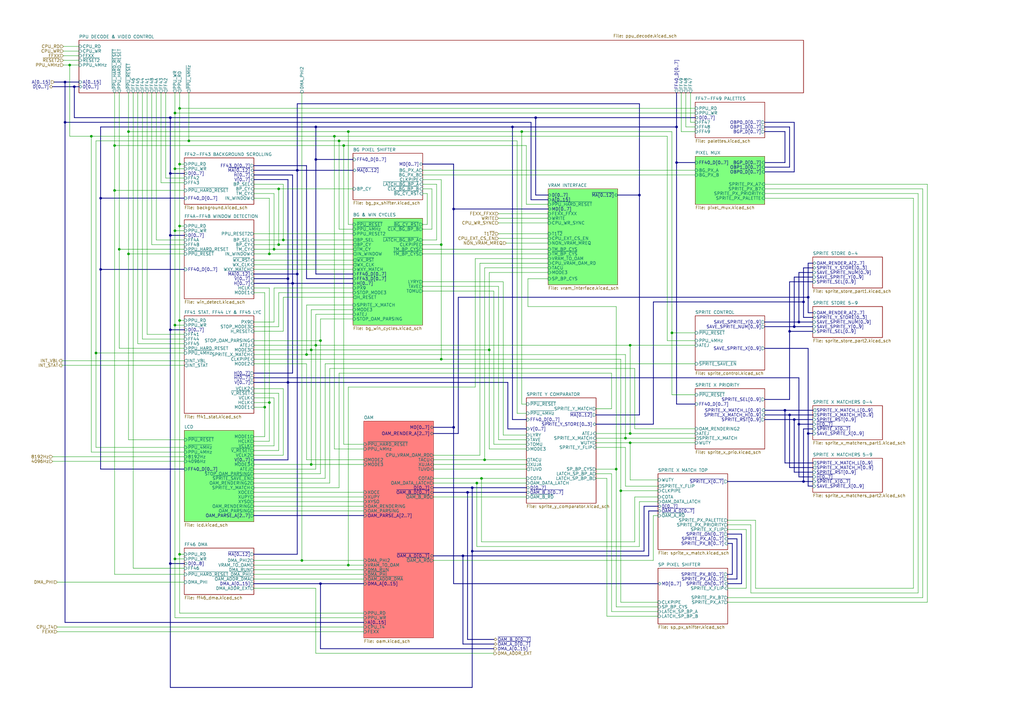
<source format=kicad_sch>
(kicad_sch
	(version 20231120)
	(generator "eeschema")
	(generator_version "8.0")
	(uuid "a4d152a2-0a85-476f-af76-f10b34bcc072")
	(paper "A3")
	(title_block
		(title "DMG-CPU B")
		(date "2023-06-26")
		(rev "0.6")
		(company "CC-BY-SA-4.0 Régis Galland & Michael Singer -- Derived work from Furrtek")
		(comment 1 "https://github.com/msinger/dmg-schematics")
	)
	(lib_symbols)
	(junction
		(at 73.66 92.71)
		(diameter 0)
		(color 0 0 0 0)
		(uuid "006368f9-a5a5-4f83-af10-08f8d3b0f814")
	)
	(junction
		(at 213.995 53.975)
		(diameter 0)
		(color 0 0 0 0)
		(uuid "00a5fd6f-d54e-45b5-a221-a26e262309ce")
	)
	(junction
		(at 137.16 55.88)
		(diameter 0)
		(color 0 0 0 0)
		(uuid "031d7ba3-b994-44c6-8424-d8fb334cf9bc")
	)
	(junction
		(at 258.445 181.61)
		(diameter 0)
		(color 0 0 0 0)
		(uuid "08ef0ff0-d791-4e60-9744-e16f5d06dabc")
	)
	(junction
		(at 118.11 114.3)
		(diameter 0)
		(color 0 0 0 0)
		(uuid "0a47fcd9-f220-4cdc-a9b6-cf26b667046d")
	)
	(junction
		(at 121.92 112.395)
		(diameter 0)
		(color 0 0 0 0)
		(uuid "0f9ce016-e80b-4c76-a4ae-e207f6ec2070")
	)
	(junction
		(at 254.635 201.295)
		(diameter 0)
		(color 0 0 0 0)
		(uuid "12d4bf7f-a6da-4d8c-af0b-937e9b1f9dba")
	)
	(junction
		(at 110.49 165.1)
		(diameter 0)
		(color 0 0 0 0)
		(uuid "1b970f42-561f-4db3-b51d-80f9b5f9ceed")
	)
	(junction
		(at 140.97 59.69)
		(diameter 0)
		(color 0 0 0 0)
		(uuid "1bcf9df2-47b4-4f69-b3f0-c53f40ec90fb")
	)
	(junction
		(at 123.825 229.87)
		(diameter 0)
		(color 0 0 0 0)
		(uuid "1c5517f4-6d3c-4b58-afc9-f43d65af856d")
	)
	(junction
		(at 116.205 98.425)
		(diameter 0)
		(color 0 0 0 0)
		(uuid "1ddd6e56-ca0f-4903-a15d-46ccddc6bec7")
	)
	(junction
		(at 321.945 168.275)
		(diameter 0)
		(color 0 0 0 0)
		(uuid "20968719-4034-4a03-a446-4941b60ed9ce")
	)
	(junction
		(at 71.755 94.615)
		(diameter 0)
		(color 0 0 0 0)
		(uuid "22a6ef38-648d-405b-90d2-a9e454954283")
	)
	(junction
		(at 331.47 177.8)
		(diameter 0)
		(color 0 0 0 0)
		(uuid "240f32ca-cb84-4079-acac-23bb9f91e9e6")
	)
	(junction
		(at 112.395 102.235)
		(diameter 0)
		(color 0 0 0 0)
		(uuid "26bc0e13-93e2-4055-b389-d36245b2d82a")
	)
	(junction
		(at 69.85 231.14)
		(diameter 0)
		(color 0 0 0 0)
		(uuid "29227a3d-2f07-443b-a674-d18b3c487581")
	)
	(junction
		(at 39.37 144.78)
		(diameter 0)
		(color 0 0 0 0)
		(uuid "2add370b-25ef-4b5b-bcc2-082a3e4a1e94")
	)
	(junction
		(at 71.755 69.215)
		(diameter 0)
		(color 0 0 0 0)
		(uuid "2beae6eb-44cc-4a3e-845a-86a3e9fba2ba")
	)
	(junction
		(at 30.48 35.56)
		(diameter 0)
		(color 0 0 0 0)
		(uuid "386914bb-0036-4c1b-a2a0-5a01388b5bcc")
	)
	(junction
		(at 197.485 196.215)
		(diameter 0)
		(color 0 0 0 0)
		(uuid "3e730385-c60b-42ea-9aac-83d886be6e20")
	)
	(junction
		(at 26.67 50.165)
		(diameter 0)
		(color 0 0 0 0)
		(uuid "3fba39dc-f86a-4fbf-b0e6-0ac5aaee286e")
	)
	(junction
		(at 129.54 65.405)
		(diameter 0)
		(color 0 0 0 0)
		(uuid "40d54342-f66a-4955-9de8-4f9993f3650d")
	)
	(junction
		(at 258.445 141.605)
		(diameter 0)
		(color 0 0 0 0)
		(uuid "43d1ef76-1070-40f2-a4c0-6ca2fa8573c8")
	)
	(junction
		(at 195.58 198.12)
		(diameter 0)
		(color 0 0 0 0)
		(uuid "447a8611-6afc-4cae-9dbf-d58c46aaaee7")
	)
	(junction
		(at 129.54 141.605)
		(diameter 0)
		(color 0 0 0 0)
		(uuid "46523190-b115-4011-9ec9-a142161e236c")
	)
	(junction
		(at 108.585 167.005)
		(diameter 0)
		(color 0 0 0 0)
		(uuid "47a42f5e-a0ba-4162-acf7-3f15623591d8")
	)
	(junction
		(at 129.54 52.07)
		(diameter 0)
		(color 0 0 0 0)
		(uuid "48bfb472-2ed8-48d8-ae94-914d95538bc7")
	)
	(junction
		(at 127.635 143.51)
		(diameter 0)
		(color 0 0 0 0)
		(uuid "49f502f4-1151-42dd-99e7-1bc8389c9ea0")
	)
	(junction
		(at 48.895 102.235)
		(diameter 0)
		(color 0 0 0 0)
		(uuid "4a45ca47-d2d2-4390-9411-7b6c8cc166ca")
	)
	(junction
		(at 323.85 135.89)
		(diameter 0)
		(color 0 0 0 0)
		(uuid "4bd7ef7e-193a-4f08-b2b9-cadcf18b908d")
	)
	(junction
		(at 180.975 100.33)
		(diameter 0)
		(color 0 0 0 0)
		(uuid "4bda7c19-61a4-49e9-b0f4-cf166119fb46")
	)
	(junction
		(at 110.49 104.14)
		(diameter 0)
		(color 0 0 0 0)
		(uuid "5224e5ce-5151-4de4-b19a-884a8a0971ec")
	)
	(junction
		(at 41.275 110.49)
		(diameter 0)
		(color 0 0 0 0)
		(uuid "53cb47ba-66c8-4f03-96b8-57ce6057a720")
	)
	(junction
		(at 331.47 121.92)
		(diameter 0)
		(color 0 0 0 0)
		(uuid "56276341-31f9-4f73-b7e6-7c754e0c02db")
	)
	(junction
		(at 193.675 226.06)
		(diameter 0)
		(color 0 0 0 0)
		(uuid "57269753-0e49-485e-8e10-2246688ac12e")
	)
	(junction
		(at 118.11 156.845)
		(diameter 0)
		(color 0 0 0 0)
		(uuid "668f01ea-0d3f-4b2c-ad01-1b0163cd9ba0")
	)
	(junction
		(at 131.445 239.395)
		(diameter 0)
		(color 0 0 0 0)
		(uuid "6a1a23ec-0b4e-4f6f-a40e-193849b80944")
	)
	(junction
		(at 327.66 173.99)
		(diameter 0)
		(color 0 0 0 0)
		(uuid "6ae0b11d-41d8-47f5-bfd1-96020baf253e")
	)
	(junction
		(at 46.99 78.105)
		(diameter 0)
		(color 0 0 0 0)
		(uuid "6c405ac7-48ba-4720-9063-19aa6cc34a75")
	)
	(junction
		(at 210.185 52.07)
		(diameter 0)
		(color 0 0 0 0)
		(uuid "72548f22-7807-41ba-a422-ceb4cf74b8c5")
	)
	(junction
		(at 191.77 201.93)
		(diameter 0)
		(color 0 0 0 0)
		(uuid "74ccc233-cf4c-47ac-a392-2c613257da52")
	)
	(junction
		(at 186.055 85.725)
		(diameter 0)
		(color 0 0 0 0)
		(uuid "74e83bb7-732d-4c1f-826a-45f875509c2d")
	)
	(junction
		(at 127.635 190.5)
		(diameter 0)
		(color 0 0 0 0)
		(uuid "75bc7db9-148f-4905-969f-04b355f6ee7e")
	)
	(junction
		(at 198.755 188.595)
		(diameter 0)
		(color 0 0 0 0)
		(uuid "7766b764-acfd-4403-9214-38f374bf4a19")
	)
	(junction
		(at 71.755 46.355)
		(diameter 0)
		(color 0 0 0 0)
		(uuid "7fa717f3-0f12-464d-b220-b89376764f8d")
	)
	(junction
		(at 69.85 96.52)
		(diameter 0)
		(color 0 0 0 0)
		(uuid "817d3555-d399-45d8-a767-1e5e75355f17")
	)
	(junction
		(at 73.66 67.31)
		(diameter 0)
		(color 0 0 0 0)
		(uuid "85e0c1d2-2e09-4203-acd3-4f996bc733c3")
	)
	(junction
		(at 262.255 80.01)
		(diameter 0)
		(color 0 0 0 0)
		(uuid "8c3fd100-008f-4b9b-a4d7-8737a0c7e859")
	)
	(junction
		(at 277.495 66.675)
		(diameter 0)
		(color 0 0 0 0)
		(uuid "8d4c1db4-9de0-4a3e-b065-5540618cd7de")
	)
	(junction
		(at 186.055 175.26)
		(diameter 0)
		(color 0 0 0 0)
		(uuid "8eebaea4-a981-4525-94d7-8943524dc938")
	)
	(junction
		(at 121.92 69.85)
		(diameter 0)
		(color 0 0 0 0)
		(uuid "98e13c13-4d74-46c7-855d-6e5dae1fd6cb")
	)
	(junction
		(at 277.495 52.07)
		(diameter 0)
		(color 0 0 0 0)
		(uuid "99a266e9-d1d1-48cd-8b44-b7c472e19215")
	)
	(junction
		(at 252.73 192.405)
		(diameter 0)
		(color 0 0 0 0)
		(uuid "9a09ea22-1e59-453e-b5ef-3701e69f37f7")
	)
	(junction
		(at 125.73 145.415)
		(diameter 0)
		(color 0 0 0 0)
		(uuid "9bb35591-c803-4406-803f-06d4b66684e7")
	)
	(junction
		(at 142.875 231.775)
		(diameter 0)
		(color 0 0 0 0)
		(uuid "9d4aae48-ff0c-4c77-b110-6a23bd625014")
	)
	(junction
		(at 114.3 77.47)
		(diameter 0)
		(color 0 0 0 0)
		(uuid "9d4b292d-b4c7-41bd-965b-f96245f14432")
	)
	(junction
		(at 71.755 133.35)
		(diameter 0)
		(color 0 0 0 0)
		(uuid "9fcb80cd-52e8-4fe8-adcf-1c5453d03f6b")
	)
	(junction
		(at 26.67 33.655)
		(diameter 0)
		(color 0 0 0 0)
		(uuid "a28bf6fe-a436-45b1-beb1-46b98a19cd24")
	)
	(junction
		(at 69.85 48.26)
		(diameter 0)
		(color 0 0 0 0)
		(uuid "a3e0e829-e29a-4d94-a1c5-a298ed96ab0f")
	)
	(junction
		(at 327.66 132.08)
		(diameter 0)
		(color 0 0 0 0)
		(uuid "a52bdc1e-3004-430d-b5c4-fc88fcad245f")
	)
	(junction
		(at 180.975 147.32)
		(diameter 0)
		(color 0 0 0 0)
		(uuid "ac1cf059-fa7b-420b-a26e-257a307fea4f")
	)
	(junction
		(at 189.865 227.965)
		(diameter 0)
		(color 0 0 0 0)
		(uuid "af50450c-4f62-4578-baf0-11fee482ff4c")
	)
	(junction
		(at 193.675 200.025)
		(diameter 0)
		(color 0 0 0 0)
		(uuid "b16fb5a2-7294-4af0-83c1-f64be891bd80")
	)
	(junction
		(at 325.755 133.985)
		(diameter 0)
		(color 0 0 0 0)
		(uuid "b360ac53-f90e-46c1-b5ad-39a379ac5b13")
	)
	(junction
		(at 329.565 197.485)
		(diameter 0)
		(color 0 0 0 0)
		(uuid "ba0e92dc-e8f2-4bcc-a599-092dc68c6361")
	)
	(junction
		(at 139.065 57.785)
		(diameter 0)
		(color 0 0 0 0)
		(uuid "bd433dda-0693-4c66-b7fb-b192fbbdc159")
	)
	(junction
		(at 69.85 135.255)
		(diameter 0)
		(color 0 0 0 0)
		(uuid "bd4617d0-f1a0-4f0c-ac7b-c7bf3a0f37fc")
	)
	(junction
		(at 329.565 123.825)
		(diameter 0)
		(color 0 0 0 0)
		(uuid "c12e6f33-3384-476b-a4de-db0a3144f996")
	)
	(junction
		(at 46.99 59.69)
		(diameter 0)
		(color 0 0 0 0)
		(uuid "c4534872-54c7-4bab-afa0-51dd6ff33ee0")
	)
	(junction
		(at 258.445 177.8)
		(diameter 0)
		(color 0 0 0 0)
		(uuid "c6c28526-a5c2-4326-b9ac-5e9678d49e4a")
	)
	(junction
		(at 219.71 48.26)
		(diameter 0)
		(color 0 0 0 0)
		(uuid "c953f07f-f8de-432b-b762-c20d731e0b01")
	)
	(junction
		(at 131.445 139.7)
		(diameter 0)
		(color 0 0 0 0)
		(uuid "c99bcf6d-e734-4597-8701-c8124f585a6e")
	)
	(junction
		(at 71.755 229.235)
		(diameter 0)
		(color 0 0 0 0)
		(uuid "ca0cf469-a59c-4a9c-93dd-cabb5b6ac3ed")
	)
	(junction
		(at 256.54 179.705)
		(diameter 0)
		(color 0 0 0 0)
		(uuid "ca33c6c2-864c-4738-af3d-871f5207c843")
	)
	(junction
		(at 73.66 227.33)
		(diameter 0)
		(color 0 0 0 0)
		(uuid "cf0bcbd8-dc2d-421e-95c5-78cfb5435dbf")
	)
	(junction
		(at 275.59 136.525)
		(diameter 0)
		(color 0 0 0 0)
		(uuid "d08212fb-8e97-4fca-9483-e44388d48653")
	)
	(junction
		(at 142.875 53.975)
		(diameter 0)
		(color 0 0 0 0)
		(uuid "d23c4d46-b4e2-4ea3-b2ac-d1347ff9c4f9")
	)
	(junction
		(at 114.3 100.33)
		(diameter 0)
		(color 0 0 0 0)
		(uuid "d2fc7813-0277-4406-839c-0ac65f19b9af")
	)
	(junction
		(at 37.465 55.88)
		(diameter 0)
		(color 0 0 0 0)
		(uuid "d5dec634-3614-4964-b2a3-e70cacc9c88a")
	)
	(junction
		(at 120.015 116.205)
		(diameter 0)
		(color 0 0 0 0)
		(uuid "d856346f-2f2d-4020-923c-2debd14da447")
	)
	(junction
		(at 52.705 53.975)
		(diameter 0)
		(color 0 0 0 0)
		(uuid "d9cb8819-69ef-44ef-bff6-54a87c06dc37")
	)
	(junction
		(at 77.47 57.785)
		(diameter 0)
		(color 0 0 0 0)
		(uuid "dfd50f29-c8f8-40ac-8d06-51e11229705e")
	)
	(junction
		(at 52.705 104.14)
		(diameter 0)
		(color 0 0 0 0)
		(uuid "dff8672a-dd32-4b9b-9cc7-aed77fef9ae7")
	)
	(junction
		(at 73.66 131.445)
		(diameter 0)
		(color 0 0 0 0)
		(uuid "e443efae-6d44-4c58-9b45-05db9036db75")
	)
	(junction
		(at 73.66 44.45)
		(diameter 0)
		(color 0 0 0 0)
		(uuid "e46f15a3-f9c3-4e9c-93ce-64a49a04213d")
	)
	(junction
		(at 323.85 170.18)
		(diameter 0)
		(color 0 0 0 0)
		(uuid "ed8f8afe-197b-4924-8e77-628ca886d9a0")
	)
	(junction
		(at 200.66 143.51)
		(diameter 0)
		(color 0 0 0 0)
		(uuid "eedc6d3e-cbaf-4bda-b45a-87a41927d724")
	)
	(junction
		(at 325.755 172.085)
		(diameter 0)
		(color 0 0 0 0)
		(uuid "ef683944-1827-45cf-bdba-915282a05dd6")
	)
	(junction
		(at 41.275 81.28)
		(diameter 0)
		(color 0 0 0 0)
		(uuid "f31d3ee8-997b-4dab-85b0-10aa6694f501")
	)
	(junction
		(at 69.85 71.12)
		(diameter 0)
		(color 0 0 0 0)
		(uuid "f8bdf386-d4f6-4413-b842-2cd5806e267d")
	)
	(junction
		(at 28.575 26.67)
		(diameter 0)
		(color 0 0 0 0)
		(uuid "fb467189-10aa-4ad7-89c8-23a206612fa9")
	)
	(wire
		(pts
			(xy 258.445 141.605) (xy 285.115 141.605)
		)
		(stroke
			(width 0)
			(type default)
		)
		(uuid "002371fc-6fd6-4afa-9bcd-1be7d47ec10b")
	)
	(wire
		(pts
			(xy 73.66 67.31) (xy 73.66 44.45)
		)
		(stroke
			(width 0)
			(type default)
		)
		(uuid "0033e97c-5b98-4144-a62e-361f1295cf40")
	)
	(wire
		(pts
			(xy 206.375 115.57) (xy 206.375 178.435)
		)
		(stroke
			(width 0)
			(type default)
		)
		(uuid "00361b6e-c28e-40cd-a356-a7673549db89")
	)
	(bus
		(pts
			(xy 313.69 133.985) (xy 325.755 133.985)
		)
		(stroke
			(width 0)
			(type default)
		)
		(uuid "004885c1-7f93-422e-8b9e-68ffbcf561e7")
	)
	(wire
		(pts
			(xy 75.565 142.875) (xy 48.895 142.875)
		)
		(stroke
			(width 0)
			(type default)
		)
		(uuid "00e5cc01-4915-46e1-9359-451725643f85")
	)
	(bus
		(pts
			(xy 26.67 50.165) (xy 217.805 50.165)
		)
		(stroke
			(width 0)
			(type default)
		)
		(uuid "011a6379-f401-4862-95d4-3d6bcb0fd60d")
	)
	(wire
		(pts
			(xy 252.73 248.92) (xy 269.875 248.92)
		)
		(stroke
			(width 0)
			(type default)
		)
		(uuid "0143fe90-bbfd-49df-8cb9-0ec5483759f6")
	)
	(wire
		(pts
			(xy 378.46 77.47) (xy 313.69 77.47)
		)
		(stroke
			(width 0)
			(type default)
		)
		(uuid "0175c33b-fc67-4757-bf68-d201c510d37d")
	)
	(wire
		(pts
			(xy 196.85 186.69) (xy 177.8 186.69)
		)
		(stroke
			(width 0)
			(type default)
		)
		(uuid "02acd6a8-0cfa-4350-ba39-f6e4c6fb6eaf")
	)
	(wire
		(pts
			(xy 285.115 177.8) (xy 258.445 177.8)
		)
		(stroke
			(width 0)
			(type default)
		)
		(uuid "02d5fa98-e6fb-42c3-8b4b-99915b705201")
	)
	(wire
		(pts
			(xy 104.14 205.74) (xy 149.225 205.74)
		)
		(stroke
			(width 0)
			(type default)
		)
		(uuid "031f4052-a83b-4d2b-a692-806cbbf56cb1")
	)
	(wire
		(pts
			(xy 285.115 175.895) (xy 260.35 175.895)
		)
		(stroke
			(width 0)
			(type default)
		)
		(uuid "034b4917-7f78-4e89-ae99-5e48402988c1")
	)
	(wire
		(pts
			(xy 267.97 229.87) (xy 267.97 211.455)
		)
		(stroke
			(width 0)
			(type default)
		)
		(uuid "03af8e6e-5602-4bb6-aa95-1a10860c82ca")
	)
	(wire
		(pts
			(xy 75.565 233.045) (xy 54.61 233.045)
		)
		(stroke
			(width 0)
			(type default)
		)
		(uuid "04452e09-498c-4a48-ade5-2a46bbf0f913")
	)
	(wire
		(pts
			(xy 104.14 161.29) (xy 114.3 161.29)
		)
		(stroke
			(width 0)
			(type default)
		)
		(uuid "04a23a6f-c345-4077-ae82-3df49f687d60")
	)
	(bus
		(pts
			(xy 193.675 226.06) (xy 193.675 281.94)
		)
		(stroke
			(width 0)
			(type default)
		)
		(uuid "04fe0552-3c56-4aca-b98a-b5304dbee59d")
	)
	(wire
		(pts
			(xy 258.445 181.61) (xy 285.115 181.61)
		)
		(stroke
			(width 0)
			(type default)
		)
		(uuid "051dc6a8-aaf4-40ba-934b-d638d06b5e3d")
	)
	(wire
		(pts
			(xy 179.07 75.565) (xy 179.07 98.425)
		)
		(stroke
			(width 0)
			(type default)
		)
		(uuid "05c7e124-6cfa-4078-8d60-9216958d9aad")
	)
	(wire
		(pts
			(xy 104.14 95.885) (xy 144.78 95.885)
		)
		(stroke
			(width 0)
			(type default)
		)
		(uuid "0623c103-b759-4750-9ce5-4c5dc38d1d8e")
	)
	(bus
		(pts
			(xy 208.28 156.845) (xy 208.28 175.895)
		)
		(stroke
			(width 0)
			(type default)
		)
		(uuid "07c27c4d-d97e-44e5-af4b-295e110eda87")
	)
	(wire
		(pts
			(xy 258.445 181.61) (xy 258.445 196.85)
		)
		(stroke
			(width 0)
			(type default)
		)
		(uuid "0a0d3d18-0305-4c5b-97d9-dc13365df450")
	)
	(wire
		(pts
			(xy 283.21 38.1) (xy 283.21 50.165)
		)
		(stroke
			(width 0)
			(type default)
		)
		(uuid "0a2a504a-defa-4ff4-96dd-0aac2f9b9cc2")
	)
	(bus
		(pts
			(xy 331.47 121.92) (xy 331.47 107.95)
		)
		(stroke
			(width 0)
			(type default)
		)
		(uuid "0b63d8a9-580a-4948-b198-733cf5bbaca5")
	)
	(wire
		(pts
			(xy 64.135 98.425) (xy 64.135 38.1)
		)
		(stroke
			(width 0)
			(type default)
		)
		(uuid "0c13beae-1064-4538-adb5-fd3a7e6b7539")
	)
	(bus
		(pts
			(xy 75.565 192.405) (xy 41.275 192.405)
		)
		(stroke
			(width 0)
			(type default)
		)
		(uuid "0c4b4deb-d795-454a-923f-f94f78f78e35")
	)
	(bus
		(pts
			(xy 208.28 175.895) (xy 215.9 175.895)
		)
		(stroke
			(width 0)
			(type default)
		)
		(uuid "0d2e74c6-ec75-4c99-92a8-86bfdcaddeb4")
	)
	(wire
		(pts
			(xy 250.825 153.035) (xy 250.825 167.64)
		)
		(stroke
			(width 0)
			(type default)
		)
		(uuid "0d39a906-d66a-49c2-a6b5-c52a6323719d")
	)
	(bus
		(pts
			(xy 219.71 48.26) (xy 285.115 48.26)
		)
		(stroke
			(width 0)
			(type default)
		)
		(uuid "0d7f15e6-9aa4-406f-9ac6-e60e888a587e")
	)
	(wire
		(pts
			(xy 173.355 102.235) (xy 224.79 102.235)
		)
		(stroke
			(width 0)
			(type default)
		)
		(uuid "0dcc8c0f-ebca-4951-b409-0ff1f7eecb5a")
	)
	(wire
		(pts
			(xy 123.825 229.87) (xy 149.225 229.87)
		)
		(stroke
			(width 0)
			(type default)
		)
		(uuid "0e90b96c-046d-4084-9c53-3271b54d8a7a")
	)
	(wire
		(pts
			(xy 104.14 231.775) (xy 142.875 231.775)
		)
		(stroke
			(width 0)
			(type default)
		)
		(uuid "1036f90f-54c1-41ff-9e61-69318d9d0b66")
	)
	(wire
		(pts
			(xy 52.705 104.14) (xy 52.705 180.34)
		)
		(stroke
			(width 0)
			(type default)
		)
		(uuid "10ba25c7-32ef-46c7-9c8a-7508d49eb025")
	)
	(wire
		(pts
			(xy 180.975 100.33) (xy 180.975 147.32)
		)
		(stroke
			(width 0)
			(type default)
		)
		(uuid "10fd3b00-89a8-4aec-ae37-3ecf29792598")
	)
	(wire
		(pts
			(xy 75.565 149.86) (xy 25.4 149.86)
		)
		(stroke
			(width 0)
			(type default)
		)
		(uuid "13168542-92b9-49c1-b9ca-ec9d9fe1c76c")
	)
	(wire
		(pts
			(xy 137.16 184.15) (xy 149.225 184.15)
		)
		(stroke
			(width 0)
			(type default)
		)
		(uuid "13c6c476-e536-44e5-b688-9515d4297721")
	)
	(wire
		(pts
			(xy 195.58 224.155) (xy 262.255 224.155)
		)
		(stroke
			(width 0)
			(type default)
		)
		(uuid "1496d8e7-ae62-41d9-a530-1cf03b63af7e")
	)
	(wire
		(pts
			(xy 173.355 100.33) (xy 180.975 100.33)
		)
		(stroke
			(width 0)
			(type default)
		)
		(uuid "1571c798-4d02-4831-9f2a-a258ab4b5d37")
	)
	(bus
		(pts
			(xy 321.945 189.865) (xy 321.945 168.275)
		)
		(stroke
			(width 0)
			(type default)
		)
		(uuid "15ad1967-2fb3-457d-ad02-171251690f97")
	)
	(wire
		(pts
			(xy 52.705 53.975) (xy 142.875 53.975)
		)
		(stroke
			(width 0)
			(type default)
		)
		(uuid "15bc6a50-5eb1-4bd2-ac35-588957df27f7")
	)
	(wire
		(pts
			(xy 252.73 125.73) (xy 216.535 125.73)
		)
		(stroke
			(width 0)
			(type default)
		)
		(uuid "16645e22-4c52-4a05-82a0-5f2a79357511")
	)
	(bus
		(pts
			(xy 41.275 192.405) (xy 41.275 110.49)
		)
		(stroke
			(width 0)
			(type default)
		)
		(uuid "17efb32a-b592-4fdb-8f5a-fdd8c1dd7895")
	)
	(wire
		(pts
			(xy 127.635 143.51) (xy 127.635 190.5)
		)
		(stroke
			(width 0)
			(type default)
		)
		(uuid "18313567-f108-4832-bc5e-9ef42a48c7e7")
	)
	(wire
		(pts
			(xy 104.14 100.33) (xy 114.3 100.33)
		)
		(stroke
			(width 0)
			(type default)
		)
		(uuid "18913f54-5772-4fc2-8425-e83ad0b85d2c")
	)
	(wire
		(pts
			(xy 46.99 78.105) (xy 75.565 78.105)
		)
		(stroke
			(width 0)
			(type default)
		)
		(uuid "18bd31c6-cd9b-407a-bcdf-918b59a87549")
	)
	(wire
		(pts
			(xy 104.14 179.07) (xy 108.585 179.07)
		)
		(stroke
			(width 0)
			(type default)
		)
		(uuid "18d40d3c-c1cc-4f30-aa1f-ce63e0629ced")
	)
	(bus
		(pts
			(xy 325.755 113.665) (xy 333.375 113.665)
		)
		(stroke
			(width 0)
			(type default)
		)
		(uuid "194c49d9-9ac2-4ce4-83ee-f74712e3145e")
	)
	(bus
		(pts
			(xy 224.79 80.01) (xy 219.71 80.01)
		)
		(stroke
			(width 0)
			(type default)
		)
		(uuid "19553232-a30d-4500-bb18-ffd2ab566e65")
	)
	(wire
		(pts
			(xy 298.45 245.11) (xy 378.46 245.11)
		)
		(stroke
			(width 0)
			(type default)
		)
		(uuid "19901f97-c1a6-4362-a693-d3c76be05cb7")
	)
	(bus
		(pts
			(xy 323.85 115.57) (xy 333.375 115.57)
		)
		(stroke
			(width 0)
			(type default)
		)
		(uuid "19b8ab1b-fdda-4b0e-aaa7-1645f1ecfc87")
	)
	(wire
		(pts
			(xy 104.14 184.785) (xy 114.3 184.785)
		)
		(stroke
			(width 0)
			(type default)
		)
		(uuid "1a29160e-422e-4226-8721-597b659d7baf")
	)
	(bus
		(pts
			(xy 219.71 48.26) (xy 219.71 80.01)
		)
		(stroke
			(width 0)
			(type default)
		)
		(uuid "1a562885-f357-4adb-8a15-f44623ce0572")
	)
	(wire
		(pts
			(xy 127.635 190.5) (xy 149.225 190.5)
		)
		(stroke
			(width 0)
			(type default)
		)
		(uuid "1ac2769e-87ad-4263-87d2-929201a14071")
	)
	(wire
		(pts
			(xy 285.115 53.975) (xy 279.4 53.975)
		)
		(stroke
			(width 0)
			(type default)
		)
		(uuid "1b49ef01-f96d-4d88-8b85-45e321cc7cc8")
	)
	(bus
		(pts
			(xy 298.45 219.075) (xy 304.165 219.075)
		)
		(stroke
			(width 0)
			(type default)
		)
		(uuid "1b95cdcc-b857-42f7-9288-b924923efc74")
	)
	(wire
		(pts
			(xy 129.54 128.905) (xy 129.54 141.605)
		)
		(stroke
			(width 0)
			(type default)
		)
		(uuid "1d1fc8c9-0c70-4b6a-9da3-05984b8163b3")
	)
	(wire
		(pts
			(xy 144.78 98.425) (xy 116.205 98.425)
		)
		(stroke
			(width 0)
			(type default)
		)
		(uuid "1d91bc0d-c72e-427c-81aa-17f9febfdbca")
	)
	(wire
		(pts
			(xy 173.355 69.85) (xy 285.115 69.85)
		)
		(stroke
			(width 0)
			(type default)
		)
		(uuid "1d936c65-e84c-43b6-b69e-05da4a44d64e")
	)
	(wire
		(pts
			(xy 285.115 139.7) (xy 273.685 139.7)
		)
		(stroke
			(width 0)
			(type default)
		)
		(uuid "1db43646-3117-402c-b802-9cecb4583bcb")
	)
	(bus
		(pts
			(xy 104.14 116.205) (xy 120.015 116.205)
		)
		(stroke
			(width 0)
			(type default)
		)
		(uuid "1e02fefb-8743-4a52-89be-bbd059dba5b3")
	)
	(wire
		(pts
			(xy 279.4 38.1) (xy 279.4 53.975)
		)
		(stroke
			(width 0)
			(type default)
		)
		(uuid "1efe9ae1-f24a-48b3-ac6c-9fd0111fdc62")
	)
	(wire
		(pts
			(xy 37.465 55.88) (xy 37.465 185.42)
		)
		(stroke
			(width 0)
			(type default)
		)
		(uuid "1f15648a-d6f9-4f2d-9b1d-bf18d6387528")
	)
	(wire
		(pts
			(xy 244.475 194.31) (xy 250.825 194.31)
		)
		(stroke
			(width 0)
			(type default)
		)
		(uuid "1f2e9a7d-320d-4a5d-943f-2ce8cf500250")
	)
	(bus
		(pts
			(xy 323.85 191.77) (xy 323.85 170.18)
		)
		(stroke
			(width 0)
			(type default)
		)
		(uuid "1f758555-ab2b-4372-b846-c39c96e1cdd3")
	)
	(wire
		(pts
			(xy 71.755 94.615) (xy 71.755 133.35)
		)
		(stroke
			(width 0)
			(type default)
		)
		(uuid "1f94ec43-20ea-4dd2-9cf8-50ed1fde7d0e")
	)
	(bus
		(pts
			(xy 41.275 81.28) (xy 75.565 81.28)
		)
		(stroke
			(width 0)
			(type default)
		)
		(uuid "204b4fe6-c631-42fa-adaf-ef2851ac950d")
	)
	(bus
		(pts
			(xy 30.48 35.56) (xy 32.385 35.56)
		)
		(stroke
			(width 0)
			(type default)
		)
		(uuid "20dbfabc-5403-40d0-9d04-7e1d5e5d78aa")
	)
	(wire
		(pts
			(xy 26.035 24.765) (xy 32.385 24.765)
		)
		(stroke
			(width 0)
			(type default)
		)
		(uuid "2228e1fd-e63d-4c85-93e5-e93bfcc05627")
	)
	(wire
		(pts
			(xy 380.365 75.565) (xy 380.365 247.015)
		)
		(stroke
			(width 0)
			(type default)
		)
		(uuid "226c4a41-4650-425e-85c5-944e3c6c963b")
	)
	(bus
		(pts
			(xy 186.055 85.725) (xy 186.055 67.31)
		)
		(stroke
			(width 0)
			(type default)
		)
		(uuid "2397e0b5-4496-400e-accf-ea492077adeb")
	)
	(wire
		(pts
			(xy 260.35 151.13) (xy 260.35 175.895)
		)
		(stroke
			(width 0)
			(type default)
		)
		(uuid "241c5f4e-e190-49ab-a8ad-73eb673493de")
	)
	(wire
		(pts
			(xy 173.355 119.38) (xy 202.565 119.38)
		)
		(stroke
			(width 0)
			(type default)
		)
		(uuid "256e37a0-ad70-4411-af41-790eedad22a3")
	)
	(bus
		(pts
			(xy 300.355 222.885) (xy 300.355 235.585)
		)
		(stroke
			(width 0)
			(type default)
		)
		(uuid "2652c4a3-694c-4020-a235-6be32a0cce0b")
	)
	(bus
		(pts
			(xy 189.865 264.16) (xy 202.565 264.16)
		)
		(stroke
			(width 0)
			(type default)
		)
		(uuid "267223ae-e24a-4021-8bb3-745d14a2b55e")
	)
	(wire
		(pts
			(xy 173.355 104.14) (xy 224.79 104.14)
		)
		(stroke
			(width 0)
			(type default)
		)
		(uuid "26cdb3b9-57dd-4456-9d74-0f643817f5df")
	)
	(wire
		(pts
			(xy 173.355 115.57) (xy 206.375 115.57)
		)
		(stroke
			(width 0)
			(type default)
		)
		(uuid "271b0fca-2346-41e3-baf3-6442b16fa9c7")
	)
	(wire
		(pts
			(xy 23.495 259.08) (xy 149.225 259.08)
		)
		(stroke
			(width 0)
			(type default)
		)
		(uuid "27820d39-c21b-40ab-9a46-d9e1626e6db6")
	)
	(wire
		(pts
			(xy 133.35 196.215) (xy 133.35 149.225)
		)
		(stroke
			(width 0)
			(type default)
		)
		(uuid "28562ad4-5957-4ef4-a8ee-36dc25a11ae7")
	)
	(wire
		(pts
			(xy 252.73 192.405) (xy 252.73 125.73)
		)
		(stroke
			(width 0)
			(type default)
		)
		(uuid "2884ff1d-0fd0-409b-9147-45db6906869e")
	)
	(wire
		(pts
			(xy 177.8 188.595) (xy 198.755 188.595)
		)
		(stroke
			(width 0)
			(type default)
		)
		(uuid "28decf92-8a78-4891-9c5c-09c43c4ca881")
	)
	(wire
		(pts
			(xy 197.485 196.215) (xy 215.9 196.215)
		)
		(stroke
			(width 0)
			(type default)
		)
		(uuid "2ae814ea-d8f1-4b3c-b7b4-53915d55d992")
	)
	(wire
		(pts
			(xy 39.37 183.515) (xy 75.565 183.515)
		)
		(stroke
			(width 0)
			(type default)
		)
		(uuid "2aeb91cd-d9d2-4745-9d3f-a7ab7845ccc3")
	)
	(bus
		(pts
			(xy 210.185 52.07) (xy 210.185 172.085)
		)
		(stroke
			(width 0)
			(type default)
		)
		(uuid "2b7770ac-8be3-4e0f-9345-d073b309a224")
	)
	(wire
		(pts
			(xy 269.875 199.39) (xy 256.54 199.39)
		)
		(stroke
			(width 0)
			(type default)
		)
		(uuid "2c84d14b-64ca-4b9e-9718-40d0cd24de16")
	)
	(wire
		(pts
			(xy 114.3 77.47) (xy 144.78 77.47)
		)
		(stroke
			(width 0)
			(type default)
		)
		(uuid "2ce24986-8663-4ea2-bd56-6c5268e66933")
	)
	(bus
		(pts
			(xy 327.66 173.99) (xy 333.375 173.99)
		)
		(stroke
			(width 0)
			(type default)
		)
		(uuid "2d109336-514d-4d84-b807-b3f089df86cb")
	)
	(bus
		(pts
			(xy 244.475 173.99) (xy 267.97 173.99)
		)
		(stroke
			(width 0)
			(type default)
		)
		(uuid "2de684e8-e488-442d-a345-675d8dff90ab")
	)
	(bus
		(pts
			(xy 104.14 156.845) (xy 118.11 156.845)
		)
		(stroke
			(width 0)
			(type default)
		)
		(uuid "2e1bbe85-a86f-4514-90e3-a28b5f6724e9")
	)
	(wire
		(pts
			(xy 378.46 245.11) (xy 378.46 77.47)
		)
		(stroke
			(width 0)
			(type default)
		)
		(uuid "2ebd27d1-495f-4768-b231-5b3fcb1fe11a")
	)
	(wire
		(pts
			(xy 75.565 144.78) (xy 39.37 144.78)
		)
		(stroke
			(width 0)
			(type default)
		)
		(uuid "2f018692-1521-4ca6-924a-ae3985dde46f")
	)
	(wire
		(pts
			(xy 75.565 131.445) (xy 73.66 131.445)
		)
		(stroke
			(width 0)
			(type default)
		)
		(uuid "2fc7664d-2fc7-48cc-b9aa-fcc868316d71")
	)
	(bus
		(pts
			(xy 104.14 211.455) (xy 149.225 211.455)
		)
		(stroke
			(width 0)
			(type default)
		)
		(uuid "2ff5b19c-cf17-454b-a423-ffb425344020")
	)
	(bus
		(pts
			(xy 333.375 193.675) (xy 325.755 193.675)
		)
		(stroke
			(width 0)
			(type default)
		)
		(uuid "2ff83529-3e99-4eb8-8adf-0c4d2b62da48")
	)
	(wire
		(pts
			(xy 104.14 163.195) (xy 112.395 163.195)
		)
		(stroke
			(width 0)
			(type default)
		)
		(uuid "304f5222-c830-401d-9005-08a39616e816")
	)
	(bus
		(pts
			(xy 41.275 52.07) (xy 129.54 52.07)
		)
		(stroke
			(width 0)
			(type default)
		)
		(uuid "307ece70-90c6-4edf-8996-dc1379b13d99")
	)
	(wire
		(pts
			(xy 135.255 198.12) (xy 135.255 151.13)
		)
		(stroke
			(width 0)
			(type default)
		)
		(uuid "30d80f26-8000-4ae9-9382-39cc103880fb")
	)
	(wire
		(pts
			(xy 262.255 205.74) (xy 262.255 224.155)
		)
		(stroke
			(width 0)
			(type default)
		)
		(uuid "3128573a-9e42-4fc2-9f1a-95da929daaac")
	)
	(wire
		(pts
			(xy 207.645 99.695) (xy 224.79 99.695)
		)
		(stroke
			(width 0)
			(type default)
		)
		(uuid "31a80b94-6eca-41a1-8226-f681238d0b5d")
	)
	(wire
		(pts
			(xy 129.54 267.97) (xy 202.565 267.97)
		)
		(stroke
			(width 0)
			(type default)
		)
		(uuid "32534e8e-50cf-44a7-a7cf-25fa4b7cbe19")
	)
	(wire
		(pts
			(xy 256.54 183.515) (xy 256.54 199.39)
		)
		(stroke
			(width 0)
			(type default)
		)
		(uuid "326980c4-1a09-41d3-8ed5-2cb920defc68")
	)
	(wire
		(pts
			(xy 285.115 50.165) (xy 283.21 50.165)
		)
		(stroke
			(width 0)
			(type default)
		)
		(uuid "3279e7f9-58d6-4e72-9742-95633583ce39")
	)
	(wire
		(pts
			(xy 110.49 165.1) (xy 110.49 180.975)
		)
		(stroke
			(width 0)
			(type default)
		)
		(uuid "32c253ef-014f-41fa-a42a-16bf722e4fb0")
	)
	(wire
		(pts
			(xy 104.14 141.605) (xy 129.54 141.605)
		)
		(stroke
			(width 0)
			(type default)
		)
		(uuid "33e4345c-9833-490f-b014-7a0e6419f946")
	)
	(wire
		(pts
			(xy 256.54 145.415) (xy 256.54 179.705)
		)
		(stroke
			(width 0)
			(type default)
		)
		(uuid "3490966d-4d8e-429b-9c9f-f78917ef8232")
	)
	(bus
		(pts
			(xy 104.14 112.395) (xy 121.92 112.395)
		)
		(stroke
			(width 0)
			(type default)
		)
		(uuid "34d19bb5-010a-47e0-bc57-16ee282fd820")
	)
	(wire
		(pts
			(xy 254.635 147.32) (xy 180.975 147.32)
		)
		(stroke
			(width 0)
			(type default)
		)
		(uuid "35181ad6-d069-4b83-b47f-87f070c89cbe")
	)
	(wire
		(pts
			(xy 104.14 209.55) (xy 149.225 209.55)
		)
		(stroke
			(width 0)
			(type default)
		)
		(uuid "363ec738-d76e-4923-a7b4-92ae7da853c4")
	)
	(wire
		(pts
			(xy 110.49 118.11) (xy 110.49 165.1)
		)
		(stroke
			(width 0)
			(type default)
		)
		(uuid "36552f11-93d9-451f-82c6-3db10ed8e307")
	)
	(bus
		(pts
			(xy 75.565 135.255) (xy 69.85 135.255)
		)
		(stroke
			(width 0)
			(type default)
		)
		(uuid "3761ed76-8fd0-4d01-af95-9c2d682c773a")
	)
	(wire
		(pts
			(xy 75.565 180.34) (xy 52.705 180.34)
		)
		(stroke
			(width 0)
			(type default)
		)
		(uuid "37dc2f1d-952e-4a9d-a3ec-1ca899dc586b")
	)
	(wire
		(pts
			(xy 374.65 81.28) (xy 374.65 241.3)
		)
		(stroke
			(width 0)
			(type default)
		)
		(uuid "37ed63a2-9b6b-459b-86b8-cb2eb8fd1795")
	)
	(wire
		(pts
			(xy 313.69 81.28) (xy 374.65 81.28)
		)
		(stroke
			(width 0)
			(type default)
		)
		(uuid "3873f995-ce99-4644-90ee-7a29ebb1c9de")
	)
	(bus
		(pts
			(xy 264.16 207.645) (xy 269.875 207.645)
		)
		(stroke
			(width 0)
			(type default)
		)
		(uuid "38c0246e-7e7a-4251-a722-438803ebfd56")
	)
	(bus
		(pts
			(xy 253.365 80.01) (xy 262.255 80.01)
		)
		(stroke
			(width 0)
			(type default)
		)
		(uuid "396e5957-658c-4b0b-8ed5-69ec175c8cdd")
	)
	(wire
		(pts
			(xy 39.37 57.785) (xy 77.47 57.785)
		)
		(stroke
			(width 0)
			(type default)
		)
		(uuid "3971de59-2cd8-4b97-b0ef-e7811a2b3a65")
	)
	(bus
		(pts
			(xy 329.565 109.855) (xy 333.375 109.855)
		)
		(stroke
			(width 0)
			(type default)
		)
		(uuid "39ac54ff-8800-45f5-a392-921188572c75")
	)
	(wire
		(pts
			(xy 108.585 167.005) (xy 108.585 179.07)
		)
		(stroke
			(width 0)
			(type default)
		)
		(uuid "39aff247-c847-4fc4-837e-c382417ad2e1")
	)
	(wire
		(pts
			(xy 112.395 132.08) (xy 112.395 118.11)
		)
		(stroke
			(width 0)
			(type default)
		)
		(uuid "3a015f6b-cc01-475e-917f-ad8e5198e494")
	)
	(bus
		(pts
			(xy 104.14 153.035) (xy 120.015 153.035)
		)
		(stroke
			(width 0)
			(type default)
		)
		(uuid "3aa2ec2a-50b4-4fa8-b2ac-3efed72172b0")
	)
	(wire
		(pts
			(xy 104.14 233.68) (xy 149.225 233.68)
		)
		(stroke
			(width 0)
			(type default)
		)
		(uuid "3b49d93c-e7ee-4926-8cb9-983b459487a5")
	)
	(wire
		(pts
			(xy 216.535 125.73) (xy 216.535 114.3)
		)
		(stroke
			(width 0)
			(type default)
		)
		(uuid "3b4d80d2-d49e-40de-925f-d463b461dca3")
	)
	(bus
		(pts
			(xy 104.14 71.755) (xy 120.015 71.755)
		)
		(stroke
			(width 0)
			(type default)
		)
		(uuid "3b78e873-6330-4350-b3b6-40b7eea5e175")
	)
	(bus
		(pts
			(xy 313.69 168.275) (xy 321.945 168.275)
		)
		(stroke
			(width 0)
			(type default)
		)
		(uuid "3d64aa3d-0144-460c-b27f-cd60ac3cbb76")
	)
	(wire
		(pts
			(xy 77.47 57.785) (xy 139.065 57.785)
		)
		(stroke
			(width 0)
			(type default)
		)
		(uuid "3dc089ac-c0d3-4aa8-b3e1-31abe09925da")
	)
	(wire
		(pts
			(xy 175.26 92.075) (xy 173.355 92.075)
		)
		(stroke
			(width 0)
			(type default)
		)
		(uuid "3e9fc6ed-9459-41b7-9772-abb651947ab1")
	)
	(wire
		(pts
			(xy 260.35 203.835) (xy 269.875 203.835)
		)
		(stroke
			(width 0)
			(type default)
		)
		(uuid "3ee2397d-7bf8-4f48-ba04-a5450c1389f2")
	)
	(wire
		(pts
			(xy 215.9 83.82) (xy 224.79 83.82)
		)
		(stroke
			(width 0)
			(type default)
		)
		(uuid "40302d4a-ebd8-47a6-ac46-60538934325a")
	)
	(wire
		(pts
			(xy 104.14 77.47) (xy 114.3 77.47)
		)
		(stroke
			(width 0)
			(type default)
		)
		(uuid "404b665d-ab5f-4681-ae7f-777b8b6575c2")
	)
	(bus
		(pts
			(xy 69.85 231.14) (xy 75.565 231.14)
		)
		(stroke
			(width 0)
			(type default)
		)
		(uuid "409196c0-ddc2-4ac0-976b-0af096f17391")
	)
	(wire
		(pts
			(xy 125.73 149.225) (xy 125.73 188.595)
		)
		(stroke
			(width 0)
			(type default)
		)
		(uuid "416446d1-6a5b-4623-b4e1-fb8e4a5fa51f")
	)
	(bus
		(pts
			(xy 264.16 226.06) (xy 264.16 207.645)
		)
		(stroke
			(width 0)
			(type default)
		)
		(uuid "433aa246-1dea-4282-8227-74687e42e4fe")
	)
	(bus
		(pts
			(xy 323.85 170.18) (xy 333.375 170.18)
		)
		(stroke
			(width 0)
			(type default)
		)
		(uuid "43846448-b53d-4dd2-9fbe-2ab5ed94d512")
	)
	(bus
		(pts
			(xy 277.495 165.735) (xy 285.115 165.735)
		)
		(stroke
			(width 0)
			(type default)
		)
		(uuid "4467c726-4943-44d8-aabe-ce2eb0e628a7")
	)
	(wire
		(pts
			(xy 202.565 182.245) (xy 215.9 182.245)
		)
		(stroke
			(width 0)
			(type default)
		)
		(uuid "449a735e-a028-4287-9b75-c17bcde4a793")
	)
	(bus
		(pts
			(xy 333.375 189.865) (xy 321.945 189.865)
		)
		(stroke
			(width 0)
			(type default)
		)
		(uuid "451ffa62-6918-49fd-8e90-04f2724ac3d9")
	)
	(wire
		(pts
			(xy 131.445 130.81) (xy 131.445 139.7)
		)
		(stroke
			(width 0)
			(type default)
		)
		(uuid "457a966c-3843-4deb-8448-6ad6f1e01e61")
	)
	(bus
		(pts
			(xy 177.8 200.025) (xy 193.675 200.025)
		)
		(stroke
			(width 0)
			(type default)
		)
		(uuid "45998941-5b1a-4606-b4d1-4c3eb0f7f93e")
	)
	(wire
		(pts
			(xy 75.565 94.615) (xy 71.755 94.615)
		)
		(stroke
			(width 0)
			(type default)
		)
		(uuid "46ac5df4-b883-4601-8fe2-642e465745b2")
	)
	(wire
		(pts
			(xy 73.66 131.445) (xy 73.66 92.71)
		)
		(stroke
			(width 0)
			(type default)
		)
		(uuid "472f36ba-eee9-4069-b8c4-8c9abe4fbf6b")
	)
	(wire
		(pts
			(xy 66.04 74.93) (xy 66.04 38.1)
		)
		(stroke
			(width 0)
			(type default)
		)
		(uuid "473b234d-a338-41ae-a2d0-15f27538be1f")
	)
	(wire
		(pts
			(xy 62.23 100.33) (xy 75.565 100.33)
		)
		(stroke
			(width 0)
			(type default)
		)
		(uuid "4822bfb9-9c44-4689-bc37-7cc88297a6ac")
	)
	(bus
		(pts
			(xy 313.69 50.165) (xy 325.755 50.165)
		)
		(stroke
			(width 0)
			(type default)
		)
		(uuid "494000f3-8ce6-42aa-9d5d-658223ead297")
	)
	(bus
		(pts
			(xy 323.85 115.57) (xy 323.85 135.89)
		)
		(stroke
			(width 0)
			(type default)
		)
		(uuid "4959a88f-4ad8-4e11-a9a2-74c30c58e13f")
	)
	(wire
		(pts
			(xy 127.635 127) (xy 144.78 127)
		)
		(stroke
			(width 0)
			(type default)
		)
		(uuid "497290d9-9764-4401-9d5a-fe740762679f")
	)
	(bus
		(pts
			(xy 313.69 142.875) (xy 331.47 142.875)
		)
		(stroke
			(width 0)
			(type default)
		)
		(uuid "497ba5ed-9815-4adc-a7d2-0f1c108fa67c")
	)
	(bus
		(pts
			(xy 302.26 237.49) (xy 302.26 220.98)
		)
		(stroke
			(width 0)
			(type default)
		)
		(uuid "4a4ce142-0752-4e40-acc9-0fe75b522190")
	)
	(bus
		(pts
			(xy 266.065 227.965) (xy 266.065 209.55)
		)
		(stroke
			(width 0)
			(type default)
		)
		(uuid "4a4f9184-524e-43bc-bb2d-36be1539b80a")
	)
	(bus
		(pts
			(xy 333.375 177.8) (xy 331.47 177.8)
		)
		(stroke
			(width 0)
			(type default)
		)
		(uuid "4aa6d28c-4f68-4453-a491-9e2bab585586")
	)
	(bus
		(pts
			(xy 191.77 201.93) (xy 191.77 262.255)
		)
		(stroke
			(width 0)
			(type default)
		)
		(uuid "4b4dcf64-f249-453b-a95d-a5fa1e7b60e4")
	)
	(bus
		(pts
			(xy 277.495 66.675) (xy 277.495 165.735)
		)
		(stroke
			(width 0)
			(type default)
		)
		(uuid "4b64447d-523b-4417-8c1b-6ff8d130710a")
	)
	(bus
		(pts
			(xy 331.47 121.92) (xy 331.47 128.27)
		)
		(stroke
			(width 0)
			(type default)
		)
		(uuid "4b7fb8f4-9257-42e1-8945-0a199198c2c5")
	)
	(wire
		(pts
			(xy 298.45 217.17) (xy 306.07 217.17)
		)
		(stroke
			(width 0)
			(type default)
		)
		(uuid "4bdb5da5-f170-4ac9-9b0a-78ff756ad7ee")
	)
	(bus
		(pts
			(xy 129.54 65.405) (xy 129.54 52.07)
		)
		(stroke
			(width 0)
			(type default)
		)
		(uuid "4c925b5a-8ab5-408a-97f8-fbe3ae6193f6")
	)
	(wire
		(pts
			(xy 135.255 151.13) (xy 260.35 151.13)
		)
		(stroke
			(width 0)
			(type default)
		)
		(uuid "4d65e8b8-b226-44a2-8523-b477247df4df")
	)
	(wire
		(pts
			(xy 307.975 243.205) (xy 376.555 243.205)
		)
		(stroke
			(width 0)
			(type default)
		)
		(uuid "4d6b7db8-ad2a-4f64-8f67-6abb91e385af")
	)
	(bus
		(pts
			(xy 262.255 80.01) (xy 262.255 42.545)
		)
		(stroke
			(width 0)
			(type default)
		)
		(uuid "4db08507-ca42-4bd8-943b-29b005562fa8")
	)
	(wire
		(pts
			(xy 269.875 205.74) (xy 262.255 205.74)
		)
		(stroke
			(width 0)
			(type default)
		)
		(uuid "4db13208-0a34-4eaa-a2a4-bdc8372375ac")
	)
	(bus
		(pts
			(xy 121.92 42.545) (xy 262.255 42.545)
		)
		(stroke
			(width 0)
			(type default)
		)
		(uuid "4e14e67f-c559-4def-a15d-578728eb74bc")
	)
	(wire
		(pts
			(xy 114.3 161.29) (xy 114.3 184.785)
		)
		(stroke
			(width 0)
			(type default)
		)
		(uuid "4edb4767-64a5-44d8-b447-d3b15ea2aa59")
	)
	(bus
		(pts
			(xy 304.165 239.395) (xy 298.45 239.395)
		)
		(stroke
			(width 0)
			(type default)
		)
		(uuid "51181d3b-cf0a-4242-937c-247dfb3a26d9")
	)
	(bus
		(pts
			(xy 325.755 50.165) (xy 325.755 70.485)
		)
		(stroke
			(width 0)
			(type default)
		)
		(uuid "51aba774-c6fc-4ace-946c-a44daf68ca57")
	)
	(wire
		(pts
			(xy 104.14 203.835) (xy 149.225 203.835)
		)
		(stroke
			(width 0)
			(type default)
		)
		(uuid "5224e6fb-8ec2-454f-82d1-4aff2a113694")
	)
	(wire
		(pts
			(xy 215.9 184.15) (xy 200.66 184.15)
		)
		(stroke
			(width 0)
			(type default)
		)
		(uuid "5257b100-63d7-4ef7-b66f-9f0722415602")
	)
	(wire
		(pts
			(xy 213.995 53.975) (xy 275.59 53.975)
		)
		(stroke
			(width 0)
			(type default)
		)
		(uuid "52624a49-313b-4bb9-ac17-6ae92b1325d1")
	)
	(bus
		(pts
			(xy 300.355 235.585) (xy 298.45 235.585)
		)
		(stroke
			(width 0)
			(type default)
		)
		(uuid "52e65c27-e1c8-442b-b49f-fef4519977ab")
	)
	(bus
		(pts
			(xy 321.945 168.275) (xy 333.375 168.275)
		)
		(stroke
			(width 0)
			(type default)
		)
		(uuid "534fb197-3ed0-421a-aad7-75bb57d23823")
	)
	(wire
		(pts
			(xy 216.535 114.3) (xy 224.79 114.3)
		)
		(stroke
			(width 0)
			(type default)
		)
		(uuid "53d31441-e5b3-46be-9108-a2416d412262")
	)
	(wire
		(pts
			(xy 175.26 79.375) (xy 175.26 92.075)
		)
		(stroke
			(width 0)
			(type default)
		)
		(uuid "55236c00-76a3-43e1-8387-17e7bebf871d")
	)
	(wire
		(pts
			(xy 215.9 169.545) (xy 212.09 169.545)
		)
		(stroke
			(width 0)
			(type default)
		)
		(uuid "5535aa9a-d677-4d14-9b60-d709cb1f5b71")
	)
	(bus
		(pts
			(xy 131.445 266.065) (xy 202.565 266.065)
		)
		(stroke
			(width 0)
			(type default)
		)
		(uuid "5541ff55-8bfc-4fdf-b383-2684242c00de")
	)
	(bus
		(pts
			(xy 193.675 200.025) (xy 215.9 200.025)
		)
		(stroke
			(width 0)
			(type default)
		)
		(uuid "5561fcf0-3946-4341-b34f-a941694c4059")
	)
	(wire
		(pts
			(xy 110.49 81.28) (xy 104.14 81.28)
		)
		(stroke
			(width 0)
			(type default)
		)
		(uuid "55b0ea35-71d8-4834-9726-0e2a467e6a9e")
	)
	(wire
		(pts
			(xy 194.945 106.045) (xy 194.945 158.75)
		)
		(stroke
			(width 0)
			(type default)
		)
		(uuid "560dad0c-a882-4484-97b7-573d479201be")
	)
	(wire
		(pts
			(xy 104.14 192.405) (xy 129.54 192.405)
		)
		(stroke
			(width 0)
			(type default)
		)
		(uuid "560e4f22-b491-4f60-ac8f-1c0d9beb35b4")
	)
	(wire
		(pts
			(xy 254.635 201.295) (xy 269.875 201.295)
		)
		(stroke
			(width 0)
			(type default)
		)
		(uuid "56ba3956-4376-4248-87dc-48a517a75080")
	)
	(bus
		(pts
			(xy 323.85 135.89) (xy 323.85 163.83)
		)
		(stroke
			(width 0)
			(type default)
		)
		(uuid "56c361d9-37c3-4aa2-aefc-997313957239")
	)
	(bus
		(pts
			(xy 129.54 65.405) (xy 129.54 112.395)
		)
		(stroke
			(width 0)
			(type default)
		)
		(uuid "58426f66-2b9e-43ca-a0a7-da8a640456a0")
	)
	(wire
		(pts
			(xy 104.14 182.88) (xy 112.395 182.88)
		)
		(stroke
			(width 0)
			(type default)
		)
		(uuid "5952fc39-1ca8-4c54-91e3-6be4d1876c61")
	)
	(wire
		(pts
			(xy 39.37 144.78) (xy 39.37 183.515)
		)
		(stroke
			(width 0)
			(type default)
		)
		(uuid "5acbcc31-ea61-4570-94a4-0ec001200669")
	)
	(wire
		(pts
			(xy 46.99 38.1) (xy 46.99 59.69)
		)
		(stroke
			(width 0)
			(type default)
		)
		(uuid "5acda3be-fc51-46ee-8b64-1e647c26ea10")
	)
	(bus
		(pts
			(xy 323.85 52.07) (xy 323.85 68.58)
		)
		(stroke
			(width 0)
			(type default)
		)
		(uuid "5b0ac289-8456-4fe1-9bda-5537f84ffcb7")
	)
	(bus
		(pts
			(xy 104.14 67.945) (xy 125.73 67.945)
		)
		(stroke
			(width 0)
			(type default)
		)
		(uuid "5bae7dca-55a0-4677-877f-5276e7dd1215")
	)
	(bus
		(pts
			(xy 313.69 170.18) (xy 323.85 170.18)
		)
		(stroke
			(width 0)
			(type default)
		)
		(uuid "5bcad069-3d30-4e0a-99ce-40287dcfd6f7")
	)
	(wire
		(pts
			(xy 248.92 196.215) (xy 244.475 196.215)
		)
		(stroke
			(width 0)
			(type default)
		)
		(uuid "5c7a8337-9260-47a1-9432-e740c2ad9678")
	)
	(wire
		(pts
			(xy 71.755 46.355) (xy 285.115 46.355)
		)
		(stroke
			(width 0)
			(type default)
		)
		(uuid "5da0e830-d8a7-48c6-8c16-d97d8ce27937")
	)
	(bus
		(pts
			(xy 331.47 128.27) (xy 333.375 128.27)
		)
		(stroke
			(width 0)
			(type default)
		)
		(uuid "5de35cff-e7ea-4c12-bf07-a5b1ddf926e8")
	)
	(wire
		(pts
			(xy 75.565 235.585) (xy 46.99 235.585)
		)
		(stroke
			(width 0)
			(type default)
		)
		(uuid "5e11cadc-f4d4-4c83-a79a-466d8d06847f")
	)
	(wire
		(pts
			(xy 108.585 167.005) (xy 108.585 120.015)
		)
		(stroke
			(width 0)
			(type default)
		)
		(uuid "5e4ed38f-a0bc-4468-9f05-764ade7709de")
	)
	(bus
		(pts
			(xy 313.69 172.085) (xy 325.755 172.085)
		)
		(stroke
			(width 0)
			(type default)
		)
		(uuid "5f4cc7ee-c0f7-47be-9536-9d3020a135f2")
	)
	(wire
		(pts
			(xy 75.565 227.33) (xy 73.66 227.33)
		)
		(stroke
			(width 0)
			(type default)
		)
		(uuid "5f7d8c9d-c5be-4db1-9698-7bf92f52e419")
	)
	(wire
		(pts
			(xy 275.59 161.925) (xy 285.115 161.925)
		)
		(stroke
			(width 0)
			(type default)
		)
		(uuid "5fe7c0fe-ba64-45a9-b63b-851d0ce2dd69")
	)
	(bus
		(pts
			(xy 177.8 227.965) (xy 189.865 227.965)
		)
		(stroke
			(width 0)
			(type default)
		)
		(uuid "5fe84a85-4234-4b2c-a489-c868431cdf34")
	)
	(bus
		(pts
			(xy 104.14 227.33) (xy 121.92 227.33)
		)
		(stroke
			(width 0)
			(type default)
		)
		(uuid "600b2665-a34d-41ed-bb69-b436b5b7d7df")
	)
	(wire
		(pts
			(xy 104.14 110.49) (xy 144.78 110.49)
		)
		(stroke
			(width 0)
			(type default)
		)
		(uuid "609066eb-2aa3-485c-946a-95b69de8a536")
	)
	(wire
		(pts
			(xy 129.54 141.605) (xy 129.54 192.405)
		)
		(stroke
			(width 0)
			(type default)
		)
		(uuid "611d852c-e3c9-490c-991a-54d018c9d354")
	)
	(wire
		(pts
			(xy 254.635 247.015) (xy 269.875 247.015)
		)
		(stroke
			(width 0)
			(type default)
		)
		(uuid "629e9617-a995-4322-8372-51221b78a47b")
	)
	(bus
		(pts
			(xy 327.66 111.76) (xy 333.375 111.76)
		)
		(stroke
			(width 0)
			(type default)
		)
		(uuid "634f93f5-e70a-41e5-a7ed-816a8dbb7231")
	)
	(wire
		(pts
			(xy 39.37 57.785) (xy 39.37 144.78)
		)
		(stroke
			(width 0)
			(type default)
		)
		(uuid "64b051b5-490c-4296-89dd-797de71593cb")
	)
	(wire
		(pts
			(xy 298.45 213.36) (xy 309.88 213.36)
		)
		(stroke
			(width 0)
			(type default)
		)
		(uuid "65067652-6e97-4d7e-bbd0-8764c2adada3")
	)
	(wire
		(pts
			(xy 104.14 237.49) (xy 149.225 237.49)
		)
		(stroke
			(width 0)
			(type default)
		)
		(uuid "6540d583-3d97-424b-9dc7-b9cfcf96041b")
	)
	(wire
		(pts
			(xy 215.9 59.69) (xy 215.9 83.82)
		)
		(stroke
			(width 0)
			(type default)
		)
		(uuid "6567aaa1-eabc-41bf-84ff-b9f6bd76170a")
	)
	(wire
		(pts
			(xy 112.395 79.375) (xy 112.395 102.235)
		)
		(stroke
			(width 0)
			(type default)
		)
		(uuid "66071610-18b5-41f4-9953-70ef590af4cb")
	)
	(wire
		(pts
			(xy 114.3 77.47) (xy 114.3 100.33)
		)
		(stroke
			(width 0)
			(type default)
		)
		(uuid "662d0db1-fef0-4248-b0d8-ea7d3e6ea376")
	)
	(bus
		(pts
			(xy 304.165 219.075) (xy 304.165 239.395)
		)
		(stroke
			(width 0)
			(type default)
		)
		(uuid "664254d4-59ae-4c57-b2e2-b4c148cf56bf")
	)
	(wire
		(pts
			(xy 224.79 106.045) (xy 194.945 106.045)
		)
		(stroke
			(width 0)
			(type default)
		)
		(uuid "66a50b9a-0d4d-4153-afae-3315fc4037ec")
	)
	(bus
		(pts
			(xy 26.67 33.655) (xy 32.385 33.655)
		)
		(stroke
			(width 0)
			(type default)
		)
		(uuid "66ab2b23-5ef0-44d2-8d44-fa3c2a115c8a")
	)
	(wire
		(pts
			(xy 71.755 69.215) (xy 71.755 46.355)
		)
		(stroke
			(width 0)
			(type default)
		)
		(uuid "6723fbd6-08f2-4d49-98b8-1cb5598dd4fa")
	)
	(wire
		(pts
			(xy 281.305 38.1) (xy 281.305 52.07)
		)
		(stroke
			(width 0)
			(type default)
		)
		(uuid "67a714c4-d1de-4476-b955-296aeb521a0a")
	)
	(wire
		(pts
			(xy 313.69 79.375) (xy 376.555 79.375)
		)
		(stroke
			(width 0)
			(type default)
		)
		(uuid "682a571a-52fa-4fcb-afbb-580d33a5e325")
	)
	(wire
		(pts
			(xy 75.565 137.16) (xy 60.325 137.16)
		)
		(stroke
			(width 0)
			(type default)
		)
		(uuid "69491253-0a6b-4a68-bcad-c57d629a8ca0")
	)
	(wire
		(pts
			(xy 244.475 192.405) (xy 252.73 192.405)
		)
		(stroke
			(width 0)
			(type default)
		)
		(uuid "6986e813-c7c4-4b1a-96e9-4ef02a7a6cc6")
	)
	(wire
		(pts
			(xy 267.97 211.455) (xy 269.875 211.455)
		)
		(stroke
			(width 0)
			(type default)
		)
		(uuid "69957331-4300-4c35-805b-0f8eef2f2311")
	)
	(wire
		(pts
			(xy 114.3 133.985) (xy 114.3 120.015)
		)
		(stroke
			(width 0)
			(type default)
		)
		(uuid "6a3f8882-027d-41aa-816c-a365e89561ef")
	)
	(wire
		(pts
			(xy 173.355 117.475) (xy 204.47 117.475)
		)
		(stroke
			(width 0)
			(type default)
		)
		(uuid "6b49cbe8-76b0-4c31-8af4-910efcec220f")
	)
	(wire
		(pts
			(xy 125.73 125.095) (xy 144.78 125.095)
		)
		(stroke
			(width 0)
			(type default)
		)
		(uuid "6bb4669a-308b-48ee-badc-7b88f900a381")
	)
	(wire
		(pts
			(xy 179.07 98.425) (xy 173.355 98.425)
		)
		(stroke
			(width 0)
			(type default)
		)
		(uuid "6bccc325-ef53-4968-a1dd-cd430dc0f8cf")
	)
	(wire
		(pts
			(xy 252.73 192.405) (xy 252.73 248.92)
		)
		(stroke
			(width 0)
			(type default)
		)
		(uuid "6bf1ab7b-10bf-4297-bf90-91173e4478d7")
	)
	(wire
		(pts
			(xy 71.755 229.235) (xy 75.565 229.235)
		)
		(stroke
			(width 0)
			(type default)
		)
		(uuid "6c77d4bc-f5c6-4488-a023-38cd651f1fb8")
	)
	(wire
		(pts
			(xy 269.875 196.85) (xy 258.445 196.85)
		)
		(stroke
			(width 0)
			(type default)
		)
		(uuid "6d1d8439-4247-45f7-a236-ec7f3507a365")
	)
	(wire
		(pts
			(xy 177.8 198.12) (xy 195.58 198.12)
		)
		(stroke
			(width 0)
			(type default)
		)
		(uuid "6d6b922e-1c75-4808-80c4-a3240c21e874")
	)
	(bus
		(pts
			(xy 277.495 52.07) (xy 277.495 66.675)
		)
		(stroke
			(width 0)
			(type default)
		)
		(uuid "6dabc232-9987-40fe-99d0-0451d19d78fc")
	)
	(wire
		(pts
			(xy 104.14 165.1) (xy 110.49 165.1)
		)
		(stroke
			(width 0)
			(type default)
		)
		(uuid "6dbd866a-b5ee-4886-9c00-72bca35172a9")
	)
	(wire
		(pts
			(xy 177.8 203.835) (xy 215.9 203.835)
		)
		(stroke
			(width 0)
			(type default)
		)
		(uuid "6e7fca54-f595-43da-a3f6-a862d401cc94")
	)
	(wire
		(pts
			(xy 116.205 121.92) (xy 144.78 121.92)
		)
		(stroke
			(width 0)
			(type default)
		)
		(uuid "6ee6364f-2843-47ae-be20-17a357f01387")
	)
	(wire
		(pts
			(xy 139.065 200.025) (xy 139.065 153.035)
		)
		(stroke
			(width 0)
			(type default)
		)
		(uuid "6f5bba46-ed63-4284-84a1-d90a4964f506")
	)
	(bus
		(pts
			(xy 121.92 112.395) (xy 121.92 227.33)
		)
		(stroke
			(width 0)
			(type default)
		)
		(uuid "6fd99d42-d1ed-4087-8020-a1dbf9fe6e1b")
	)
	(wire
		(pts
			(xy 75.565 73.025) (xy 67.945 73.025)
		)
		(stroke
			(width 0)
			(type default)
		)
		(uuid "7173bb31-5892-4ba5-b128-caee45e2db4b")
	)
	(bus
		(pts
			(xy 331.47 199.39) (xy 333.375 199.39)
		)
		(stroke
			(width 0)
			(type default)
		)
		(uuid "71762b95-200c-44f0-9a6f-37850fe4796b")
	)
	(wire
		(pts
			(xy 104.14 229.87) (xy 123.825 229.87)
		)
		(stroke
			(width 0)
			(type default)
		)
		(uuid "71fbd966-0ff9-479e-a440-9e09cf29ee45")
	)
	(wire
		(pts
			(xy 204.47 91.44) (xy 224.79 91.44)
		)
		(stroke
			(width 0)
			(type default)
		)
		(uuid "7243ad27-805a-4689-ba25-8d60a5e718ed")
	)
	(wire
		(pts
			(xy 204.47 87.63) (xy 224.79 87.63)
		)
		(stroke
			(width 0)
			(type default)
		)
		(uuid "72829460-2341-47a5-8c7e-782bd0913ef7")
	)
	(wire
		(pts
			(xy 173.355 71.755) (xy 285.115 71.755)
		)
		(stroke
			(width 0)
			(type default)
		)
		(uuid "7320c85c-b382-4627-841d-8b8a7e3b34c6")
	)
	(wire
		(pts
			(xy 26.035 19.05) (xy 32.385 19.05)
		)
		(stroke
			(width 0)
			(type default)
		)
		(uuid "738ee175-ba79-405e-9e4d-b5a4c1c5c1cd")
	)
	(wire
		(pts
			(xy 196.85 107.95) (xy 196.85 186.69)
		)
		(stroke
			(width 0)
			(type default)
		)
		(uuid "7421850f-ac6b-4306-b5ef-9b222c54bdce")
	)
	(wire
		(pts
			(xy 104.14 145.415) (xy 125.73 145.415)
		)
		(stroke
			(width 0)
			(type default)
		)
		(uuid "743b6d32-2334-470c-9834-75ded24aeec2")
	)
	(bus
		(pts
			(xy 41.275 110.49) (xy 75.565 110.49)
		)
		(stroke
			(width 0)
			(type default)
		)
		(uuid "74543b44-ac16-4b3c-93dc-8e03dde6210a")
	)
	(wire
		(pts
			(xy 275.59 136.525) (xy 285.115 136.525)
		)
		(stroke
			(width 0)
			(type default)
		)
		(uuid "758f4125-4a12-40db-8a0b-72abde009f77")
	)
	(wire
		(pts
			(xy 127.635 127) (xy 127.635 143.51)
		)
		(stroke
			(width 0)
			(type default)
		)
		(uuid "75edf766-a083-4110-870d-3eb4235321fa")
	)
	(bus
		(pts
			(xy 302.26 220.98) (xy 298.45 220.98)
		)
		(stroke
			(width 0)
			(type default)
		)
		(uuid "76221749-20f0-4e1e-8a81-8e5fe22c9f3b")
	)
	(wire
		(pts
			(xy 28.575 55.88) (xy 37.465 55.88)
		)
		(stroke
			(width 0)
			(type default)
		)
		(uuid "76d59344-472a-4bc6-8ede-2ff98bea2091")
	)
	(wire
		(pts
			(xy 244.475 179.705) (xy 256.54 179.705)
		)
		(stroke
			(width 0)
			(type default)
		)
		(uuid "76df5068-bd04-467c-83cd-9e12c10004eb")
	)
	(bus
		(pts
			(xy 327.66 132.08) (xy 333.375 132.08)
		)
		(stroke
			(width 0)
			(type default)
		)
		(uuid "78a87135-55e2-4d9a-add6-fd8f9a209930")
	)
	(wire
		(pts
			(xy 75.565 147.955) (xy 25.4 147.955)
		)
		(stroke
			(width 0)
			(type default)
		)
		(uuid "78c9f5ca-50c8-4bb1-870d-d7b37138be25")
	)
	(wire
		(pts
			(xy 37.465 55.88) (xy 137.16 55.88)
		)
		(stroke
			(width 0)
			(type default)
		)
		(uuid "78e00899-d3d0-4d62-b9f9-0b0893dd2d29")
	)
	(wire
		(pts
			(xy 104.14 118.11) (xy 110.49 118.11)
		)
		(stroke
			(width 0)
			(type default)
		)
		(uuid "79bfcf53-5aa0-428b-b2d6-35f42bd96c17")
	)
	(wire
		(pts
			(xy 204.47 117.475) (xy 204.47 180.34)
		)
		(stroke
			(width 0)
			(type default)
		)
		(uuid "79df6d7a-b1cf-4779-b929-c66325b12ef4")
	)
	(bus
		(pts
			(xy 331.47 142.875) (xy 331.47 177.8)
		)
		(stroke
			(width 0)
			(type default)
		)
		(uuid "79ebcd7a-e096-4982-af27-766884e1c407")
	)
	(wire
		(pts
			(xy 114.3 120.015) (xy 144.78 120.015)
		)
		(stroke
			(width 0)
			(type default)
		)
		(uuid "7a2685d3-ff67-421f-afa0-ceb69950bb40")
	)
	(bus
		(pts
			(xy 121.92 69.85) (xy 144.78 69.85)
		)
		(stroke
			(width 0)
			(type default)
		)
		(uuid "7aa5af2b-148a-411e-9999-b9834bf2fdb9")
	)
	(bus
		(pts
			(xy 267.97 123.825) (xy 267.97 173.99)
		)
		(stroke
			(width 0)
			(type default)
		)
		(uuid "7aef95fc-9132-47b6-af7a-17504ce6a790")
	)
	(wire
		(pts
			(xy 173.355 73.66) (xy 180.975 73.66)
		)
		(stroke
			(width 0)
			(type default)
		)
		(uuid "7bbd7d41-2b43-4996-a86f-1e35c947754c")
	)
	(wire
		(pts
			(xy 197.485 222.25) (xy 260.35 222.25)
		)
		(stroke
			(width 0)
			(type default)
		)
		(uuid "7c58441d-ba68-4c18-970a-839827f025de")
	)
	(bus
		(pts
			(xy 118.11 156.845) (xy 118.11 188.595)
		)
		(stroke
			(width 0)
			(type default)
		)
		(uuid "7d368002-c445-47de-90f4-e52d8cbfef4b")
	)
	(bus
		(pts
			(xy 22.225 33.655) (xy 26.67 33.655)
		)
		(stroke
			(width 0)
			(type default)
		)
		(uuid "7d4c30d5-ed4a-4b6e-aafb-680ca4c9b254")
	)
	(wire
		(pts
			(xy 137.16 55.88) (xy 137.16 184.15)
		)
		(stroke
			(width 0)
			(type default)
		)
		(uuid "7dd68c7f-e62c-4a65-9ff2-62e4789021c7")
	)
	(wire
		(pts
			(xy 260.35 222.25) (xy 260.35 203.835)
		)
		(stroke
			(width 0)
			(type default)
		)
		(uuid "7de75594-7e0b-4682-b0c0-b3d4f52ada98")
	)
	(bus
		(pts
			(xy 69.85 71.12) (xy 69.85 96.52)
		)
		(stroke
			(width 0)
			(type default)
		)
		(uuid "7e0ea5c9-16d4-4310-829d-a0b095d21121")
	)
	(bus
		(pts
			(xy 266.065 209.55) (xy 269.875 209.55)
		)
		(stroke
			(width 0)
			(type default)
		)
		(uuid "7e141df8-30e0-43bd-b400-9e037ab0e4e8")
	)
	(bus
		(pts
			(xy 118.11 114.3) (xy 118.11 156.845)
		)
		(stroke
			(width 0)
			(type default)
		)
		(uuid "7e1cbacc-1c72-4685-9e27-7d4f57453656")
	)
	(wire
		(pts
			(xy 23.495 238.76) (xy 75.565 238.76)
		)
		(stroke
			(width 0)
			(type default)
		)
		(uuid "7ef3dd17-c422-446f-a5ba-9d723c42bb45")
	)
	(wire
		(pts
			(xy 48.895 102.235) (xy 75.565 102.235)
		)
		(stroke
			(width 0)
			(type default)
		)
		(uuid "7f1e5f3c-14ff-424a-b6fb-bd654ff6569a")
	)
	(wire
		(pts
			(xy 250.825 194.31) (xy 250.825 250.825)
		)
		(stroke
			(width 0)
			(type default)
		)
		(uuid "7f84f14c-0c76-40c8-863f-f3e749816dab")
	)
	(wire
		(pts
			(xy 298.45 247.015) (xy 380.365 247.015)
		)
		(stroke
			(width 0)
			(type default)
		)
		(uuid "7fff0a5f-d575-4236-92cf-45ddf8731557")
	)
	(wire
		(pts
			(xy 131.445 139.7) (xy 131.445 194.31)
		)
		(stroke
			(width 0)
			(type default)
		)
		(uuid "807b7445-16f2-458e-bcbd-41be59743608")
	)
	(bus
		(pts
			(xy 262.255 80.01) (xy 262.255 170.18)
		)
		(stroke
			(width 0)
			(type default)
		)
		(uuid "80aceb91-e0b2-42cb-b112-5aa0edbcbeb6")
	)
	(bus
		(pts
			(xy 331.47 107.95) (xy 333.375 107.95)
		)
		(stroke
			(width 0)
			(type default)
		)
		(uuid "815fd0a4-7de2-4813-80e1-64210759ad0d")
	)
	(wire
		(pts
			(xy 127.635 143.51) (xy 200.66 143.51)
		)
		(stroke
			(width 0)
			(type default)
		)
		(uuid "81b52041-05d3-4cb2-9891-9346c063b668")
	)
	(wire
		(pts
			(xy 142.875 53.975) (xy 213.995 53.975)
		)
		(stroke
			(width 0)
			(type default)
		)
		(uuid "81d31075-dc4f-4d24-aeec-7b3ebc3b7008")
	)
	(wire
		(pts
			(xy 254.635 147.32) (xy 254.635 201.295)
		)
		(stroke
			(width 0)
			(type default)
		)
		(uuid "823f781e-1186-40de-a940-df3bd3f170ca")
	)
	(bus
		(pts
			(xy 187.96 121.92) (xy 331.47 121.92)
		)
		(stroke
			(width 0)
			(type default)
		)
		(uuid "824a157c-2208-4510-9ed4-92ed4655224c")
	)
	(wire
		(pts
			(xy 195.58 198.12) (xy 215.9 198.12)
		)
		(stroke
			(width 0)
			(type default)
		)
		(uuid "82d3be61-f7f8-44cb-92dd-f0a2240f07bc")
	)
	(wire
		(pts
			(xy 104.14 194.31) (xy 131.445 194.31)
		)
		(stroke
			(width 0)
			(type default)
		)
		(uuid "83e44427-8e53-45bd-83bc-aa9f26598cd2")
	)
	(wire
		(pts
			(xy 112.395 118.11) (xy 144.78 118.11)
		)
		(stroke
			(width 0)
			(type default)
		)
		(uuid "845c8321-2e80-40b4-8d72-0fb4bfc27fc3")
	)
	(bus
		(pts
			(xy 329.565 197.485) (xy 333.375 197.485)
		)
		(stroke
			(width 0)
			(type default)
		)
		(uuid "846b9eec-9e03-4c76-adfa-eac5b121a660")
	)
	(bus
		(pts
			(xy 26.67 255.27) (xy 149.225 255.27)
		)
		(stroke
			(width 0)
			(type default)
		)
		(uuid "84857a51-e9b7-407b-b07a-710a0eeef9b1")
	)
	(bus
		(pts
			(xy 321.945 53.975) (xy 321.945 66.675)
		)
		(stroke
			(width 0)
			(type default)
		)
		(uuid "865dca12-c850-41ec-abdc-9ac7e80e1436")
	)
	(wire
		(pts
			(xy 197.485 196.215) (xy 197.485 222.25)
		)
		(stroke
			(width 0)
			(type default)
		)
		(uuid "8768cba8-1419-4a4e-b1b9-a13e7c9323c7")
	)
	(bus
		(pts
			(xy 26.67 50.165) (xy 26.67 255.27)
		)
		(stroke
			(width 0)
			(type default)
		)
		(uuid "87e11a3c-1183-431a-8e85-b53a8859de34")
	)
	(wire
		(pts
			(xy 129.54 241.3) (xy 104.14 241.3)
		)
		(stroke
			(width 0)
			(type default)
		)
		(uuid "8834bbbd-93f7-4c45-adf8-898065105e2f")
	)
	(wire
		(pts
			(xy 104.14 79.375) (xy 112.395 79.375)
		)
		(stroke
			(width 0)
			(type default)
		)
		(uuid "8b257788-0fdc-4d0d-8e9c-26e11f7483e4")
	)
	(wire
		(pts
			(xy 26.035 26.67) (xy 28.575 26.67)
		)
		(stroke
			(width 0)
			(type default)
		)
		(uuid "8c822bbd-fd72-4c02-a3d4-8a2ab4b055fc")
	)
	(wire
		(pts
			(xy 144.78 128.905) (xy 129.54 128.905)
		)
		(stroke
			(width 0)
			(type default)
		)
		(uuid "8d1782da-2bcb-4f8f-a231-c4a471020cd8")
	)
	(wire
		(pts
			(xy 144.78 92.075) (xy 142.875 92.075)
		)
		(stroke
			(width 0)
			(type default)
		)
		(uuid "8d75d5ca-5469-4fef-b826-3bcf1b68d382")
	)
	(bus
		(pts
			(xy 313.69 52.07) (xy 323.85 52.07)
		)
		(stroke
			(width 0)
			(type default)
		)
		(uuid "8e966b16-611b-470f-950d-5eae6e06e62f")
	)
	(bus
		(pts
			(xy 69.85 281.94) (xy 193.675 281.94)
		)
		(stroke
			(width 0)
			(type default)
		)
		(uuid "8f2015b5-c8dc-4d01-a07e-941f7ec7a30c")
	)
	(bus
		(pts
			(xy 313.69 132.08) (xy 327.66 132.08)
		)
		(stroke
			(width 0)
			(type default)
		)
		(uuid "8f5c3a12-4f40-4b6b-af7d-96a23fc1576f")
	)
	(wire
		(pts
			(xy 104.14 149.225) (xy 125.73 149.225)
		)
		(stroke
			(width 0)
			(type default)
		)
		(uuid "8f9d521b-70e0-4278-8aea-ef988f5938c2")
	)
	(bus
		(pts
			(xy 210.185 52.07) (xy 277.495 52.07)
		)
		(stroke
			(width 0)
			(type default)
		)
		(uuid "8fd482f8-a65a-4bfb-a0d9-62dc7f3e06f9")
	)
	(wire
		(pts
			(xy 275.59 136.525) (xy 275.59 161.925)
		)
		(stroke
			(width 0)
			(type default)
		)
		(uuid "914e1b76-bb1d-4fbc-b189-a03f8f9b7304")
	)
	(bus
		(pts
			(xy 186.055 85.725) (xy 186.055 175.26)
		)
		(stroke
			(width 0)
			(type default)
		)
		(uuid "919d742d-e07b-4d57-ba33-909f9cb64158")
	)
	(wire
		(pts
			(xy 313.69 75.565) (xy 380.365 75.565)
		)
		(stroke
			(width 0)
			(type default)
		)
		(uuid "92bb68bf-0d20-498b-9be3-2ec398934d9b")
	)
	(bus
		(pts
			(xy 191.77 262.255) (xy 202.565 262.255)
		)
		(stroke
			(width 0)
			(type default)
		)
		(uuid "92d67895-af85-4b9f-a65c-8dc6c783cf03")
	)
	(wire
		(pts
			(xy 37.465 185.42) (xy 75.565 185.42)
		)
		(stroke
			(width 0)
			(type default)
		)
		(uuid "931a4e33-a6d0-4ef1-90f1-0e3d1e16fcbf")
	)
	(bus
		(pts
			(xy 75.565 96.52) (xy 69.85 96.52)
		)
		(stroke
			(width 0)
			(type default)
		)
		(uuid "93363efa-2d02-470f-a672-4c96f99e1e2b")
	)
	(wire
		(pts
			(xy 77.47 38.1) (xy 77.47 57.785)
		)
		(stroke
			(width 0)
			(type default)
		)
		(uuid "93488e18-e3ba-46ed-8d9e-dc94d26052a2")
	)
	(wire
		(pts
			(xy 139.065 93.98) (xy 144.78 93.98)
		)
		(stroke
			(width 0)
			(type default)
		)
		(uuid "93a57ade-4222-4bcc-82ca-54d6cdb11aed")
	)
	(bus
		(pts
			(xy 118.11 114.3) (xy 118.11 73.66)
		)
		(stroke
			(width 0)
			(type default)
		)
		(uuid "93bb9aaf-e16c-4b53-ae15-78c9f02ec702")
	)
	(bus
		(pts
			(xy 329.565 175.895) (xy 333.375 175.895)
		)
		(stroke
			(width 0)
			(type default)
		)
		(uuid "94202867-b893-45ef-8e87-e977235458d2")
	)
	(wire
		(pts
			(xy 285.115 179.705) (xy 256.54 179.705)
		)
		(stroke
			(width 0)
			(type default)
		)
		(uuid "94540178-b48e-4d43-a343-bb407a55b421")
	)
	(wire
		(pts
			(xy 104.14 190.5) (xy 127.635 190.5)
		)
		(stroke
			(width 0)
			(type default)
		)
		(uuid "9482306d-5e33-4a46-83b7-7a6b18f3d744")
	)
	(bus
		(pts
			(xy 262.255 170.18) (xy 244.475 170.18)
		)
		(stroke
			(width 0)
			(type default)
		)
		(uuid "94a0ba0d-6352-4cd2-b540-a0d9097fe885")
	)
	(bus
		(pts
			(xy 129.54 52.07) (xy 210.185 52.07)
		)
		(stroke
			(width 0)
			(type default)
		)
		(uuid "94e93067-eafa-4987-b8e8-1dd7dd1c8451")
	)
	(wire
		(pts
			(xy 275.59 53.975) (xy 275.59 136.525)
		)
		(stroke
			(width 0)
			(type default)
		)
		(uuid "951cadb8-42c8-47bf-9e38-c53e800842a8")
	)
	(wire
		(pts
			(xy 71.755 253.365) (xy 149.225 253.365)
		)
		(stroke
			(width 0)
			(type default)
		)
		(uuid "953639dc-bdc1-4dbf-8b5d-596d876569b0")
	)
	(wire
		(pts
			(xy 104.14 139.7) (xy 131.445 139.7)
		)
		(stroke
			(width 0)
			(type default)
		)
		(uuid "96140f73-ac96-48c7-8a57-039e02618647")
	)
	(wire
		(pts
			(xy 177.8 229.87) (xy 267.97 229.87)
		)
		(stroke
			(width 0)
			(type default)
		)
		(uuid "96652e2d-6bbd-4aa0-93a4-e79890dab5f2")
	)
	(wire
		(pts
			(xy 177.8 190.5) (xy 215.9 190.5)
		)
		(stroke
			(width 0)
			(type default)
		)
		(uuid "96e544e2-75f6-4bcb-b0b5-dfccd608abfe")
	)
	(bus
		(pts
			(xy 325.755 113.665) (xy 325.755 133.985)
		)
		(stroke
			(width 0)
			(type default)
		)
		(uuid "97085b20-2666-42bf-8be4-9b02398f2c1e")
	)
	(wire
		(pts
			(xy 142.875 231.775) (xy 149.225 231.775)
		)
		(stroke
			(width 0)
			(type default)
		)
		(uuid "973af959-1033-4ad7-b11c-0286506669de")
	)
	(bus
		(pts
			(xy 129.54 112.395) (xy 144.78 112.395)
		)
		(stroke
			(width 0)
			(type default)
		)
		(uuid "973d6858-da8e-4008-b0bd-1f0060179441")
	)
	(wire
		(pts
			(xy 46.99 78.105) (xy 46.99 235.585)
		)
		(stroke
			(width 0)
			(type default)
		)
		(uuid "97fce253-26c4-4114-bcc5-0e3a62c4645d")
	)
	(bus
		(pts
			(xy 26.67 33.655) (xy 26.67 50.165)
		)
		(stroke
			(width 0)
			(type default)
		)
		(uuid "98b33790-8832-4482-a32c-3cfc04538754")
	)
	(bus
		(pts
			(xy 323.85 135.89) (xy 333.375 135.89)
		)
		(stroke
			(width 0)
			(type default)
		)
		(uuid "99294a20-fca1-4aeb-99cd-26083aa69373")
	)
	(wire
		(pts
			(xy 104.14 198.12) (xy 135.255 198.12)
		)
		(stroke
			(width 0)
			(type default)
		)
		(uuid "99d91238-969b-4b48-9793-e8066c2dd0c5")
	)
	(bus
		(pts
			(xy 333.375 130.175) (xy 329.565 130.175)
		)
		(stroke
			(width 0)
			(type default)
		)
		(uuid "9a610eff-47d4-41b0-bf36-b2be7ff1c780")
	)
	(bus
		(pts
			(xy 121.92 69.85) (xy 121.92 112.395)
		)
		(stroke
			(width 0)
			(type default)
		)
		(uuid "9aaf099c-2a56-44ee-bf38-57d48ef82522")
	)
	(bus
		(pts
			(xy 69.85 96.52) (xy 69.85 135.255)
		)
		(stroke
			(width 0)
			(type default)
		)
		(uuid "9b34d6df-94cf-4f71-a79d-d781c3d5f832")
	)
	(bus
		(pts
			(xy 333.375 191.77) (xy 323.85 191.77)
		)
		(stroke
			(width 0)
			(type default)
		)
		(uuid "9c4bd4b6-e5ec-4090-a575-cb4cb883aee7")
	)
	(bus
		(pts
			(xy 329.565 109.855) (xy 329.565 123.825)
		)
		(stroke
			(width 0)
			(type default)
		)
		(uuid "9c76cb61-2936-4f93-9cda-09d0fa2af9a2")
	)
	(bus
		(pts
			(xy 325.755 172.085) (xy 333.375 172.085)
		)
		(stroke
			(width 0)
			(type default)
		)
		(uuid "9cfe57e9-6646-4a59-9425-56de4425feeb")
	)
	(wire
		(pts
			(xy 71.755 38.1) (xy 71.755 46.355)
		)
		(stroke
			(width 0)
			(type default)
		)
		(uuid "9de88a38-dac6-4872-a902-08112c69f95b")
	)
	(wire
		(pts
			(xy 108.585 120.015) (xy 104.14 120.015)
		)
		(stroke
			(width 0)
			(type default)
		)
		(uuid "9ec97557-69dd-4a68-9e74-1f6ea5af1843")
	)
	(wire
		(pts
			(xy 73.66 44.45) (xy 73.66 38.1)
		)
		(stroke
			(width 0)
			(type default)
		)
		(uuid "9ee2f451-fb1a-41b1-b372-966365625aa4")
	)
	(wire
		(pts
			(xy 177.8 192.405) (xy 215.9 192.405)
		)
		(stroke
			(width 0)
			(type default)
		)
		(uuid "9f35513c-3d0b-49d7-aa96-6426c84e62df")
	)
	(bus
		(pts
			(xy 313.69 53.975) (xy 321.945 53.975)
		)
		(stroke
			(width 0)
			(type default)
		)
		(uuid "9fc2f855-06e3-40d8-a88c-e0bc752f4077")
	)
	(wire
		(pts
			(xy 73.66 92.71) (xy 73.66 67.31)
		)
		(stroke
			(width 0)
			(type default)
		)
		(uuid "a0cefbfe-2fdd-4dd8-9d00-b0ba782aae17")
	)
	(bus
		(pts
			(xy 120.015 71.755) (xy 120.015 116.205)
		)
		(stroke
			(width 0)
			(type default)
		)
		(uuid "a0ee0624-0553-4e8c-a9ba-bc1a5007fc38")
	)
	(wire
		(pts
			(xy 204.47 97.79) (xy 224.79 97.79)
		)
		(stroke
			(width 0)
			(type default)
		)
		(uuid "a119754a-405c-4695-bb98-00acc2d96aa8")
	)
	(wire
		(pts
			(xy 104.14 235.585) (xy 149.225 235.585)
		)
		(stroke
			(width 0)
			(type default)
		)
		(uuid "a12e9341-12e7-4452-88c2-b43625f8f835")
	)
	(bus
		(pts
			(xy 173.355 67.31) (xy 186.055 67.31)
		)
		(stroke
			(width 0)
			(type default)
		)
		(uuid "a134524b-78b1-4dd4-ac44-44d9825e40e4")
	)
	(wire
		(pts
			(xy 215.9 180.34) (xy 204.47 180.34)
		)
		(stroke
			(width 0)
			(type default)
		)
		(uuid "a1b4230a-4009-4da3-80b8-09fec7d592b5")
	)
	(wire
		(pts
			(xy 306.07 217.17) (xy 306.07 241.3)
		)
		(stroke
			(width 0)
			(type default)
		)
		(uuid "a204a91c-bcb0-4d01-b1b3-e97dc4ce521d")
	)
	(bus
		(pts
			(xy 217.805 50.165) (xy 217.805 81.915)
		)
		(stroke
			(width 0)
			(type default)
		)
		(uuid "a226565c-0952-4d79-85a5-9a37f770d3fc")
	)
	(wire
		(pts
			(xy 173.355 93.98) (xy 177.165 93.98)
		)
		(stroke
			(width 0)
			(type default)
		)
		(uuid "a236ba59-de07-4d6d-9ac4-22ac0ec01fc3")
	)
	(bus
		(pts
			(xy 177.8 201.93) (xy 191.77 201.93)
		)
		(stroke
			(width 0)
			(type default)
		)
		(uuid "a2b20f6d-9b35-4806-9183-fa386a3a0eb3")
	)
	(wire
		(pts
			(xy 32.385 26.67) (xy 28.575 26.67)
		)
		(stroke
			(width 0)
			(type default)
		)
		(uuid "a2e5610a-269c-4798-8768-956a79e51cd3")
	)
	(wire
		(pts
			(xy 46.99 59.69) (xy 46.99 78.105)
		)
		(stroke
			(width 0)
			(type default)
		)
		(uuid "a2f394f6-3ee6-4e48-bfef-ee2ba2eed549")
	)
	(bus
		(pts
			(xy 321.945 66.675) (xy 313.69 66.675)
		)
		(stroke
			(width 0)
			(type default)
		)
		(uuid "a2ff7310-40d4-4b84-9bef-affe63f6da7b")
	)
	(wire
		(pts
			(xy 75.565 67.31) (xy 73.66 67.31)
		)
		(stroke
			(width 0)
			(type default)
		)
		(uuid "a309c6c0-098f-4d74-8d9f-33953f1677c6")
	)
	(bus
		(pts
			(xy 191.77 201.93) (xy 215.9 201.93)
		)
		(stroke
			(width 0)
			(type default)
		)
		(uuid "a485e070-15fd-43c7-ade2-131a7a077ec4")
	)
	(bus
		(pts
			(xy 298.45 222.885) (xy 300.355 222.885)
		)
		(stroke
			(width 0)
			(type default)
		)
		(uuid "a5111ab2-4278-4835-a58b-ff125632a549")
	)
	(bus
		(pts
			(xy 323.85 68.58) (xy 313.69 68.58)
		)
		(stroke
			(width 0)
			(type default)
		)
		(uuid "a5760997-50cc-4c5d-b058-a4a787b463c0")
	)
	(wire
		(pts
			(xy 376.555 243.205) (xy 376.555 79.375)
		)
		(stroke
			(width 0)
			(type default)
		)
		(uuid "a5ddc5e5-f7c1-4bb8-9474-51a8b0f625d5")
	)
	(wire
		(pts
			(xy 104.14 75.565) (xy 116.205 75.565)
		)
		(stroke
			(width 0)
			(type default)
		)
		(uuid "a656e425-5770-4446-b4de-c9091e80c5e5")
	)
	(wire
		(pts
			(xy 254.635 201.295) (xy 254.635 247.015)
		)
		(stroke
			(width 0)
			(type default)
		)
		(uuid "a6850a87-e489-40e7-852b-81cf1eec6351")
	)
	(bus
		(pts
			(xy 121.92 69.85) (xy 104.14 69.85)
		)
		(stroke
			(width 0)
			(type default)
		)
		(uuid "a6fc9915-1be3-4e51-ac51-b40b6324774e")
	)
	(bus
		(pts
			(xy 325.755 133.985) (xy 333.375 133.985)
		)
		(stroke
			(width 0)
			(type default)
		)
		(uuid "a80ec657-6543-4d4d-acca-90eaaed4be1b")
	)
	(bus
		(pts
			(xy 186.055 175.26) (xy 186.055 239.395)
		)
		(stroke
			(width 0)
			(type default)
		)
		(uuid "a9aae42d-eb59-488d-8cdf-4b739ae93acd")
	)
	(bus
		(pts
			(xy 144.78 65.405) (xy 129.54 65.405)
		)
		(stroke
			(width 0)
			(type default)
		)
		(uuid "aa177924-b0e1-4730-b2df-492a27304da4")
	)
	(wire
		(pts
			(xy 195.58 198.12) (xy 195.58 224.155)
		)
		(stroke
			(width 0)
			(type default)
		)
		(uuid "aa81c6f3-0ec1-4639-a690-2c2ac301b8c6")
	)
	(wire
		(pts
			(xy 200.66 143.51) (xy 200.66 184.15)
		)
		(stroke
			(width 0)
			(type default)
		)
		(uuid "aab80840-f523-476f-814c-5f7a0a2882a2")
	)
	(wire
		(pts
			(xy 250.825 167.64) (xy 244.475 167.64)
		)
		(stroke
			(width 0)
			(type default)
		)
		(uuid "ac2b15cf-3224-48f8-a912-45787abf0c10")
	)
	(wire
		(pts
			(xy 21.59 189.23) (xy 75.565 189.23)
		)
		(stroke
			(width 0)
			(type default)
		)
		(uuid "acbfedca-92a9-4407-910d-bf03affd2078")
	)
	(wire
		(pts
			(xy 144.78 100.33) (xy 114.3 100.33)
		)
		(stroke
			(width 0)
			(type default)
		)
		(uuid "ad42a119-6093-4425-9924-45ea9704885d")
	)
	(wire
		(pts
			(xy 104.14 133.985) (xy 114.3 133.985)
		)
		(stroke
			(width 0)
			(type default)
		)
		(uuid "ade852e2-4f81-4e1a-9d60-4f117fcacbf1")
	)
	(wire
		(pts
			(xy 48.895 102.235) (xy 48.895 142.875)
		)
		(stroke
			(width 0)
			(type default)
		)
		(uuid "ae1847cb-5706-47cf-851f-3e0e2af8dd8a")
	)
	(wire
		(pts
			(xy 54.61 38.1) (xy 54.61 233.045)
		)
		(stroke
			(width 0)
			(type default)
		)
		(uuid "ae7dabeb-1cb3-4d2e-97c7-2affd6a5855f")
	)
	(bus
		(pts
			(xy 131.445 239.395) (xy 149.225 239.395)
		)
		(stroke
			(width 0)
			(type default)
		)
		(uuid "aeb07314-6d0f-47ef-83a5-acade3553033")
	)
	(bus
		(pts
			(xy 224.79 81.915) (xy 217.805 81.915)
		)
		(stroke
			(width 0)
			(type default)
		)
		(uuid "aee76ec4-d2a4-47fb-8b34-1f85cd47655f")
	)
	(wire
		(pts
			(xy 56.515 38.1) (xy 56.515 140.97)
		)
		(stroke
			(width 0)
			(type default)
		)
		(uuid "aefc4cc3-7788-41b6-9683-2635c0968df4")
	)
	(wire
		(pts
			(xy 285.115 52.07) (xy 281.305 52.07)
		)
		(stroke
			(width 0)
			(type default)
		)
		(uuid "afb1c90a-e0c7-4ee2-b7ec-1ccb24a0ad32")
	)
	(wire
		(pts
			(xy 116.205 159.385) (xy 116.205 186.69)
		)
		(stroke
			(width 0)
			(type default)
		)
		(uuid "afdd2bdb-7cde-4e87-a4ae-554952e08f71")
	)
	(wire
		(pts
			(xy 139.065 153.035) (xy 250.825 153.035)
		)
		(stroke
			(width 0)
			(type default)
		)
		(uuid "afdeb40b-50db-48bd-8cd3-20f7b049ce10")
	)
	(bus
		(pts
			(xy 331.47 177.8) (xy 331.47 199.39)
		)
		(stroke
			(width 0)
			(type default)
		)
		(uuid "b07d55ef-1a85-49f5-8568-0d97d083f519")
	)
	(wire
		(pts
			(xy 224.79 107.95) (xy 196.85 107.95)
		)
		(stroke
			(width 0)
			(type default)
		)
		(uuid "b0a8a23d-77f0-48c6-86f3-b5330e8921c1")
	)
	(wire
		(pts
			(xy 177.165 77.47) (xy 177.165 93.98)
		)
		(stroke
			(width 0)
			(type default)
		)
		(uuid "b1fa25ff-9ab3-4541-b6f4-fc0d102a9b5f")
	)
	(bus
		(pts
			(xy 118.11 73.66) (xy 104.14 73.66)
		)
		(stroke
			(width 0)
			(type default)
		)
		(uuid "b374a878-e829-4c22-889b-8bac5b5d56c1")
	)
	(bus
		(pts
			(xy 118.11 156.845) (xy 208.28 156.845)
		)
		(stroke
			(width 0)
			(type default)
		)
		(uuid "b37817b7-2afa-4f93-b646-485914e948fb")
	)
	(bus
		(pts
			(xy 30.48 35.56) (xy 30.48 48.26)
		)
		(stroke
			(width 0)
			(type default)
		)
		(uuid "b46c13b8-5ace-4814-9cff-111be8f6dc13")
	)
	(wire
		(pts
			(xy 258.445 141.605) (xy 258.445 177.8)
		)
		(stroke
			(width 0)
			(type default)
		)
		(uuid "b59661f3-f41f-4beb-a601-450393988c21")
	)
	(wire
		(pts
			(xy 306.07 241.3) (xy 298.45 241.3)
		)
		(stroke
			(width 0)
			(type default)
		)
		(uuid "b5975798-1939-49ae-920a-fa8d49bd2ee5")
	)
	(wire
		(pts
			(xy 173.355 79.375) (xy 175.26 79.375)
		)
		(stroke
			(width 0)
			(type default)
		)
		(uuid "b7467007-2f78-4d80-9935-232183dd907d")
	)
	(wire
		(pts
			(xy 67.945 38.1) (xy 67.945 73.025)
		)
		(stroke
			(width 0)
			(type default)
		)
		(uuid "b87d3970-92cc-470a-92e5-db04c6c39a4e")
	)
	(bus
		(pts
			(xy 177.8 177.8) (xy 187.96 177.8)
		)
		(stroke
			(width 0)
			(type default)
		)
		(uuid "b8ead043-9dc2-4498-988d-f03ac62d8500")
	)
	(bus
		(pts
			(xy 327.66 111.76) (xy 327.66 132.08)
		)
		(stroke
			(width 0)
			(type default)
		)
		(uuid "b9be4eda-f7c4-408a-ad61-7d4df07bcd6a")
	)
	(wire
		(pts
			(xy 28.575 26.67) (xy 28.575 55.88)
		)
		(stroke
			(width 0)
			(type default)
		)
		(uuid "babdd9bc-19c7-4830-b36c-b7c9b3072ff7")
	)
	(wire
		(pts
			(xy 144.78 104.14) (xy 110.49 104.14)
		)
		(stroke
			(width 0)
			(type default)
		)
		(uuid "bb25d965-92f3-45ee-b1d2-5b76d84ccd80")
	)
	(wire
		(pts
			(xy 52.705 104.14) (xy 75.565 104.14)
		)
		(stroke
			(width 0)
			(type default)
		)
		(uuid "bb5f113b-fee8-426a-b956-9d45552d1b42")
	)
	(wire
		(pts
			(xy 244.475 181.61) (xy 258.445 181.61)
		)
		(stroke
			(width 0)
			(type default)
		)
		(uuid "bb9772d8-8402-476e-bb75-3d67ebdb5c31")
	)
	(wire
		(pts
			(xy 58.42 38.1) (xy 58.42 139.065)
		)
		(stroke
			(width 0)
			(type default)
		)
		(uuid "bbc2b650-eee9-437c-87a4-463d4a4c762a")
	)
	(bus
		(pts
			(xy 121.92 42.545) (xy 121.92 69.85)
		)
		(stroke
			(width 0)
			(type default)
		)
		(uuid "bc16d700-2594-465d-81c3-13f7ee67f4db")
	)
	(bus
		(pts
			(xy 30.48 48.26) (xy 69.85 48.26)
		)
		(stroke
			(width 0)
			(type default)
		)
		(uuid "bc2c6221-3f62-48d5-8a86-701d9b678386")
	)
	(bus
		(pts
			(xy 131.445 239.395) (xy 131.445 266.065)
		)
		(stroke
			(width 0)
			(type default)
		)
		(uuid "bc7c7844-11ba-4156-83b9-83d6cc26412b")
	)
	(bus
		(pts
			(xy 125.73 114.3) (xy 144.78 114.3)
		)
		(stroke
			(width 0)
			(type default)
		)
		(uuid "bc9ba4b6-acb9-45d0-a2a8-11a2fa7264cf")
	)
	(wire
		(pts
			(xy 73.66 251.46) (xy 149.225 251.46)
		)
		(stroke
			(width 0)
			(type default)
		)
		(uuid "bd3b9234-5026-4738-bf4d-7b8720182b66")
	)
	(wire
		(pts
			(xy 75.565 74.93) (xy 66.04 74.93)
		)
		(stroke
			(width 0)
			(type default)
		)
		(uuid "bdf33fb2-ca21-40ea-a2c8-1ad05d28b974")
	)
	(wire
		(pts
			(xy 173.355 77.47) (xy 177.165 77.47)
		)
		(stroke
			(width 0)
			(type default)
		)
		(uuid "be2165db-07d0-4e54-8851-a21f218f661f")
	)
	(bus
		(pts
			(xy 104.14 114.3) (xy 118.11 114.3)
		)
		(stroke
			(width 0)
			(type default)
		)
		(uuid "bf29b1d7-b979-44a4-9a7e-f2eec1e96ae1")
	)
	(wire
		(pts
			(xy 129.54 141.605) (xy 258.445 141.605)
		)
		(stroke
			(width 0)
			(type default)
		)
		(uuid "bf5dc3b9-1d07-4335-b0bb-3a4326f426f6")
	)
	(wire
		(pts
			(xy 104.14 159.385) (xy 116.205 159.385)
		)
		(stroke
			(width 0)
			(type default)
		)
		(uuid "c0e72919-e01f-4c5c-927d-58d284ea26b6")
	)
	(wire
		(pts
			(xy 198.755 188.595) (xy 215.9 188.595)
		)
		(stroke
			(width 0)
			(type default)
		)
		(uuid "c17b97fc-3c69-49d9-a99d-3a957efc3de2")
	)
	(wire
		(pts
			(xy 75.565 133.35) (xy 71.755 133.35)
		)
		(stroke
			(width 0)
			(type default)
		)
		(uuid "c3b04b24-8bff-44d5-a44c-8ba2a46c6231")
	)
	(bus
		(pts
			(xy 215.9 172.085) (xy 210.185 172.085)
		)
		(stroke
			(width 0)
			(type default)
		)
		(uuid "c3fe69c6-f174-4ea6-82af-2f8ee3f3df72")
	)
	(wire
		(pts
			(xy 248.92 252.73) (xy 269.875 252.73)
		)
		(stroke
			(width 0)
			(type default)
		)
		(uuid "c51875b1-91e2-40e8-b47b-85418d1341eb")
	)
	(wire
		(pts
			(xy 202.565 119.38) (xy 202.565 182.245)
		)
		(stroke
			(width 0)
			(type default)
		)
		(uuid "c57e28dc-e30c-4e73-ab16-7656a8c0ad8d")
	)
	(bus
		(pts
			(xy 189.865 227.965) (xy 189.865 264.16)
		)
		(stroke
			(width 0)
			(type default)
		)
		(uuid "c5d01225-eb4c-4a6c-a123-083d291b282a")
	)
	(wire
		(pts
			(xy 104.14 207.645) (xy 149.225 207.645)
		)
		(stroke
			(width 0)
			(type default)
		)
		(uuid "c737c5f8-0534-48c1-856f-e42bbf1d27a4")
	)
	(wire
		(pts
			(xy 116.205 135.89) (xy 116.205 121.92)
		)
		(stroke
			(width 0)
			(type default)
		)
		(uuid "c7c8e697-2337-4950-9bd6-71969210ca29")
	)
	(bus
		(pts
			(xy 21.59 35.56) (xy 30.48 35.56)
		)
		(stroke
			(width 0)
			(type default)
		)
		(uuid "c9d30eeb-3957-49a7-b96d-33937976a7eb")
	)
	(wire
		(pts
			(xy 104.14 180.975) (xy 110.49 180.975)
		)
		(stroke
			(width 0)
			(type default)
		)
		(uuid "cb9a752a-639c-4d1f-b612-79de33c8758d")
	)
	(wire
		(pts
			(xy 104.14 167.005) (xy 108.585 167.005)
		)
		(stroke
			(width 0)
			(type default)
		)
		(uuid "cbc06e10-de6e-4140-a022-04a0d5e698b3")
	)
	(bus
		(pts
			(xy 75.565 71.12) (xy 69.85 71.12)
		)
		(stroke
			(width 0)
			(type default)
		)
		(uuid "cc0797a0-6a0f-4267-b94b-da69c135bd38")
	)
	(wire
		(pts
			(xy 213.995 53.975) (xy 213.995 165.735)
		)
		(stroke
			(width 0)
			(type default)
		)
		(uuid "cc4ffdd0-b25f-468d-bf91-0a713cf5b1c9")
	)
	(wire
		(pts
			(xy 112.395 163.195) (xy 112.395 182.88)
		)
		(stroke
			(width 0)
			(type default)
		)
		(uuid "cd3c3c14-505a-4978-ab86-c4458b211715")
	)
	(wire
		(pts
			(xy 200.66 111.76) (xy 224.79 111.76)
		)
		(stroke
			(width 0)
			(type default)
		)
		(uuid "cd868972-962f-4f95-9329-69003afe2d47")
	)
	(bus
		(pts
			(xy 224.79 85.725) (xy 186.055 85.725)
		)
		(stroke
			(width 0)
			(type default)
		)
		(uuid "cd9cd220-7cd8-4aab-bfb4-e1668556b641")
	)
	(wire
		(pts
			(xy 104.14 108.585) (xy 144.78 108.585)
		)
		(stroke
			(width 0)
			(type default)
		)
		(uuid "ce2c30fe-ef37-4319-b69c-b56c34a16498")
	)
	(bus
		(pts
			(xy 329.565 175.895) (xy 329.565 197.485)
		)
		(stroke
			(width 0)
			(type default)
		)
		(uuid "ce43ac98-1ccc-4e9d-b17b-cc15c3d04185")
	)
	(wire
		(pts
			(xy 75.565 139.065) (xy 58.42 139.065)
		)
		(stroke
			(width 0)
			(type default)
		)
		(uuid "ce7ed22e-baab-4cf4-8286-11720c8a49f1")
	)
	(wire
		(pts
			(xy 129.54 267.97) (xy 129.54 241.3)
		)
		(stroke
			(width 0)
			(type default)
		)
		(uuid "cf457f04-c796-4eb9-92ff-7923881065c1")
	)
	(bus
		(pts
			(xy 69.85 48.26) (xy 219.71 48.26)
		)
		(stroke
			(width 0)
			(type default)
		)
		(uuid "cf550e82-2eae-49e1-8950-e2a5b7a21984")
	)
	(wire
		(pts
			(xy 140.97 59.69) (xy 215.9 59.69)
		)
		(stroke
			(width 0)
			(type default)
		)
		(uuid "cf8a3091-9a81-406c-b446-9a9aa9434e4c")
	)
	(wire
		(pts
			(xy 112.395 102.235) (xy 144.78 102.235)
		)
		(stroke
			(width 0)
			(type default)
		)
		(uuid "cff57fb1-c230-41e4-88c2-787120be24af")
	)
	(wire
		(pts
			(xy 125.73 145.415) (xy 256.54 145.415)
		)
		(stroke
			(width 0)
			(type default)
		)
		(uuid "d03ccc9b-279c-47ff-956f-32de89eae824")
	)
	(wire
		(pts
			(xy 48.895 38.1) (xy 48.895 102.235)
		)
		(stroke
			(width 0)
			(type default)
		)
		(uuid "d050278a-cf3a-4e2c-9658-12332490ad1f")
	)
	(bus
		(pts
			(xy 125.73 67.945) (xy 125.73 114.3)
		)
		(stroke
			(width 0)
			(type default)
		)
		(uuid "d1ffcc9d-ad80-4c42-96b8-3325a38eb1e7")
	)
	(wire
		(pts
			(xy 75.565 92.71) (xy 73.66 92.71)
		)
		(stroke
			(width 0)
			(type default)
		)
		(uuid "d20ecd21-e585-44d8-a718-8add529702d0")
	)
	(wire
		(pts
			(xy 23.495 257.175) (xy 149.225 257.175)
		)
		(stroke
			(width 0)
			(type default)
		)
		(uuid "d2977f94-4692-4cb2-86dc-c9106ec74ea9")
	)
	(wire
		(pts
			(xy 52.705 53.975) (xy 52.705 104.14)
		)
		(stroke
			(width 0)
			(type default)
		)
		(uuid "d3cfa62e-dbca-45f9-8dc4-63e951c766cd")
	)
	(wire
		(pts
			(xy 104.14 102.235) (xy 112.395 102.235)
		)
		(stroke
			(width 0)
			(type default)
		)
		(uuid "d3f61f75-cb08-437c-8133-a86d6ab130f9")
	)
	(wire
		(pts
			(xy 204.47 89.535) (xy 224.79 89.535)
		)
		(stroke
			(width 0)
			(type default)
		)
		(uuid "d449415e-584c-49f3-a17e-32f8239c6c37")
	)
	(wire
		(pts
			(xy 110.49 81.28) (xy 110.49 104.14)
		)
		(stroke
			(width 0)
			(type default)
		)
		(uuid "d52b017f-f3b2-4d06-bfee-535bfd20a0f2")
	)
	(bus
		(pts
			(xy 177.8 175.26) (xy 186.055 175.26)
		)
		(stroke
			(width 0)
			(type default)
		)
		(uuid "d6895555-88f0-4f4e-8f11-ef81f8a3dca7")
	)
	(bus
		(pts
			(xy 41.275 52.07) (xy 41.275 81.28)
		)
		(stroke
			(width 0)
			(type default)
		)
		(uuid "d6c36ff1-89d1-47fb-a564-48812836781f")
	)
	(bus
		(pts
			(xy 69.85 71.12) (xy 69.85 48.26)
		)
		(stroke
			(width 0)
			(type default)
		)
		(uuid "d6cd9411-19de-4cb6-9715-7eaca7fb4c85")
	)
	(wire
		(pts
			(xy 104.14 106.68) (xy 144.78 106.68)
		)
		(stroke
			(width 0)
			(type default)
		)
		(uuid "d746b52a-2df5-45bf-8770-09f685617b4e")
	)
	(wire
		(pts
			(xy 140.97 182.245) (xy 149.225 182.245)
		)
		(stroke
			(width 0)
			(type default)
		)
		(uuid "d74d8835-0081-4e53-9bd8-e244a52ad73c")
	)
	(wire
		(pts
			(xy 248.92 252.73) (xy 248.92 196.215)
		)
		(stroke
			(width 0)
			(type default)
		)
		(uuid "d816e7a0-02a0-43d3-8e53-2ff449b322ad")
	)
	(bus
		(pts
			(xy 325.755 70.485) (xy 313.69 70.485)
		)
		(stroke
			(width 0)
			(type default)
		)
		(uuid "d826f26c-b85c-4486-a19d-9e2242c99913")
	)
	(wire
		(pts
			(xy 298.45 215.265) (xy 307.975 215.265)
		)
		(stroke
			(width 0)
			(type default)
		)
		(uuid "d8cc8c81-965e-4aff-9b94-20a0d2aacbe0")
	)
	(wire
		(pts
			(xy 309.88 241.3) (xy 374.65 241.3)
		)
		(stroke
			(width 0)
			(type default)
		)
		(uuid "da2ac745-d1ae-4c60-934f-b5254e7dc620")
	)
	(bus
		(pts
			(xy 327.66 173.99) (xy 327.66 195.58)
		)
		(stroke
			(width 0)
			(type default)
		)
		(uuid "da2f4a03-8ff6-46b2-974f-db19a127a862")
	)
	(wire
		(pts
			(xy 104.14 186.69) (xy 116.205 186.69)
		)
		(stroke
			(width 0)
			(type default)
		)
		(uuid "da51ef5d-2274-4408-830d-2534bc78673c")
	)
	(wire
		(pts
			(xy 75.565 69.215) (xy 71.755 69.215)
		)
		(stroke
			(width 0)
			(type default)
		)
		(uuid "da773945-8b02-47d1-9fa5-455b6beee279")
	)
	(wire
		(pts
			(xy 125.73 188.595) (xy 149.225 188.595)
		)
		(stroke
			(width 0)
			(type default)
		)
		(uuid "daba3aa9-8425-4de7-8856-fadb6097b685")
	)
	(wire
		(pts
			(xy 104.14 201.93) (xy 149.225 201.93)
		)
		(stroke
			(width 0)
			(type default)
		)
		(uuid "daddaaeb-fd52-4535-8fda-40e32c902637")
	)
	(bus
		(pts
			(xy 120.015 116.205) (xy 144.78 116.205)
		)
		(stroke
			(width 0)
			(type default)
		)
		(uuid "db0f6782-4e82-43c6-b28f-493eb15a8aa2")
	)
	(wire
		(pts
			(xy 198.755 109.855) (xy 224.79 109.855)
		)
		(stroke
			(width 0)
			(type default)
		)
		(uuid "dbed6462-5276-49e7-b948-da459b0e2e70")
	)
	(wire
		(pts
			(xy 73.66 44.45) (xy 285.115 44.45)
		)
		(stroke
			(width 0)
			(type default)
		)
		(uuid "dbf9265f-9e32-41b8-8d1e-7dab02ab3c17")
	)
	(wire
		(pts
			(xy 309.88 213.36) (xy 309.88 241.3)
		)
		(stroke
			(width 0)
			(type default)
		)
		(uuid "dc94b702-d5cf-421c-a5ba-977aac1b5937")
	)
	(wire
		(pts
			(xy 206.375 178.435) (xy 215.9 178.435)
		)
		(stroke
			(width 0)
			(type default)
		)
		(uuid "dce12111-1f13-44ce-8184-6a96cf525470")
	)
	(wire
		(pts
			(xy 116.205 75.565) (xy 116.205 98.425)
		)
		(stroke
			(width 0)
			(type default)
		)
		(uuid "dd3868cb-6ceb-4a43-88ea-338a0702f177")
	)
	(wire
		(pts
			(xy 273.685 55.88) (xy 273.685 139.7)
		)
		(stroke
			(width 0)
			(type default)
		)
		(uuid "df6fe95b-f9b9-46ae-9ff1-c9b5426bf639")
	)
	(bus
		(pts
			(xy 104.14 188.595) (xy 118.11 188.595)
		)
		(stroke
			(width 0)
			(type default)
		)
		(uuid "e0308b1a-5a83-464a-9b80-ec4d21f48fdb")
	)
	(wire
		(pts
			(xy 21.59 187.325) (xy 75.565 187.325)
		)
		(stroke
			(width 0)
			(type default)
		)
		(uuid "e045f8c7-96ec-4e1f-ac1c-db29be4a6cf7")
	)
	(wire
		(pts
			(xy 140.97 59.69) (xy 140.97 182.245)
		)
		(stroke
			(width 0)
			(type default)
		)
		(uuid "e0ff8d8b-ef78-422a-9ba7-fd00632f7ec0")
	)
	(wire
		(pts
			(xy 104.14 98.425) (xy 116.205 98.425)
		)
		(stroke
			(width 0)
			(type default)
		)
		(uuid "e17338dc-11ce-481d-9a92-5a7fd83453ca")
	)
	(wire
		(pts
			(xy 104.14 104.14) (xy 110.49 104.14)
		)
		(stroke
			(width 0)
			(type default)
		)
		(uuid "e201981a-f7cc-4845-9c85-517aada31291")
	)
	(wire
		(pts
			(xy 142.875 158.75) (xy 194.945 158.75)
		)
		(stroke
			(width 0)
			(type default)
		)
		(uuid "e25b26ab-17d7-4e2e-bcec-c216f90b228f")
	)
	(bus
		(pts
			(xy 120.015 116.205) (xy 120.015 153.035)
		)
		(stroke
			(width 0)
			(type default)
		)
		(uuid "e26c20a5-c8f0-4fcf-8d3f-163a696add97")
	)
	(wire
		(pts
			(xy 71.755 94.615) (xy 71.755 69.215)
		)
		(stroke
			(width 0)
			(type default)
		)
		(uuid "e3a1cf71-8569-4bfc-b4fa-b77dddb9aa66")
	)
	(wire
		(pts
			(xy 104.14 143.51) (xy 127.635 143.51)
		)
		(stroke
			(width 0)
			(type default)
		)
		(uuid "e3bdcff1-902b-4743-945d-9e637cc37b04")
	)
	(wire
		(pts
			(xy 180.975 73.66) (xy 180.975 100.33)
		)
		(stroke
			(width 0)
			(type default)
		)
		(uuid "e414b0e0-0961-4763-8b6f-4032291058f1")
	)
	(wire
		(pts
			(xy 139.065 57.785) (xy 139.065 93.98)
		)
		(stroke
			(width 0)
			(type default)
		)
		(uuid "e4662490-ad2b-413e-a59d-18d783b7a7a5")
	)
	(bus
		(pts
			(xy 104.14 239.395) (xy 131.445 239.395)
		)
		(stroke
			(width 0)
			(type default)
		)
		(uuid "e6027109-4242-46cc-87bc-9d43c67cb6d8")
	)
	(wire
		(pts
			(xy 244.475 177.8) (xy 258.445 177.8)
		)
		(stroke
			(width 0)
			(type default)
		)
		(uuid "e6703249-920c-4d8f-9dcc-53db8df80439")
	)
	(wire
		(pts
			(xy 198.755 109.855) (xy 198.755 188.595)
		)
		(stroke
			(width 0)
			(type default)
		)
		(uuid "e68e8f71-d49d-4d9a-8140-48821cfcab27")
	)
	(wire
		(pts
			(xy 73.66 227.33) (xy 73.66 131.445)
		)
		(stroke
			(width 0)
			(type default)
		)
		(uuid "e7933aeb-a3b7-4cc6-9145-65d0d544b56a")
	)
	(wire
		(pts
			(xy 215.9 165.735) (xy 213.995 165.735)
		)
		(stroke
			(width 0)
			(type default)
		)
		(uuid "e7ef2058-4176-49b5-8aa1-56c9517a88f8")
	)
	(bus
		(pts
			(xy 69.85 231.14) (xy 69.85 281.94)
		)
		(stroke
			(width 0)
			(type default)
		)
		(uuid "e899b0ab-5ec8-4b75-b8a7-4aa46e91f098")
	)
	(wire
		(pts
			(xy 142.875 92.075) (xy 142.875 53.975)
		)
		(stroke
			(width 0)
			(type default)
		)
		(uuid "e9903802-dd9c-41d9-9d6a-546d3077d212")
	)
	(wire
		(pts
			(xy 104.14 132.08) (xy 112.395 132.08)
		)
		(stroke
			(width 0)
			(type default)
		)
		(uuid "ea70508e-fb8a-477f-b802-d9d415e033d5")
	)
	(bus
		(pts
			(xy 41.275 81.28) (xy 41.275 110.49)
		)
		(stroke
			(width 0)
			(type default)
		)
		(uuid "eaa8dd38-444f-44c7-b7a8-c943aec70c78")
	)
	(bus
		(pts
			(xy 277.495 38.1) (xy 277.495 52.07)
		)
		(stroke
			(width 0)
			(type default)
		)
		(uuid "eb66a125-b301-4a4c-a609-ca35ea3b71c3")
	)
	(bus
		(pts
			(xy 325.755 193.675) (xy 325.755 172.085)
		)
		(stroke
			(width 0)
			(type default)
		)
		(uuid "ec294c60-4084-4ef4-a061-a392316578ad")
	)
	(wire
		(pts
			(xy 204.47 95.885) (xy 224.79 95.885)
		)
		(stroke
			(width 0)
			(type default)
		)
		(uuid "ec37a1a1-2806-4696-8b4e-7688fae18669")
	)
	(wire
		(pts
			(xy 104.14 200.025) (xy 139.065 200.025)
		)
		(stroke
			(width 0)
			(type default)
		)
		(uuid "ec84c9c4-5ed7-41fd-885f-b758e65b43b4")
	)
	(wire
		(pts
			(xy 123.825 38.1) (xy 123.825 229.87)
		)
		(stroke
			(width 0)
			(type default)
		)
		(uuid "ecea02d8-c687-422c-a6a8-ca6f9119a657")
	)
	(bus
		(pts
			(xy 189.865 227.965) (xy 266.065 227.965)
		)
		(stroke
			(width 0)
			(type default)
		)
		(uuid "ecf75501-3512-414a-9832-fbf7b0dda937")
	)
	(bus
		(pts
			(xy 327.66 154.94) (xy 327.66 173.99)
		)
		(stroke
			(width 0)
			(type default)
		)
		(uuid "ee51f061-0394-4f09-a56c-8aec36e29971")
	)
	(wire
		(pts
			(xy 212.09 169.545) (xy 212.09 57.785)
		)
		(stroke
			(width 0)
			(type default)
		)
		(uuid "eee0117c-5a45-4601-b855-0ce65757bf77")
	)
	(wire
		(pts
			(xy 60.325 38.1) (xy 60.325 137.16)
		)
		(stroke
			(width 0)
			(type default)
		)
		(uuid "ef188bce-8ff9-42d5-a17c-93da1ea716ed")
	)
	(wire
		(pts
			(xy 52.705 38.1) (xy 52.705 53.975)
		)
		(stroke
			(width 0)
			(type default)
		)
		(uuid "ef579fa5-c740-4694-ad86-23b6ec840571")
	)
	(bus
		(pts
			(xy 329.565 123.825) (xy 329.565 130.175)
		)
		(stroke
			(width 0)
			(type default)
		)
		(uuid "ef701dcc-730c-4ca0-b14b-19f814840151")
	)
	(wire
		(pts
			(xy 104.14 196.215) (xy 133.35 196.215)
		)
		(stroke
			(width 0)
			(type default)
		)
		(uuid "ef9c7a3f-23f1-4379-a23b-7ec7ec9b17b6")
	)
	(wire
		(pts
			(xy 139.065 57.785) (xy 212.09 57.785)
		)
		(stroke
			(width 0)
			(type default)
		)
		(uuid "f1591460-8686-4eba-a533-9eff4d7cb63d")
	)
	(bus
		(pts
			(xy 267.97 123.825) (xy 329.565 123.825)
		)
		(stroke
			(width 0)
			(type default)
		)
		(uuid "f1d6ac53-88df-4c29-8a56-2fd7826e2731")
	)
	(wire
		(pts
			(xy 307.975 215.265) (xy 307.975 243.205)
		)
		(stroke
			(width 0)
			(type default)
		)
		(uuid "f22fde17-9ebf-4e2d-9d40-fc5ca6ddaac2")
	)
	(wire
		(pts
			(xy 142.875 158.75) (xy 142.875 231.775)
		)
		(stroke
			(width 0)
			(type default)
		)
		(uuid "f28a8486-ff8d-4185-baa9-51be8b08a0e0")
	)
	(wire
		(pts
			(xy 73.66 227.33) (xy 73.66 251.46)
		)
		(stroke
			(width 0)
			(type default)
		)
		(uuid "f2ddd937-4be2-410e-a021-257f7fe2cf6a")
	)
	(wire
		(pts
			(xy 250.825 250.825) (xy 269.875 250.825)
		)
		(stroke
			(width 0)
			(type default)
		)
		(uuid "f3987912-24f6-4c27-8623-9e8cb112a6eb")
	)
	(wire
		(pts
			(xy 62.23 38.1) (xy 62.23 100.33)
		)
		(stroke
			(width 0)
			(type default)
		)
		(uuid "f44b8a24-61cd-4695-b9b2-30975fb2c50a")
	)
	(bus
		(pts
			(xy 298.45 197.485) (xy 329.565 197.485)
		)
		(stroke
			(width 0)
			(type default)
		)
		(uuid "f45abae7-251c-441e-9b74-93ad639471d4")
	)
	(wire
		(pts
			(xy 71.755 229.235) (xy 71.755 253.365)
		)
		(stroke
			(width 0)
			(type default)
		)
		(uuid "f46b8b98-dd10-41db-b828-1d439742d5b2")
	)
	(wire
		(pts
			(xy 46.99 59.69) (xy 140.97 59.69)
		)
		(stroke
			(width 0)
			(type default)
		)
		(uuid "f4896812-d35d-45b1-ad5d-f56e2502bd82")
	)
	(wire
		(pts
			(xy 71.755 133.35) (xy 71.755 229.235)
		)
		(stroke
			(width 0)
			(type default)
		)
		(uuid "f5f1b308-6fd3-466e-b520-6891786b6a8e")
	)
	(wire
		(pts
			(xy 133.35 149.225) (xy 285.115 149.225)
		)
		(stroke
			(width 0)
			(type default)
		)
		(uuid "f5fd2494-4725-43b8-b7d7-4e70d405d41d")
	)
	(wire
		(pts
			(xy 104.14 147.32) (xy 180.975 147.32)
		)
		(stroke
			(width 0)
			(type default)
		)
		(uuid "f64aadc1-e2a3-40e2-8547-5b12fe49926f")
	)
	(wire
		(pts
			(xy 75.565 140.97) (xy 56.515 140.97)
		)
		(stroke
			(width 0)
			(type default)
		)
		(uuid "f6bea0d9-78ba-4533-a14e-ef53b68a1570")
	)
	(wire
		(pts
			(xy 137.16 55.88) (xy 273.685 55.88)
		)
		(stroke
			(width 0)
			(type default)
		)
		(uuid "f7c53e33-2e51-46eb-bcb2-0d4b60d264ab")
	)
	(bus
		(pts
			(xy 327.66 195.58) (xy 333.375 195.58)
		)
		(stroke
			(width 0)
			(type default)
		)
		(uuid "f8180a95-512d-4e13-b269-2541f10dbb44")
	)
	(wire
		(pts
			(xy 26.035 20.955) (xy 32.385 20.955)
		)
		(stroke
			(width 0)
			(type default)
		)
		(uuid "f84c92ed-553d-4f9e-b029-ff36cc82c782")
	)
	(bus
		(pts
			(xy 193.675 226.06) (xy 264.16 226.06)
		)
		(stroke
			(width 0)
			(type default)
		)
		(uuid "f86288bd-839e-49af-aa22-0a8053714e58")
	)
	(wire
		(pts
			(xy 131.445 130.81) (xy 144.78 130.81)
		)
		(stroke
			(width 0)
			(type default)
		)
		(uuid "f8a2481f-7788-4c25-bb46-67f0bb28339d")
	)
	(wire
		(pts
			(xy 125.73 145.415) (xy 125.73 125.095)
		)
		(stroke
			(width 0)
			(type default)
		)
		(uuid "f90f5667-824f-4905-b658-96684401b48a")
	)
	(bus
		(pts
			(xy 104.14 154.94) (xy 327.66 154.94)
		)
		(stroke
			(width 0)
			(type default)
		)
		(uuid "f98fd7d3-71d7-494b-950d-0d3ff285822a")
	)
	(bus
		(pts
			(xy 186.055 239.395) (xy 269.875 239.395)
		)
		(stroke
			(width 0)
			(type default)
		)
		(uuid "f9edc3ac-d815-482c-8ee5-a32f4b866081")
	)
	(bus
		(pts
			(xy 298.45 237.49) (xy 302.26 237.49)
		)
		(stroke
			(width 0)
			(type default)
		)
		(uuid "f9f6f7df-af51-4bc1-b3b5-df4e7e894922")
	)
	(bus
		(pts
			(xy 69.85 135.255) (xy 69.85 231.14)
		)
		(stroke
			(width 0)
			(type default)
		)
		(uuid "faa88d74-38e7-4f1a-87b3-7f20d26ff2c7")
	)
	(wire
		(pts
			(xy 200.66 143.51) (xy 200.66 111.76)
		)
		(stroke
			(width 0)
			(type default)
		)
		(uuid "faeb53a3-fecc-4da1-bee7-670d6472f912")
	)
	(bus
		(pts
			(xy 313.69 163.83) (xy 323.85 163.83)
		)
		(stroke
			(width 0)
			(type default)
		)
		(uuid "faf0eeed-431b-40ca-8d25-cc318aec4771")
	)
	(wire
		(pts
			(xy 75.565 98.425) (xy 64.135 98.425)
		)
		(stroke
			(width 0)
			(type default)
		)
		(uuid "fb6e7fc6-f6b1-4d3f-9a6e-9d7089fccccb")
	)
	(bus
		(pts
			(xy 277.495 66.675) (xy 285.115 66.675)
		)
		(stroke
			(width 0)
			(type default)
		)
		(uuid "fd27ebfc-f1eb-4720-a9ae-8fa2dc815979")
	)
	(wire
		(pts
			(xy 104.14 135.89) (xy 116.205 135.89)
		)
		(stroke
			(width 0)
			(type default)
		)
		(uuid "fd27fdf7-122a-4bc0-bc3b-f4c86bed1e31")
	)
	(wire
		(pts
			(xy 244.475 183.515) (xy 256.54 183.515)
		)
		(stroke
			(width 0)
			(type default)
		)
		(uuid "fd82c599-c76e-4038-816f-19ab6810cb5a")
	)
	(wire
		(pts
			(xy 173.355 75.565) (xy 179.07 75.565)
		)
		(stroke
			(width 0)
			(type default)
		)
		(uuid "ff1c38ca-f634-4e5f-b4b0-7e155d4c7d25")
	)
	(wire
		(pts
			(xy 177.8 196.215) (xy 197.485 196.215)
		)
		(stroke
			(width 0)
			(type default)
		)
		(uuid "ff616d3e-e96a-4446-9cfa-ef87d4ea4960")
	)
	(wire
		(pts
			(xy 26.035 22.86) (xy 32.385 22.86)
		)
		(stroke
			(width 0)
			(type default)
		)
		(uuid "ffcc8b79-142f-46de-8bd0-c1ca1aa3907d")
	)
	(bus
		(pts
			(xy 193.675 226.06) (xy 193.675 200.025)
		)
		(stroke
			(width 0)
			(type default)
		)
		(uuid "ffcd121c-1e6a-4dac-97af-9ae146e05aa0")
	)
	(bus
		(pts
			(xy 187.96 177.8) (xy 187.96 121.92)
		)
		(stroke
			(width 0)
			(type default)
		)
		(uuid "ffd2a067-118a-4dd3-926e-15859f32455b")
	)
	(hierarchical_label "PPU_4MHz"
		(shape input)
		(at 26.035 26.67 180)
		(fields_autoplaced yes)
		(effects
			(font
				(size 1.27 1.27)
			)
			(justify right)
		)
		(uuid "0b2b9f53-b750-49fe-9be9-244f0b433b13")
	)
	(hierarchical_label "NON_VRAM_MREQ"
		(shape input)
		(at 207.645 99.695 180)
		(fields_autoplaced yes)
		(effects
			(font
				(size 1.27 1.27)
			)
			(justify right)
		)
		(uuid "19625345-c695-4d1a-bc0f-09690b4f0a88")
	)
	(hierarchical_label "D[0..7]"
		(shape bidirectional)
		(at 21.59 35.56 180)
		(fields_autoplaced yes)
		(effects
			(font
				(size 1.27 1.27)
			)
			(justify right)
		)
		(uuid "1dd7426d-3267-49dc-be14-7ac792e53b7f")
	)
	(hierarchical_label "~{OAM_A_D[0..7]}"
		(shape bidirectional)
		(at 202.565 264.16 0)
		(fields_autoplaced yes)
		(effects
			(font
				(size 1.27 1.27)
			)
			(justify left)
		)
		(uuid "22683703-a3fe-4ccb-bbe5-455fd67c5d98")
	)
	(hierarchical_label "T1~{T2}"
		(shape input)
		(at 204.47 95.885 180)
		(fields_autoplaced yes)
		(effects
			(font
				(size 1.27 1.27)
			)
			(justify right)
		)
		(uuid "275fb375-ac0e-4f2d-b2f0-986de2d4e229")
	)
	(hierarchical_label "~{OAM_B_D[0..7]}"
		(shape bidirectional)
		(at 202.565 262.255 0)
		(fields_autoplaced yes)
		(effects
			(font
				(size 1.27 1.27)
			)
			(justify left)
		)
		(uuid "2ee9055c-6a84-425a-9bb6-f13a9a51be54")
	)
	(hierarchical_label "WRITE"
		(shape input)
		(at 204.47 89.535 180)
		(fields_autoplaced yes)
		(effects
			(font
				(size 1.27 1.27)
			)
			(justify right)
		)
		(uuid "3b9aba05-e545-4ef2-9dbc-0b9eafe33e85")
	)
	(hierarchical_label "FFXX"
		(shape input)
		(at 26.035 22.86 180)
		(fields_autoplaced yes)
		(effects
			(font
				(size 1.27 1.27)
			)
			(justify right)
		)
		(uuid "4f9416fe-55e3-4d51-a892-54e4c9b2732a")
	)
	(hierarchical_label "DMA_PHI"
		(shape input)
		(at 23.495 238.76 180)
		(fields_autoplaced yes)
		(effects
			(font
				(size 1.27 1.27)
			)
			(justify right)
		)
		(uuid "5b52d64a-5c23-4da0-ba35-c754b68f8d37")
	)
	(hierarchical_label "CPU_T4"
		(shape input)
		(at 23.495 257.175 180)
		(fields_autoplaced yes)
		(effects
			(font
				(size 1.27 1.27)
			)
			(justify right)
		)
		(uuid "8ca5d885-feb3-4850-b138-08b91ec7cc33")
	)
	(hierarchical_label "INT_VBL"
		(shape output)
		(at 25.4 147.955 180)
		(fields_autoplaced yes)
		(effects
			(font
				(size 1.27 1.27)
			)
			(justify right)
		)
		(uuid "949727c4-44fe-41f8-9432-02ac7ade3696")
	)
	(hierarchical_label "FEXX_FFXX"
		(shape input)
		(at 204.47 87.63 180)
		(fields_autoplaced yes)
		(effects
			(font
				(size 1.27 1.27)
			)
			(justify right)
		)
		(uuid "98c9b4b5-2bf4-4faa-8501-e84014f16fb7")
	)
	(hierarchical_label "~{RESET2}"
		(shape input)
		(at 26.035 24.765 180)
		(fields_autoplaced yes)
		(effects
			(font
				(size 1.27 1.27)
			)
			(justify right)
		)
		(uuid "af6b1784-9dc9-4fb5-b803-1e8ae2163280")
	)
	(hierarchical_label "CPU_EXT_CS_EN"
		(shape input)
		(at 204.47 97.79 180)
		(fields_autoplaced yes)
		(effects
			(font
				(size 1.27 1.27)
			)
			(justify right)
		)
		(uuid "b39c9923-be63-435f-a8bc-08e23e1b5903")
	)
	(hierarchical_label "8192Hz"
		(shape input)
		(at 21.59 187.325 180)
		(fields_autoplaced yes)
		(effects
			(font
				(size 1.27 1.27)
			)
			(justify right)
		)
		(uuid "b5eaeb02-a929-4a92-abed-36aa94c7de5e")
	)
	(hierarchical_label "INT_STAT"
		(shape output)
		(at 25.4 149.86 180)
		(fields_autoplaced yes)
		(effects
			(font
				(size 1.27 1.27)
			)
			(justify right)
		)
		(uuid "c0a90d72-9365-47b7-9bd9-1326592271f9")
	)
	(hierarchical_label "DMA_ADDR_EXT"
		(shape output)
		(at 202.565 267.97 0)
		(fields_autoplaced yes)
		(effects
			(font
				(size 1.27 1.27)
			)
			(justify left)
		)
		(uuid "c1cbdc39-9bf7-4697-93d1-e4580cc31209")
	)
	(hierarchical_label "4096Hz"
		(shape input)
		(at 21.59 189.23 180)
		(fields_autoplaced yes)
		(effects
			(font
				(size 1.27 1.27)
			)
			(justify right)
		)
		(uuid "c529aba1-d60e-40ca-bbcf-382d1c9f7928")
	)
	(hierarchical_label "CPU_WR"
		(shape input)
		(at 26.035 20.955 180)
		(fields_autoplaced yes)
		(effects
			(font
				(size 1.27 1.27)
			)
			(justify right)
		)
		(uuid "d523126b-33df-4342-832d-aea5120c5a2e")
	)
	(hierarchical_label "CPU_WR_SYNC"
		(shape input)
		(at 204.47 91.44 180)
		(fields_autoplaced yes)
		(effects
			(font
				(size 1.27 1.27)
			)
			(justify right)
		)
		(uuid "d89695a2-c26c-4e15-aa82-c4e3a1f7f0e6")
	)
	(hierarchical_label "CPU_RD"
		(shape input)
		(at 26.035 19.05 180)
		(fields_autoplaced yes)
		(effects
			(font
				(size 1.27 1.27)
			)
			(justify right)
		)
		(uuid "e2d905ed-e8b7-4b89-b22e-b8ea17d43ecd")
	)
	(hierarchical_label "A[0..15]"
		(shape input)
		(at 22.225 33.655 180)
		(fields_autoplaced yes)
		(effects
			(font
				(size 1.27 1.27)
			)
			(justify right)
		)
		(uuid "e89087bb-689c-43a8-8314-313c4b76cd72")
	)
	(hierarchical_label "DMA_A[0..15]"
		(shape output)
		(at 202.565 266.065 0)
		(fields_autoplaced yes)
		(effects
			(font
				(size 1.27 1.27)
			)
			(justify left)
		)
		(uuid "e8c2b492-85aa-46e1-9dce-00803cdf68dc")
	)
	(hierarchical_label "FEXX"
		(shape input)
		(at 23.495 259.08 180)
		(fields_autoplaced yes)
		(effects
			(font
				(size 1.27 1.27)
			)
			(justify right)
		)
		(uuid "eaae1029-f2c5-4597-86b6-6985c61ce564")
	)
	(sheet
		(at 285.115 64.135)
		(size 28.575 19.685)
		(fields_autoplaced yes)
		(stroke
			(width 0.1524)
			(type solid)
		)
		(fill
			(color 127 255 127 1.0000)
		)
		(uuid "15383592-65eb-42e1-8c01-24762d458954")
		(property "Sheetname" "PIXEL MUX"
			(at 285.115 63.4234 0)
			(effects
				(font
					(size 1.27 1.27)
				)
				(justify left bottom)
			)
		)
		(property "Sheetfile" "pixel_mux.kicad_sch"
			(at 285.115 84.4046 0)
			(effects
				(font
					(size 1.27 1.27)
				)
				(justify left top)
			)
		)
		(pin "BGP_D[0..7]" input
			(at 313.69 66.675 0)
			(effects
				(font
					(size 1.27 1.27)
				)
				(justify right)
			)
			(uuid "b2c89027-9b61-4e7d-b274-e3fde17e2a72")
		)
		(pin "OBP0_D[0..7]" input
			(at 313.69 70.485 0)
			(effects
				(font
					(size 1.27 1.27)
				)
				(justify right)
			)
			(uuid "7d225eba-3cf6-4b8c-b2b1-77a90c861b28")
		)
		(pin "OBP1_D[0..7]" input
			(at 313.69 68.58 0)
			(effects
				(font
					(size 1.27 1.27)
				)
				(justify right)
			)
			(uuid "3aba699f-9f59-46fc-b813-26294453a4ae")
		)
		(pin "BG_PX_A" input
			(at 285.115 69.85 180)
			(effects
				(font
					(size 1.27 1.27)
				)
				(justify left)
			)
			(uuid "12c9ffc9-4c8f-4a17-b543-81d3ee9f6f12")
		)
		(pin "SPRITE_PX_PRIORITY" input
			(at 313.69 79.375 0)
			(effects
				(font
					(size 1.27 1.27)
				)
				(justify right)
			)
			(uuid "3e70d03f-9369-4c50-bb9f-8d35452bd705")
		)
		(pin "BG_PX_B" input
			(at 285.115 71.755 180)
			(effects
				(font
					(size 1.27 1.27)
				)
				(justify left)
			)
			(uuid "767ba320-3192-4eac-8ad1-8ae0d3bded31")
		)
		(pin "FF40_D[0..7]" input
			(at 285.115 66.675 180)
			(effects
				(font
					(size 1.27 1.27)
				)
				(justify left)
			)
			(uuid "ff41b52b-5a7d-4c71-93f5-38c358dcfbb4")
		)
		(pin "SPRITE_PX_PALETTE" input
			(at 313.69 81.28 0)
			(effects
				(font
					(size 1.27 1.27)
				)
				(justify right)
			)
			(uuid "8c5a333c-0c47-4bd4-93b6-90c8dc3e802e")
		)
		(pin "SPRITE_PX_B7" input
			(at 313.69 77.47 0)
			(effects
				(font
					(size 1.27 1.27)
				)
				(justify right)
			)
			(uuid "92d15445-5897-4b15-9165-ea33671184b6")
		)
		(pin "SPRITE_PX_A7" input
			(at 313.69 75.565 0)
			(effects
				(font
					(size 1.27 1.27)
				)
				(justify right)
			)
			(uuid "8c72f8c5-cabe-43d4-ac48-453d31f81672")
		)
		(instances
			(project "dmg_cpu_b"
				(path "/e63e39d7-6ac0-4ffd-8aa3-1841a4541b55/cf4ed335-852c-410a-8a16-5f7d3e0efd9b"
					(page "46")
				)
			)
		)
	)
	(sheet
		(at 333.375 125.73)
		(size 28.575 12.7)
		(fields_autoplaced yes)
		(stroke
			(width 0.1524)
			(type solid)
		)
		(fill
			(color 0 0 0 0.0000)
		)
		(uuid "223558bc-fefa-43a9-8a9b-3643a453e0cd")
		(property "Sheetname" "SPRITE STORE 5-9"
			(at 333.375 125.0184 0)
			(effects
				(font
					(size 1.27 1.27)
				)
				(justify left bottom)
			)
		)
		(property "Sheetfile" "sprite_store_part2.kicad_sch"
			(at 333.375 139.0146 0)
			(effects
				(font
					(size 1.27 1.27)
				)
				(justify left top)
			)
		)
		(pin "SPRITE_Y_STORE[0..3]" tri_state
			(at 333.375 130.175 180)
			(effects
				(font
					(size 1.27 1.27)
				)
				(justify left)
			)
			(uuid "9f792abe-9f15-49d4-aa3d-5da63364b9c1")
		)
		(pin "SPRITE_SEL[0..9]" input
			(at 333.375 135.89 180)
			(effects
				(font
					(size 1.27 1.27)
				)
				(justify left)
			)
			(uuid "bdee817f-8b8b-4d21-ac1f-705bb0ddfc26")
		)
		(pin "SAVE_SPRITE_NUM[0..9]" input
			(at 333.375 132.08 180)
			(effects
				(font
					(size 1.27 1.27)
				)
				(justify left)
			)
			(uuid "bb3af01f-46dd-4c94-ba7f-66abc0414680")
		)
		(pin "SAVE_SPRITE_Y[0..9]" input
			(at 333.375 133.985 180)
			(effects
				(font
					(size 1.27 1.27)
				)
				(justify left)
			)
			(uuid "aea0c7ef-484f-4e9b-b839-d61f6c3b7978")
		)
		(pin "OAM_RENDER_A[2..7]" tri_state
			(at 333.375 128.27 180)
			(effects
				(font
					(size 1.27 1.27)
				)
				(justify left)
			)
			(uuid "9314f8cf-4dc7-4794-ad46-f9a48acb827a")
		)
		(instances
			(project "dmg_cpu_b"
				(path "/e63e39d7-6ac0-4ffd-8aa3-1841a4541b55/cf4ed335-852c-410a-8a16-5f7d3e0efd9b"
					(page "40")
				)
			)
		)
	)
	(sheet
		(at 75.565 64.77)
		(size 28.575 19.05)
		(fields_autoplaced yes)
		(stroke
			(width 0.1524)
			(type solid)
		)
		(fill
			(color 0 0 0 0.0000)
		)
		(uuid "398d0f8e-1da1-4a40-bc1a-e2f938853230")
		(property "Sheetname" "FF42-FF43 BACKGROUND SCROLLING"
			(at 75.565 64.0584 0)
			(effects
				(font
					(size 1.27 1.27)
				)
				(justify left bottom)
			)
		)
		(property "Sheetfile" "background.kicad_sch"
			(at 75.565 84.4046 0)
			(effects
				(font
					(size 1.27 1.27)
				)
				(justify left top)
			)
		)
		(pin "PPU_WR" input
			(at 75.565 69.215 180)
			(effects
				(font
					(size 1.27 1.27)
				)
				(justify left)
			)
			(uuid "15d2bd75-3b12-4586-96ff-d66511183538")
		)
		(pin "FF43" input
			(at 75.565 74.93 180)
			(effects
				(font
					(size 1.27 1.27)
				)
				(justify left)
			)
			(uuid "94cf557e-c29e-4b4a-99b3-159d103d7115")
		)
		(pin "PPU_RD" input
			(at 75.565 67.31 180)
			(effects
				(font
					(size 1.27 1.27)
				)
				(justify left)
			)
			(uuid "e3e224c2-15b7-4de8-a93f-abf7b08b0be5")
		)
		(pin "FF42" input
			(at 75.565 73.025 180)
			(effects
				(font
					(size 1.27 1.27)
				)
				(justify left)
			)
			(uuid "55fd71a2-d205-4db7-93ea-3e5535c6c305")
		)
		(pin "TM_CY" input
			(at 104.14 79.375 0)
			(effects
				(font
					(size 1.27 1.27)
				)
				(justify right)
			)
			(uuid "d1e45d66-98ea-497e-9c21-87cb143c606f")
		)
		(pin "IN_WINDOW" input
			(at 104.14 81.28 0)
			(effects
				(font
					(size 1.27 1.27)
				)
				(justify right)
			)
			(uuid "2c216de6-182c-4eaf-80cc-f4560bd4561a")
		)
		(pin "BP_CY" input
			(at 104.14 77.47 0)
			(effects
				(font
					(size 1.27 1.27)
				)
				(justify right)
			)
			(uuid "bf15bb0e-1567-4850-ad61-f3f67489823f")
		)
		(pin "D[0..7]" bidirectional
			(at 75.565 71.12 180)
			(effects
				(font
					(size 1.27 1.27)
				)
				(justify left)
			)
			(uuid "4263338b-e92c-45c9-8f7c-ac8bfa9bcafb")
		)
		(pin "BP_SEL" input
			(at 104.14 75.565 0)
			(effects
				(font
					(size 1.27 1.27)
				)
				(justify right)
			)
			(uuid "d6347fb2-aa9b-4557-bd7a-89c6a9ffcf0c")
		)
		(pin "FF40_D[0..7]" input
			(at 75.565 81.28 180)
			(effects
				(font
					(size 1.27 1.27)
				)
				(justify left)
			)
			(uuid "be96c535-4254-4cd5-8c4e-6152ef0b557c")
		)
		(pin "H[0..7]" input
			(at 104.14 71.755 0)
			(effects
				(font
					(size 1.27 1.27)
				)
				(justify right)
			)
			(uuid "e5f42dd1-8540-491a-b646-213176e637d0")
		)
		(pin "V[0..7]" input
			(at 104.14 73.66 0)
			(effects
				(font
					(size 1.27 1.27)
				)
				(justify right)
			)
			(uuid "cc1b4879-a08e-4adb-8e6e-af82b29dee3e")
		)
		(pin "~{MA[0..12]}" tri_state
			(at 104.14 69.85 0)
			(effects
				(font
					(size 1.27 1.27)
				)
				(justify right)
			)
			(uuid "f07b985f-6cea-4076-8c9a-f0e8e808b378")
		)
		(pin "~{PPU_HARD_RESET}" input
			(at 75.565 78.105 180)
			(effects
				(font
					(size 1.27 1.27)
				)
				(justify left)
			)
			(uuid "9c3a41e9-daa6-403f-b45c-762495ca80e1")
		)
		(pin "FF43_D[0..7]" output
			(at 104.14 67.945 0)
			(effects
				(font
					(size 1.27 1.27)
				)
				(justify right)
			)
			(uuid "69e7d083-1225-4725-9db1-4970b4833a86")
		)
		(instances
			(project "dmg_cpu_b"
				(path "/e63e39d7-6ac0-4ffd-8aa3-1841a4541b55/cf4ed335-852c-410a-8a16-5f7d3e0efd9b"
					(page "29")
				)
			)
		)
	)
	(sheet
		(at 269.875 194.31)
		(size 28.575 31.115)
		(stroke
			(width 0.1524)
			(type solid)
		)
		(fill
			(color 0 0 0 0.0000)
		)
		(uuid "3af27380-4964-48f1-8a06-894957115513")
		(property "Sheetname" "SPRITE X MATCH TOP"
			(at 269.875 193.5984 0)
			(effects
				(font
					(size 1.27 1.27)
				)
				(justify left bottom)
			)
		)
		(property "Sheetfile" "sprite_x_match.kicad_sch"
			(at 269.875 226.06 0)
			(effects
				(font
					(size 1.27 1.27)
				)
				(justify left top)
			)
		)
		(pin "SPRITE_X_FLIP" output
			(at 298.45 217.17 0)
			(effects
				(font
					(size 1.27 1.27)
				)
				(justify right)
			)
			(uuid "40b5ec5a-c943-4dd1-89cd-d1e2b9167879")
		)
		(pin "SPRITE_Y_FLIP" output
			(at 269.875 199.39 180)
			(effects
				(font
					(size 1.27 1.27)
				)
				(justify left)
			)
			(uuid "a5059ee4-c57f-469d-935d-7037b1e8e978")
		)
		(pin "~{SPRITE_X[0..7]}" output
			(at 298.45 197.485 0)
			(effects
				(font
					(size 1.27 1.27)
				)
				(justify right)
			)
			(uuid "d926fc3d-0cdb-4fff-9fd1-eb65aa9529cf")
		)
		(pin "COTA" input
			(at 269.875 203.835 180)
			(effects
				(font
					(size 1.27 1.27)
				)
				(justify left)
			)
			(uuid "f48451bb-f2ab-475a-a10d-104d21e1861e")
		)
		(pin "~{OAM_A_D[0..7]}" bidirectional
			(at 269.875 209.55 180)
			(effects
				(font
					(size 1.27 1.27)
				)
				(justify left)
			)
			(uuid "f49110c6-8135-49f0-81f0-053611539a8c")
		)
		(pin "D[0..7]" bidirectional
			(at 269.875 207.645 180)
			(effects
				(font
					(size 1.27 1.27)
				)
				(justify left)
			)
			(uuid "3bd0644c-7409-47a0-ae6e-bbcc6dbe255d")
		)
		(pin "OAM_DATA_LATCH" input
			(at 269.875 205.74 180)
			(effects
				(font
					(size 1.27 1.27)
				)
				(justify left)
			)
			(uuid "06dfe8f6-aa26-4ccf-a0fa-57089a697af6")
		)
		(pin "~{OAM_A_RD}" input
			(at 269.875 211.455 180)
			(effects
				(font
					(size 1.27 1.27)
				)
				(justify left)
			)
			(uuid "0000a8d1-bda0-448c-acce-6724c4c6cb93")
		)
		(pin "SPRITE_ON[0..7]" output
			(at 298.45 219.075 0)
			(effects
				(font
					(size 1.27 1.27)
				)
				(justify right)
			)
			(uuid "d1aa535a-4543-47b7-a061-462a43befa61")
		)
		(pin "CLKPIPE" input
			(at 269.875 201.295 180)
			(effects
				(font
					(size 1.27 1.27)
				)
				(justify left)
			)
			(uuid "264f3bf1-c1b5-4a2b-8f65-5d38d7ac2bda")
		)
		(pin "SPRITE_PX_PALETTE" output
			(at 298.45 213.36 0)
			(effects
				(font
					(size 1.27 1.27)
				)
				(justify right)
			)
			(uuid "a95037f1-a281-449b-bab8-04eeddb88195")
		)
		(pin "SPRITE_PX_PRIORITY" output
			(at 298.45 215.265 0)
			(effects
				(font
					(size 1.27 1.27)
				)
				(justify right)
			)
			(uuid "a096358c-53e8-49d9-9f11-5da803bcf0f3")
		)
		(pin "SPRITE_PX_A[0..7]" input
			(at 298.45 220.98 0)
			(effects
				(font
					(size 1.27 1.27)
				)
				(justify right)
			)
			(uuid "ec3c9c1b-7e86-470b-9e9e-0e67f8d8fc62")
		)
		(pin "SPRITE_PX_B[0..7]" input
			(at 298.45 222.885 0)
			(effects
				(font
					(size 1.27 1.27)
				)
				(justify right)
			)
			(uuid "dff241b8-0851-4f20-9cd6-48edaf77b0e6")
		)
		(pin "WUTY" input
			(at 269.875 196.85 180)
			(effects
				(font
					(size 1.27 1.27)
				)
				(justify left)
			)
			(uuid "f6783326-aa16-46a3-8e67-2709fd180864")
		)
		(instances
			(project "dmg_cpu_b"
				(path "/e63e39d7-6ac0-4ffd-8aa3-1841a4541b55/cf4ed335-852c-410a-8a16-5f7d3e0efd9b"
					(page "43")
				)
			)
		)
	)
	(sheet
		(at 285.115 41.91)
		(size 28.575 14.605)
		(fields_autoplaced yes)
		(stroke
			(width 0.1524)
			(type solid)
		)
		(fill
			(color 0 0 0 0.0000)
		)
		(uuid "8e4f5716-d8d1-42c3-8640-d5fca0d53024")
		(property "Sheetname" "FF47-FF49 PALETTES"
			(at 285.115 41.1984 0)
			(effects
				(font
					(size 1.27 1.27)
				)
				(justify left bottom)
			)
		)
		(property "Sheetfile" "palettes.kicad_sch"
			(at 285.115 57.0996 0)
			(effects
				(font
					(size 1.27 1.27)
				)
				(justify left top)
			)
		)
		(pin "OBP0_D[0..7]" output
			(at 313.69 50.165 0)
			(effects
				(font
					(size 1.27 1.27)
				)
				(justify right)
			)
			(uuid "9c179327-27c0-41fd-a9b4-0ef6ed6bb0eb")
		)
		(pin "FF49" input
			(at 285.115 53.975 180)
			(effects
				(font
					(size 1.27 1.27)
				)
				(justify left)
			)
			(uuid "120c63ad-cb82-4c5a-b97a-278f68c3479f")
		)
		(pin "PPU_WR" input
			(at 285.115 46.355 180)
			(effects
				(font
					(size 1.27 1.27)
				)
				(justify left)
			)
			(uuid "ed21fb36-8ee1-4fa1-917f-e2df1602d969")
		)
		(pin "FF48" input
			(at 285.115 52.07 180)
			(effects
				(font
					(size 1.27 1.27)
				)
				(justify left)
			)
			(uuid "8c2e221f-d03b-4b90-829e-98b09dddd877")
		)
		(pin "PPU_RD" input
			(at 285.115 44.45 180)
			(effects
				(font
					(size 1.27 1.27)
				)
				(justify left)
			)
			(uuid "3247a235-6e97-4340-ae4f-0d0cea905666")
		)
		(pin "BGP_D[0..7]" output
			(at 313.69 53.975 0)
			(effects
				(font
					(size 1.27 1.27)
				)
				(justify right)
			)
			(uuid "52c4129f-f349-410f-8b6c-4df823cfdb38")
		)
		(pin "D[0..7]" bidirectional
			(at 285.115 48.26 180)
			(effects
				(font
					(size 1.27 1.27)
				)
				(justify left)
			)
			(uuid "9ab918c7-a5dd-4717-aaf2-4ffab6ac9678")
		)
		(pin "FF47" input
			(at 285.115 50.165 180)
			(effects
				(font
					(size 1.27 1.27)
				)
				(justify left)
			)
			(uuid "3638edc0-2c23-44e0-ac3a-c5767a4a5e1c")
		)
		(pin "OBP1_D[0..7]" output
			(at 313.69 52.07 0)
			(effects
				(font
					(size 1.27 1.27)
				)
				(justify right)
			)
			(uuid "c48789df-8e7a-4aac-b493-48be758cba68")
		)
		(instances
			(project "dmg_cpu_b"
				(path "/e63e39d7-6ac0-4ffd-8aa3-1841a4541b55/cf4ed335-852c-410a-8a16-5f7d3e0efd9b"
					(page "45")
				)
			)
		)
	)
	(sheet
		(at 75.565 129.54)
		(size 28.575 40.005)
		(stroke
			(width 0.1524)
			(type solid)
		)
		(fill
			(color 0 0 0 0.0000)
		)
		(uuid "8fe7fb5a-d7ef-443f-bafb-4f9b60ab0423")
		(property "Sheetname" "FF41 STAT, FF44 LY & FF45 LYC"
			(at 75.565 128.8284 0)
			(effects
				(font
					(size 1.27 1.27)
				)
				(justify left bottom)
			)
		)
		(property "Sheetfile" "ff41_stat.kicad_sch"
			(at 75.565 170.18 0)
			(effects
				(font
					(size 1.27 1.27)
				)
				(justify left top)
			)
		)
		(pin "H_RESET" input
			(at 104.14 135.89 0)
			(effects
				(font
					(size 1.27 1.27)
				)
				(justify right)
			)
			(uuid "e11776c3-af75-4f95-9be3-48dc1ac75431")
		)
		(pin "ATEJ" input
			(at 104.14 141.605 0)
			(effects
				(font
					(size 1.27 1.27)
				)
				(justify right)
			)
			(uuid "5f38eaef-9773-451c-a2bc-787c58cbc0b8")
		)
		(pin "H[0..7]" output
			(at 104.14 153.035 0)
			(effects
				(font
					(size 1.27 1.27)
				)
				(justify right)
			)
			(uuid "21091205-e7d2-41d1-8105-5e688db5a880")
		)
		(pin "HCLK" input
			(at 104.14 165.1 0)
			(effects
				(font
					(size 1.27 1.27)
				)
				(justify right)
			)
			(uuid "737b86d6-49af-4df7-ba09-ae9562766e7d")
		)
		(pin "VCLK" input
			(at 104.14 163.195 0)
			(effects
				(font
					(size 1.27 1.27)
				)
				(justify right)
			)
			(uuid "6f7c6feb-f2ba-4a4e-95e8-18efd8efd87f")
		)
		(pin "INT_VBL" output
			(at 75.565 147.955 180)
			(effects
				(font
					(size 1.27 1.27)
				)
				(justify left)
			)
			(uuid "ae4767b0-9581-43c8-b041-e6c17c7b5381")
		)
		(pin "SPRITE_X_MATCH" input
			(at 104.14 145.415 0)
			(effects
				(font
					(size 1.27 1.27)
				)
				(justify right)
			)
			(uuid "b54f9799-4400-4cbb-8603-0396543b9a38")
		)
		(pin "FF41" input
			(at 75.565 137.16 180)
			(effects
				(font
					(size 1.27 1.27)
				)
				(justify left)
			)
			(uuid "bf37f2ec-4e9c-4e9b-9f2b-981a3ee47120")
		)
		(pin "PX9" output
			(at 104.14 132.08 0)
			(effects
				(font
					(size 1.27 1.27)
				)
				(justify right)
			)
			(uuid "31150cbc-5308-438f-bae1-766f9e7d97c6")
		)
		(pin "STOP_MODE3" output
			(at 104.14 133.985 0)
			(effects
				(font
					(size 1.27 1.27)
				)
				(justify right)
			)
			(uuid "35eca5ef-8c80-412e-890f-3315abcdf4e0")
		)
		(pin "D[0..7]" bidirectional
			(at 75.565 135.255 180)
			(effects
				(font
					(size 1.27 1.27)
				)
				(justify left)
			)
			(uuid "8bd55a83-d2d6-4e3d-95b6-757fc5c27a7c")
		)
		(pin "V[0..7]" output
			(at 104.14 156.845 0)
			(effects
				(font
					(size 1.27 1.27)
				)
				(justify right)
			)
			(uuid "783d73fb-72c3-49c0-8ee1-fdc1de3cc285")
		)
		(pin "FF44" input
			(at 75.565 139.065 180)
			(effects
				(font
					(size 1.27 1.27)
				)
				(justify left)
			)
			(uuid "d1266cae-a85c-4bbf-9beb-a6712636615f")
		)
		(pin "~{H[0..7]}" output
			(at 104.14 154.94 0)
			(effects
				(font
					(size 1.27 1.27)
				)
				(justify right)
			)
			(uuid "cef44424-690a-4fba-b6f2-5231a3a60036")
		)
		(pin "INT_STAT" output
			(at 75.565 149.86 180)
			(effects
				(font
					(size 1.27 1.27)
				)
				(justify left)
			)
			(uuid "7c65295f-1ad0-4fe5-9ccd-e6150cdfe756")
		)
		(pin "~{PPU_4MHz}" input
			(at 75.565 144.78 180)
			(effects
				(font
					(size 1.27 1.27)
				)
				(justify left)
			)
			(uuid "456932e0-11df-4561-9620-a1b7c85a2c38")
		)
		(pin "PPU_WR" input
			(at 75.565 133.35 180)
			(effects
				(font
					(size 1.27 1.27)
				)
				(justify left)
			)
			(uuid "36b95a3e-0129-4597-a0fc-4bddd7096d44")
		)
		(pin "PPU_RD" input
			(at 75.565 131.445 180)
			(effects
				(font
					(size 1.27 1.27)
				)
				(justify left)
			)
			(uuid "8a8cca2a-426b-4f5c-91f3-e3363cbd0b81")
		)
		(pin "FF45" input
			(at 75.565 140.97 180)
			(effects
				(font
					(size 1.27 1.27)
				)
				(justify left)
			)
			(uuid "4fbf833b-dbd6-487f-9762-0cf9d9e2258f")
		)
		(pin "~{V_RESET}" input
			(at 104.14 161.29 0)
			(effects
				(font
					(size 1.27 1.27)
				)
				(justify right)
			)
			(uuid "8e14673d-1184-4814-983f-a2c652d53533")
		)
		(pin "VCLK2" input
			(at 104.14 159.385 0)
			(effects
				(font
					(size 1.27 1.27)
				)
				(justify right)
			)
			(uuid "e53c3ef0-0d98-4ae7-9fd3-e3bd7b7bad26")
		)
		(pin "MODE2" input
			(at 104.14 149.225 0)
			(effects
				(font
					(size 1.27 1.27)
				)
				(justify right)
			)
			(uuid "4538b00a-9422-4fc4-af17-b16e5b745301")
		)
		(pin "STOP_OAM_PARSING" input
			(at 104.14 139.7 0)
			(effects
				(font
					(size 1.27 1.27)
				)
				(justify right)
			)
			(uuid "a4ae8c60-a876-472d-b496-dfbec22f333e")
		)
		(pin "MODE1" input
			(at 104.14 167.005 0)
			(effects
				(font
					(size 1.27 1.27)
				)
				(justify right)
			)
			(uuid "8e084b70-e6ff-4de3-aa5a-7f3d227242ab")
		)
		(pin "CLKPIPE" input
			(at 104.14 147.32 0)
			(effects
				(font
					(size 1.27 1.27)
				)
				(justify right)
			)
			(uuid "f644c890-c134-4e77-99b2-1e69e9335701")
		)
		(pin "MODE3" output
			(at 104.14 143.51 0)
			(effects
				(font
					(size 1.27 1.27)
				)
				(justify right)
			)
			(uuid "a06e98a6-f8ca-4b8b-b2ba-f5ddee892b39")
		)
		(pin "PPU_HARD_RESET" input
			(at 75.565 142.875 180)
			(effects
				(font
					(size 1.27 1.27)
				)
				(justify left)
			)
			(uuid "bf5fb7b0-3272-406c-8de9-6ac9088a5018")
		)
		(instances
			(project "dmg_cpu_b"
				(path "/e63e39d7-6ac0-4ffd-8aa3-1841a4541b55/cf4ed335-852c-410a-8a16-5f7d3e0efd9b"
					(page "28")
				)
			)
		)
	)
	(sheet
		(at 215.9 163.195)
		(size 28.575 43.18)
		(fields_autoplaced yes)
		(stroke
			(width 0.1524)
			(type solid)
		)
		(fill
			(color 0 0 0 0.0000)
		)
		(uuid "970ab005-739e-432b-963e-24ee1a13020c")
		(property "Sheetname" "SPRITE Y COMPARATOR"
			(at 215.9 162.4834 0)
			(effects
				(font
					(size 1.27 1.27)
				)
				(justify left bottom)
			)
		)
		(property "Sheetfile" "sprite_y_comparator.kicad_sch"
			(at 215.9 206.9596 0)
			(effects
				(font
					(size 1.27 1.27)
				)
				(justify left top)
			)
		)
		(pin "D[0..7]" bidirectional
			(at 215.9 200.025 180)
			(effects
				(font
					(size 1.27 1.27)
				)
				(justify left)
			)
			(uuid "e0ac50af-4685-4766-bcfc-4edd5b4059bc")
		)
		(pin "SPRITE_Y_FLIP" input
			(at 244.475 183.515 0)
			(effects
				(font
					(size 1.27 1.27)
				)
				(justify right)
			)
			(uuid "e080c59c-f4a2-47d8-9b5d-ba65ee321105")
		)
		(pin "~{OAM_B_D[0..7]}" bidirectional
			(at 215.9 201.93 180)
			(effects
				(font
					(size 1.27 1.27)
				)
				(justify left)
			)
			(uuid "76ab47eb-0764-4f68-bd6e-110f222af499")
		)
		(pin "MODE3" input
			(at 215.9 184.15 180)
			(effects
				(font
					(size 1.27 1.27)
				)
				(justify left)
			)
			(uuid "6613a4fb-0e38-4dc2-b8fb-c8bdc9e0a07f")
		)
		(pin "TOMU" input
			(at 215.9 182.245 180)
			(effects
				(font
					(size 1.27 1.27)
				)
				(justify left)
			)
			(uuid "de4dd5f3-2d0d-4228-b0bb-d600d21c48da")
		)
		(pin "V[0..7]" input
			(at 215.9 175.895 180)
			(effects
				(font
					(size 1.27 1.27)
				)
				(justify left)
			)
			(uuid "e6d0400f-98bb-4b4c-91cc-6eb2ce9075cb")
		)
		(pin "LYRY" input
			(at 215.9 178.435 180)
			(effects
				(font
					(size 1.27 1.27)
				)
				(justify left)
			)
			(uuid "9dc88d0f-49e6-4918-8669-fdfaabd0e5b2")
		)
		(pin "SPRITE_X_MATCH" input
			(at 244.475 179.705 0)
			(effects
				(font
					(size 1.27 1.27)
				)
				(justify right)
			)
			(uuid "6c173a6e-d58e-49db-a970-50c5fd39428f")
		)
		(pin "TAVE" input
			(at 215.9 180.34 180)
			(effects
				(font
					(size 1.27 1.27)
				)
				(justify left)
			)
			(uuid "90659d9f-2870-4608-ab3c-8e725c047a53")
		)
		(pin "~{PPU_RESET}" input
			(at 215.9 165.735 180)
			(effects
				(font
					(size 1.27 1.27)
				)
				(justify left)
			)
			(uuid "9a5c0b7e-443e-4a83-901d-066352a3dc6e")
		)
		(pin "ATEJ" input
			(at 244.475 177.8 0)
			(effects
				(font
					(size 1.27 1.27)
				)
				(justify right)
			)
			(uuid "5e0784c4-63c2-4865-a6c9-81982f6f4c49")
		)
		(pin "FF40_D[0..7]" input
			(at 215.9 172.085 180)
			(effects
				(font
					(size 1.27 1.27)
				)
				(justify left)
			)
			(uuid "80cf3ec9-8cf3-4cf3-8ab0-f2d625cd5438")
		)
		(pin "SPRITE_Y_MATCH" output
			(at 244.475 167.64 0)
			(effects
				(font
					(size 1.27 1.27)
				)
				(justify right)
			)
			(uuid "10bbfc2a-b6cb-477b-b44d-edbb92f13dca")
		)
		(pin "SP_BP_CYS" output
			(at 244.475 192.405 0)
			(effects
				(font
					(size 1.27 1.27)
				)
				(justify right)
			)
			(uuid "cca75a59-8c3f-46ec-9f29-0d6da5729f5d")
		)
		(pin "TUVO" output
			(at 215.9 192.405 180)
			(effects
				(font
					(size 1.27 1.27)
				)
				(justify left)
			)
			(uuid "481a8220-7483-4fa4-96af-f1b013c35ad5")
		)
		(pin "XUJA" output
			(at 215.9 190.5 180)
			(effects
				(font
					(size 1.27 1.27)
				)
				(justify left)
			)
			(uuid "d4240bde-91d0-4a6a-892c-ccb8014efb25")
		)
		(pin "WUTY" output
			(at 244.475 181.61 0)
			(effects
				(font
					(size 1.27 1.27)
				)
				(justify right)
			)
			(uuid "2b2f894a-33a5-424c-b259-c86320bbadd2")
		)
		(pin "TACU" output
			(at 215.9 188.595 180)
			(effects
				(font
					(size 1.27 1.27)
				)
				(justify left)
			)
			(uuid "52afacdb-05d9-4e5e-aa48-fde79e754cd8")
		)
		(pin "~{MA[0..12]}" output
			(at 244.475 170.18 0)
			(effects
				(font
					(size 1.27 1.27)
				)
				(justify right)
			)
			(uuid "e27cf036-f863-4f9f-9709-55569421831e")
		)
		(pin "SPRITE_Y_STORE[0..3]" tri_state
			(at 244.475 173.99 0)
			(effects
				(font
					(size 1.27 1.27)
				)
				(justify right)
			)
			(uuid "714c6bc3-ac1d-4fbc-b782-70f94edce18f")
		)
		(pin "LATCH_SP_BP_B" output
			(at 244.475 196.215 0)
			(effects
				(font
					(size 1.27 1.27)
				)
				(justify right)
			)
			(uuid "40afe915-3570-4bb7-99be-0cae3fdf6add")
		)
		(pin "LATCH_SP_BP_A" output
			(at 244.475 194.31 0)
			(effects
				(font
					(size 1.27 1.27)
				)
				(justify right)
			)
			(uuid "8a0deb5c-661b-42ab-8da2-95e40047033d")
		)
		(pin "~{PPU_4MHz}" input
			(at 215.9 169.545 180)
			(effects
				(font
					(size 1.27 1.27)
				)
				(justify left)
			)
			(uuid "d81e7de3-ea58-463a-bce3-fec42188e27b")
		)
		(pin "OAM_DATA_LATCH" input
			(at 215.9 198.12 180)
			(effects
				(font
					(size 1.27 1.27)
				)
				(justify left)
			)
			(uuid "a05f7def-9a84-4236-9139-3ea3830ce630")
		)
		(pin "~{OAM_B_RD}" input
			(at 215.9 203.835 180)
			(effects
				(font
					(size 1.27 1.27)
				)
				(justify left)
			)
			(uuid "d6d7ea9c-d7e0-4058-94e3-9cd406caab0c")
		)
		(pin "COTA" input
			(at 215.9 196.215 180)
			(effects
				(font
					(size 1.27 1.27)
				)
				(justify left)
			)
			(uuid "91080201-3c3a-4bc8-bd26-a53e8897a66b")
		)
		(instances
			(project "dmg_cpu_b"
				(path "/e63e39d7-6ac0-4ffd-8aa3-1841a4541b55/cf4ed335-852c-410a-8a16-5f7d3e0efd9b"
					(page "36")
				)
			)
		)
	)
	(sheet
		(at 32.385 16.51)
		(size 297.18 21.59)
		(stroke
			(width 0.1524)
			(type solid)
		)
		(fill
			(color 0 0 0 0.0000)
		)
		(uuid "97ba3b00-e359-4523-9ceb-a0fa21e9dbb4")
		(property "Sheetname" "PPU DECODE & VIDEO CONTROL"
			(at 32.385 15.7984 0)
			(effects
				(font
					(size 1.27 1.27)
				)
				(justify left bottom)
			)
		)
		(property "Sheetfile" "ppu_decode.kicad_sch"
			(at 251.46 13.97 0)
			(effects
				(font
					(size 1.27 1.27)
				)
				(justify left top)
			)
		)
		(pin "FF4B" output
			(at 62.23 38.1 270)
			(effects
				(font
					(size 1.27 1.27)
				)
				(justify left)
			)
			(uuid "7188598e-be83-47cc-95d2-afade628a276")
		)
		(pin "FF4A" output
			(at 64.135 38.1 270)
			(effects
				(font
					(size 1.27 1.27)
				)
				(justify left)
			)
			(uuid "fab3dd2c-28b1-4c55-bf60-335dab48aba1")
		)
		(pin "FF49" output
			(at 279.4 38.1 270)
			(effects
				(font
					(size 1.27 1.27)
				)
				(justify left)
			)
			(uuid "7c261902-9efb-4de6-b993-4999bc50e926")
		)
		(pin "FF47" output
			(at 283.21 38.1 270)
			(effects
				(font
					(size 1.27 1.27)
				)
				(justify left)
			)
			(uuid "ca3a0fd8-de58-4975-9568-fd02dfc344a2")
		)
		(pin "FF48" output
			(at 281.305 38.1 270)
			(effects
				(font
					(size 1.27 1.27)
				)
				(justify left)
			)
			(uuid "1cd73b19-4094-4809-90fd-a0d69674315b")
		)
		(pin "FF42" output
			(at 67.945 38.1 270)
			(effects
				(font
					(size 1.27 1.27)
				)
				(justify left)
			)
			(uuid "90dd61dd-cf52-43c9-b87e-47c360e17885")
		)
		(pin "FF41" output
			(at 60.325 38.1 270)
			(effects
				(font
					(size 1.27 1.27)
				)
				(justify left)
			)
			(uuid "dfc58d0d-d268-4865-8600-0c0292bdb057")
		)
		(pin "FF43" output
			(at 66.04 38.1 270)
			(effects
				(font
					(size 1.27 1.27)
				)
				(justify left)
			)
			(uuid "e22b86ef-f9a4-4be1-9d38-2ce6e8bbf38d")
		)
		(pin "FF44" output
			(at 58.42 38.1 270)
			(effects
				(font
					(size 1.27 1.27)
				)
				(justify left)
			)
			(uuid "78b8efd9-dd90-4b7b-bc52-da964249f522")
		)
		(pin "FF45" output
			(at 56.515 38.1 270)
			(effects
				(font
					(size 1.27 1.27)
				)
				(justify left)
			)
			(uuid "fb4ebe74-fdba-4bc6-939c-9d8fcf424ed7")
		)
		(pin "FF46" output
			(at 54.61 38.1 270)
			(effects
				(font
					(size 1.27 1.27)
				)
				(justify left)
			)
			(uuid "89a934f7-fe0a-4a40-9771-a0e64dcf2641")
		)
		(pin "A[0..15]" input
			(at 32.385 33.655 180)
			(effects
				(font
					(size 1.27 1.27)
				)
				(justify left)
			)
			(uuid "5ed37870-c6e7-46d3-aefc-0a081986d82d")
		)
		(pin "FFXX" input
			(at 32.385 22.86 180)
			(effects
				(font
					(size 1.27 1.27)
				)
				(justify left)
			)
			(uuid "aecb79e2-8985-45a5-9328-e7f3230ecafa")
		)
		(pin "CPU_WR" input
			(at 32.385 20.955 180)
			(effects
				(font
					(size 1.27 1.27)
				)
				(justify left)
			)
			(uuid "5f834687-6f13-4426-b21f-606e13996cfe")
		)
		(pin "CPU_RD" input
			(at 32.385 19.05 180)
			(effects
				(font
					(size 1.27 1.27)
				)
				(justify left)
			)
			(uuid "b00eee87-707e-4a99-8e77-c7186afefad7")
		)
		(pin "PPU_WR" output
			(at 71.755 38.1 270)
			(effects
				(font
					(size 1.27 1.27)
				)
				(justify left)
			)
			(uuid "02600d42-03f4-432e-acb2-f7e3d50d4311")
		)
		(pin "PPU_RD" output
			(at 73.66 38.1 270)
			(effects
				(font
					(size 1.27 1.27)
				)
				(justify left)
			)
			(uuid "042db605-80d6-4fca-bb5e-7e261bba53f9")
		)
		(pin "FF40_D[0..7]" output
			(at 277.495 38.1 270)
			(effects
				(font
					(size 1.27 1.27)
				)
				(justify left)
			)
			(uuid "9553e556-72bf-434a-ad3b-f2e020ff6d79")
		)
		(pin "D[0..7]" bidirectional
			(at 32.385 35.56 180)
			(effects
				(font
					(size 1.27 1.27)
				)
				(justify left)
			)
			(uuid "af92233f-0300-4c81-b41d-d79e76fd03f8")
		)
		(pin "DMA_PHI2" input
			(at 123.825 38.1 270)
			(effects
				(font
					(size 1.27 1.27)
				)
				(justify left)
			)
			(uuid "4f3d9011-0e07-4609-8483-68cd498081eb")
		)
		(pin "~{PPU_HARD_RESET}" output
			(at 46.99 38.1 270)
			(effects
				(font
					(size 1.27 1.27)
				)
				(justify left)
			)
			(uuid "8f559d47-bb2c-4007-bfd2-896d38c5485c")
		)
		(pin "~{RESET2}" input
			(at 32.385 24.765 180)
			(effects
				(font
					(size 1.27 1.27)
				)
				(justify left)
			)
			(uuid "e812a9b9-5e21-44a5-84e6-61ecc9a46ce0")
		)
		(pin "~{PPU_4MHz}" output
			(at 77.47 38.1 270)
			(effects
				(font
					(size 1.27 1.27)
				)
				(justify left)
			)
			(uuid "6e64b8d2-2583-454b-887b-63e1858de4a1")
		)
		(pin "PPU_4MHz" input
			(at 32.385 26.67 180)
			(effects
				(font
					(size 1.27 1.27)
				)
				(justify left)
			)
			(uuid "2c4c6f7c-4f35-4367-b5aa-977401783c73")
		)
		(pin "~{PPU_RESET}" output
			(at 52.705 38.1 270)
			(effects
				(font
					(size 1.27 1.27)
				)
				(justify left)
			)
			(uuid "7df96563-b40f-45e2-af74-b6eaece94ea4")
		)
		(pin "PPU_HARD_RESET" output
			(at 48.895 38.1 270)
			(effects
				(font
					(size 1.27 1.27)
				)
				(justify left)
			)
			(uuid "f07bf08d-bda3-4cd0-bdee-012cd9646dbe")
		)
		(instances
			(project "dmg_cpu_b"
				(path "/e63e39d7-6ac0-4ffd-8aa3-1841a4541b55/cf4ed335-852c-410a-8a16-5f7d3e0efd9b"
					(page "25")
				)
			)
		)
	)
	(sheet
		(at 75.565 224.79)
		(size 28.575 19.05)
		(fields_autoplaced yes)
		(stroke
			(width 0.1524)
			(type solid)
		)
		(fill
			(color 0 0 0 0.0000)
		)
		(uuid "9ee215c4-c338-4edf-b63a-3d12af596dae")
		(property "Sheetname" "FF46 DMA"
			(at 75.565 224.0784 0)
			(effects
				(font
					(size 1.27 1.27)
				)
				(justify left bottom)
			)
		)
		(property "Sheetfile" "ff46_dma.kicad_sch"
			(at 75.565 244.4246 0)
			(effects
				(font
					(size 1.27 1.27)
				)
				(justify left top)
			)
		)
		(pin "FF46" input
			(at 75.565 233.045 180)
			(effects
				(font
					(size 1.27 1.27)
				)
				(justify left)
			)
			(uuid "8518988f-0df4-4621-a974-ecfa8a70d28d")
		)
		(pin "DMA_ADDR_EXT" output
			(at 104.14 241.3 0)
			(effects
				(font
					(size 1.27 1.27)
				)
				(justify right)
			)
			(uuid "7f4966bf-e64e-41ae-838a-819043bcec13")
		)
		(pin "DMA_PHI" input
			(at 75.565 238.76 180)
			(effects
				(font
					(size 1.27 1.27)
				)
				(justify left)
			)
			(uuid "7159f616-0f95-4647-959a-b95456ccb4ce")
		)
		(pin "D[0..8]" bidirectional
			(at 75.565 231.14 180)
			(effects
				(font
					(size 1.27 1.27)
				)
				(justify left)
			)
			(uuid "a3ce185a-2082-4898-8454-dffe6a01d24d")
		)
		(pin "VRAM_TO_OAM" output
			(at 104.14 231.775 0)
			(effects
				(font
					(size 1.27 1.27)
				)
				(justify right)
			)
			(uuid "9393cfa5-c105-431e-a4d5-5f6751405c3e")
		)
		(pin "DMA_A[0..15]" output
			(at 104.14 239.395 0)
			(effects
				(font
					(size 1.27 1.27)
				)
				(justify right)
			)
			(uuid "fef4d86b-1ef8-4e0f-af15-e118067347c4")
		)
		(pin "DMA_RUN" output
			(at 104.14 233.68 0)
			(effects
				(font
					(size 1.27 1.27)
				)
				(justify right)
			)
			(uuid "553a1b53-6e76-46c4-b0ad-38f644f2730c")
		)
		(pin "~{DMA_PHI}" output
			(at 104.14 235.585 0)
			(effects
				(font
					(size 1.27 1.27)
				)
				(justify right)
			)
			(uuid "c518a0ed-768c-43ea-985f-f669586c3503")
		)
		(pin "~{MA[0..12]}" output
			(at 104.14 227.33 0)
			(effects
				(font
					(size 1.27 1.27)
				)
				(justify right)
			)
			(uuid "98212d04-e79a-409e-8853-ce8c80f1944b")
		)
		(pin "PPU_RD" input
			(at 75.565 227.33 180)
			(effects
				(font
					(size 1.27 1.27)
				)
				(justify left)
			)
			(uuid "c3c6b676-fd12-43dd-919e-207c41892ba8")
		)
		(pin "PPU_WR" input
			(at 75.565 229.235 180)
			(effects
				(font
					(size 1.27 1.27)
				)
				(justify left)
			)
			(uuid "61c73f83-c767-4497-bded-1c6c236e17b4")
		)
		(pin "DMA_PHI2" output
			(at 104.14 229.87 0)
			(effects
				(font
					(size 1.27 1.27)
				)
				(justify right)
			)
			(uuid "619d21b0-1431-4338-8099-4bb5d34b35b7")
		)
		(pin "~{OAM_ADDR_DMA}" output
			(at 104.14 237.49 0)
			(effects
				(font
					(size 1.27 1.27)
				)
				(justify right)
			)
			(uuid "4c611439-6afe-455d-b12b-5bf7f684cbb3")
		)
		(pin "~{PPU_HARD_RESET}" input
			(at 75.565 235.585 180)
			(effects
				(font
					(size 1.27 1.27)
				)
				(justify left)
			)
			(uuid "6c346cda-52f5-4d28-b0f9-065543279178")
		)
		(instances
			(project "dmg_cpu_b"
				(path "/e63e39d7-6ac0-4ffd-8aa3-1841a4541b55/cf4ed335-852c-410a-8a16-5f7d3e0efd9b"
					(page "33")
				)
			)
		)
	)
	(sheet
		(at 285.115 159.385)
		(size 28.575 24.765)
		(fields_autoplaced yes)
		(stroke
			(width 0.1524)
			(type solid)
		)
		(fill
			(color 0 0 0 0.0000)
		)
		(uuid "a2664e87-43bc-4869-848a-a71eac091233")
		(property "Sheetname" "SPRITE X PRIORITY"
			(at 285.115 158.6734 0)
			(effects
				(font
					(size 1.27 1.27)
				)
				(justify left bottom)
			)
		)
		(property "Sheetfile" "sprite_x_prio.kicad_sch"
			(at 285.115 184.7346 0)
			(effects
				(font
					(size 1.27 1.27)
				)
				(justify left top)
			)
		)
		(pin "SPRITE_X_MATCH" output
			(at 285.115 179.705 180)
			(effects
				(font
					(size 1.27 1.27)
				)
				(justify left)
			)
			(uuid "39ac9b6a-f366-496a-9bb6-08872d198ebf")
		)
		(pin "FF40_D[0..7]" input
			(at 285.115 165.735 180)
			(effects
				(font
					(size 1.27 1.27)
				)
				(justify left)
			)
			(uuid "b21413be-aa37-43dc-9274-ef29aa078926")
		)
		(pin "SPRITE_SEL[0..9]" output
			(at 313.69 163.83 0)
			(effects
				(font
					(size 1.27 1.27)
				)
				(justify right)
			)
			(uuid "2214d044-ceb5-4813-b2e2-897990251a43")
		)
		(pin "SPRITE_RST[0..9]" output
			(at 313.69 172.085 0)
			(effects
				(font
					(size 1.27 1.27)
				)
				(justify right)
			)
			(uuid "0aa56a11-7f65-4329-b3cb-f5dac338a4a2")
		)
		(pin "WUTY" input
			(at 285.115 181.61 180)
			(effects
				(font
					(size 1.27 1.27)
				)
				(justify left)
			)
			(uuid "481d466e-0344-462a-b86c-c4fcdedb83d2")
		)
		(pin "~{PPU_RESET}" input
			(at 285.115 161.925 180)
			(effects
				(font
					(size 1.27 1.27)
				)
				(justify left)
			)
			(uuid "78016220-e6fa-4786-bc76-16cb8787b9fa")
		)
		(pin "ATEJ" input
			(at 285.115 177.8 180)
			(effects
				(font
					(size 1.27 1.27)
				)
				(justify left)
			)
			(uuid "2f9f5f21-ccc1-42a9-8389-389c8208d14d")
		)
		(pin "SPRITE_X_MATCH_L[0..9]" input
			(at 313.69 168.275 0)
			(effects
				(font
					(size 1.27 1.27)
				)
				(justify right)
			)
			(uuid "f4ee06f6-523f-4f22-b95c-16813edb2989")
		)
		(pin "SPRITE_X_MATCH_H[0..9]" input
			(at 313.69 170.18 0)
			(effects
				(font
					(size 1.27 1.27)
				)
				(justify right)
			)
			(uuid "a5958e3c-3d3e-46ab-8edd-603ca677a0ca")
		)
		(pin "OAM_RENDERING2" input
			(at 285.115 175.895 180)
			(effects
				(font
					(size 1.27 1.27)
				)
				(justify left)
			)
			(uuid "31865f81-413a-4292-821e-46a07b7bb700")
		)
		(instances
			(project "dmg_cpu_b"
				(path "/e63e39d7-6ac0-4ffd-8aa3-1841a4541b55/cf4ed335-852c-410a-8a16-5f7d3e0efd9b"
					(page "38")
				)
			)
		)
	)
	(sheet
		(at 333.375 105.41)
		(size 28.575 12.7)
		(fields_autoplaced yes)
		(stroke
			(width 0.1524)
			(type solid)
		)
		(fill
			(color 0 0 0 0.0000)
		)
		(uuid "a31a0509-33a1-4806-8bdf-0c1bf7508eb0")
		(property "Sheetname" "SPRITE STORE 0-4"
			(at 333.375 104.6984 0)
			(effects
				(font
					(size 1.27 1.27)
				)
				(justify left bottom)
			)
		)
		(property "Sheetfile" "sprite_store_part1.kicad_sch"
			(at 333.375 118.6946 0)
			(effects
				(font
					(size 1.27 1.27)
				)
				(justify left top)
			)
		)
		(pin "SPRITE_Y_STORE[0..3]" tri_state
			(at 333.375 109.855 180)
			(effects
				(font
					(size 1.27 1.27)
				)
				(justify left)
			)
			(uuid "4622f689-0231-4902-8030-adce160e7e43")
		)
		(pin "SAVE_SPRITE_NUM[0..9]" input
			(at 333.375 111.76 180)
			(effects
				(font
					(size 1.27 1.27)
				)
				(justify left)
			)
			(uuid "927eebd6-7493-43de-a6ae-554f0ae56c10")
		)
		(pin "SAVE_SPRITE_Y[0..9]" input
			(at 333.375 113.665 180)
			(effects
				(font
					(size 1.27 1.27)
				)
				(justify left)
			)
			(uuid "6d1ce867-f5c6-4be4-a3f6-42163dbc1b16")
		)
		(pin "SPRITE_SEL[0..9]" input
			(at 333.375 115.57 180)
			(effects
				(font
					(size 1.27 1.27)
				)
				(justify left)
			)
			(uuid "7fc72efc-c7a4-413a-b36f-d5bb53314b1b")
		)
		(pin "OAM_RENDER_A[2..7]" tri_state
			(at 333.375 107.95 180)
			(effects
				(font
					(size 1.27 1.27)
				)
				(justify left)
			)
			(uuid "e3d141f5-c4a0-49cc-997a-0df5c7bef9f3")
		)
		(instances
			(project "dmg_cpu_b"
				(path "/e63e39d7-6ac0-4ffd-8aa3-1841a4541b55/cf4ed335-852c-410a-8a16-5f7d3e0efd9b"
					(page "39")
				)
			)
		)
	)
	(sheet
		(at 144.78 62.865)
		(size 28.575 19.05)
		(fields_autoplaced yes)
		(stroke
			(width 0.1524)
			(type solid)
		)
		(fill
			(color 0 0 0 0.0000)
		)
		(uuid "b6757b5f-4086-4843-89b2-3a5e10537262")
		(property "Sheetname" "BG PIXEL SHIFTER"
			(at 144.78 62.1534 0)
			(effects
				(font
					(size 1.27 1.27)
				)
				(justify left bottom)
			)
		)
		(property "Sheetfile" "bg_px_shifter.kicad_sch"
			(at 144.78 82.4996 0)
			(effects
				(font
					(size 1.27 1.27)
				)
				(justify left top)
			)
		)
		(pin "~{BG_CY_RST}" input
			(at 173.355 79.375 0)
			(effects
				(font
					(size 1.27 1.27)
				)
				(justify right)
			)
			(uuid "01de10f9-4c57-4758-a158-29f89f543e1c")
		)
		(pin "CLKPIPE" input
			(at 173.355 73.66 0)
			(effects
				(font
					(size 1.27 1.27)
				)
				(justify right)
			)
			(uuid "2f3a2701-86b4-4915-8622-ff18f188382f")
		)
		(pin "FF40_D[0..7]" input
			(at 144.78 65.405 180)
			(effects
				(font
					(size 1.27 1.27)
				)
				(justify left)
			)
			(uuid "4b73aec4-c8d4-4044-b72c-4b95de346fc5")
		)
		(pin "BP_CY" input
			(at 144.78 77.47 180)
			(effects
				(font
					(size 1.27 1.27)
				)
				(justify left)
			)
			(uuid "7c2968b2-1d24-4d33-bfdd-7e1155d8f61f")
		)
		(pin "~{MA[0..12]}" bidirectional
			(at 144.78 69.85 180)
			(effects
				(font
					(size 1.27 1.27)
				)
				(justify left)
			)
			(uuid "d207ff1b-ba10-43b5-bcd9-0640afcc30a2")
		)
		(pin "MD[0..7]" bidirectional
			(at 173.355 67.31 0)
			(effects
				(font
					(size 1.27 1.27)
				)
				(justify right)
			)
			(uuid "f69dc9e3-15d2-4dbf-8c9f-9f9618f8ff1d")
		)
		(pin "BG_PX_A" output
			(at 173.355 69.85 0)
			(effects
				(font
					(size 1.27 1.27)
				)
				(justify right)
			)
			(uuid "25bbc599-b50e-4220-b9c5-5410441ef021")
		)
		(pin "BG_PX_B" output
			(at 173.355 71.755 0)
			(effects
				(font
					(size 1.27 1.27)
				)
				(justify right)
			)
			(uuid "e99cae2e-171e-4826-a52b-485b24fb3741")
		)
		(pin "~{LATCH_BG_BP_A}" input
			(at 173.355 75.565 0)
			(effects
				(font
					(size 1.27 1.27)
				)
				(justify right)
			)
			(uuid "2d275681-cf16-4ff5-8214-bd17ded73424")
		)
		(pin "~{CLK_BG_BP_B}" input
			(at 173.355 77.47 0)
			(effects
				(font
					(size 1.27 1.27)
				)
				(justify right)
			)
			(uuid "ee146790-7f30-45f4-af66-03706d071a9c")
		)
		(instances
			(project "dmg_cpu_b"
				(path "/e63e39d7-6ac0-4ffd-8aa3-1841a4541b55/cf4ed335-852c-410a-8a16-5f7d3e0efd9b"
					(page "32")
				)
			)
		)
	)
	(sheet
		(at 285.115 129.54)
		(size 28.575 22.225)
		(fields_autoplaced yes)
		(stroke
			(width 0.1524)
			(type solid)
		)
		(fill
			(color 0 0 0 0.0000)
		)
		(uuid "b9640dd7-4214-4ac2-8414-904565ea4152")
		(property "Sheetname" "SPRITE CONTROL"
			(at 285.115 128.8284 0)
			(effects
				(font
					(size 1.27 1.27)
				)
				(justify left bottom)
			)
		)
		(property "Sheetfile" "sprite_control.kicad_sch"
			(at 285.115 152.3496 0)
			(effects
				(font
					(size 1.27 1.27)
				)
				(justify left top)
			)
		)
		(pin "ATEJ" input
			(at 285.115 141.605 180)
			(effects
				(font
					(size 1.27 1.27)
				)
				(justify left)
			)
			(uuid "3de2a4c2-74c9-410b-8a88-6e40ac17d1b1")
		)
		(pin "PPU_4MHz" input
			(at 285.115 139.7 180)
			(effects
				(font
					(size 1.27 1.27)
				)
				(justify left)
			)
			(uuid "676fd6c3-fe15-4c3d-81e1-ab0f8e363129")
		)
		(pin "~{PPU_RESET}" input
			(at 285.115 136.525 180)
			(effects
				(font
					(size 1.27 1.27)
				)
				(justify left)
			)
			(uuid "d70395f8-4ca6-4a64-a1fe-8f96c39c3228")
		)
		(pin "SAVE_SPRITE_NUM[0..9]" output
			(at 313.69 133.985 0)
			(effects
				(font
					(size 1.27 1.27)
				)
				(justify right)
			)
			(uuid "e50984b0-ca84-4677-9a61-8881f310a60c")
		)
		(pin "SAVE_SPRITE_X[0..9]" output
			(at 313.69 142.875 0)
			(effects
				(font
					(size 1.27 1.27)
				)
				(justify right)
			)
			(uuid "caaf9c36-9231-4747-95a0-e7c8ab6b173f")
		)
		(pin "SAVE_SPRITE_Y[0..9]" output
			(at 313.69 132.08 0)
			(effects
				(font
					(size 1.27 1.27)
				)
				(justify right)
			)
			(uuid "78d50017-9e84-4d6d-9b6a-41e52448bf38")
		)
		(pin "~{SPRITE_SAVE_EN}" input
			(at 285.115 149.225 180)
			(effects
				(font
					(size 1.27 1.27)
				)
				(justify left)
			)
			(uuid "b1480a68-02b0-44ae-9269-3b99eb9b3ffb")
		)
		(instances
			(project "dmg_cpu_b"
				(path "/e63e39d7-6ac0-4ffd-8aa3-1841a4541b55/cf4ed335-852c-410a-8a16-5f7d3e0efd9b"
					(page "37")
				)
			)
		)
	)
	(sheet
		(at 149.225 172.72)
		(size 28.575 88.9)
		(stroke
			(width 0.1524)
			(type solid)
		)
		(fill
			(color 255 127 127 1.0000)
		)
		(uuid "d32e852e-32aa-43ab-86d0-61406ce5940a")
		(property "Sheetname" "OAM"
			(at 149.225 172.0084 0)
			(effects
				(font
					(size 1.27 1.27)
				)
				(justify left bottom)
			)
		)
		(property "Sheetfile" "oam.kicad_sch"
			(at 149.225 262.255 0)
			(effects
				(font
					(size 1.27 1.27)
				)
				(justify left top)
			)
		)
		(pin "FEXX" input
			(at 149.225 259.08 180)
			(effects
				(font
					(size 1.27 1.27)
				)
				(justify left)
			)
			(uuid "fbc7cd5b-7c4b-43fd-8ef9-d6da5696149d")
		)
		(pin "DMA_RUN" input
			(at 149.225 233.68 180)
			(effects
				(font
					(size 1.27 1.27)
				)
				(justify left)
			)
			(uuid "3e111ea1-8a0b-4913-9722-6f8037163d73")
		)
		(pin "VRAM_TO_OAM" input
			(at 149.225 231.775 180)
			(effects
				(font
					(size 1.27 1.27)
				)
				(justify left)
			)
			(uuid "8c83eae8-d89a-4f4b-b8ea-a2d3fee280e5")
		)
		(pin "MD[0..7]" bidirectional
			(at 177.8 175.26 0)
			(effects
				(font
					(size 1.27 1.27)
				)
				(justify right)
			)
			(uuid "e9bef92f-04d3-4670-b700-c8e610232629")
		)
		(pin "A[0..15]" input
			(at 149.225 255.27 180)
			(effects
				(font
					(size 1.27 1.27)
				)
				(justify left)
			)
			(uuid "0b681da7-ca97-4e04-a316-7ab72fd983e5")
		)
		(pin "PPU_4MHz" input
			(at 149.225 184.15 180)
			(effects
				(font
					(size 1.27 1.27)
				)
				(justify left)
			)
			(uuid "46ffd083-a121-4560-ae53-0b2c6acc1223")
		)
		(pin "~{PPU_HARD_RESET}" input
			(at 149.225 182.245 180)
			(effects
				(font
					(size 1.27 1.27)
				)
				(justify left)
			)
			(uuid "c2a8ba3e-5890-4c66-8976-4b8278d45f81")
		)
		(pin "DMA_A[0..15]" input
			(at 149.225 239.395 180)
			(effects
				(font
					(size 1.27 1.27)
				)
				(justify left)
			)
			(uuid "a7a1eb6b-9066-4fcb-b89f-ec0c59849b88")
		)
		(pin "DMA_PHI2" input
			(at 149.225 229.87 180)
			(effects
				(font
					(size 1.27 1.27)
				)
				(justify left)
			)
			(uuid "379fe193-3805-4560-955b-0a3f3c1c24e2")
		)
		(pin "~{OAM_B_D[0..7]}" bidirectional
			(at 177.8 201.93 0)
			(effects
				(font
					(size 1.27 1.27)
				)
				(justify right)
			)
			(uuid "03847de7-232e-491f-90d9-b31a5e21b41a")
		)
		(pin "~{OAM_A_D[0..7]}" bidirectional
			(at 177.8 227.965 0)
			(effects
				(font
					(size 1.27 1.27)
				)
				(justify right)
			)
			(uuid "75d8c4a8-648c-41de-b2d6-4a1f03814457")
		)
		(pin "XOCE" input
			(at 149.225 201.93 180)
			(effects
				(font
					(size 1.27 1.27)
				)
				(justify left)
			)
			(uuid "572271c9-d656-4f53-950d-06d755d4f649")
		)
		(pin "MODE3" input
			(at 149.225 190.5 180)
			(effects
				(font
					(size 1.27 1.27)
				)
				(justify left)
			)
			(uuid "c3bf3f93-b186-46dd-bf2c-1f0d2fd3c85d")
		)
		(pin "D[0..7]" bidirectional
			(at 177.8 200.025 0)
			(effects
				(font
					(size 1.27 1.27)
				)
				(justify right)
			)
			(uuid "b03b62e7-ce5c-46ca-825f-fefa60ae12e4")
		)
		(pin "XUJA" input
			(at 177.8 190.5 0)
			(effects
				(font
					(size 1.27 1.27)
				)
				(justify right)
			)
			(uuid "00daaf3c-702d-43b3-9df1-b2faaea5cab4")
		)
		(pin "XUPY" input
			(at 149.225 203.835 180)
			(effects
				(font
					(size 1.27 1.27)
				)
				(justify left)
			)
			(uuid "5013d4d7-4f1f-4e92-a2c4-56dc1fa33c09")
		)
		(pin "OAM_RENDERING" input
			(at 149.225 207.645 180)
			(effects
				(font
					(size 1.27 1.27)
				)
				(justify left)
			)
			(uuid "36a71e08-709f-476c-86e5-42f41ec2f02a")
		)
		(pin "OAM_PARSE_A[2..7]" input
			(at 149.225 211.455 180)
			(effects
				(font
					(size 1.27 1.27)
				)
				(justify left)
			)
			(uuid "aa72239d-1bef-49cd-ae62-2d3835fb2c93")
		)
		(pin "OAM_RENDER_A[2..7]" tri_state
			(at 177.8 177.8 0)
			(effects
				(font
					(size 1.27 1.27)
				)
				(justify right)
			)
			(uuid "6a120d2a-32a8-4c39-be8c-972ecedeb406")
		)
		(pin "MODE2" output
			(at 149.225 188.595 180)
			(effects
				(font
					(size 1.27 1.27)
				)
				(justify left)
			)
			(uuid "492153f3-5e1e-48ba-a996-a6ca81c197d1")
		)
		(pin "OAM_PARSING" input
			(at 149.225 209.55 180)
			(effects
				(font
					(size 1.27 1.27)
				)
				(justify left)
			)
			(uuid "e5d15758-a06c-417b-b91f-72f2c4a9dd96")
		)
		(pin "XYSO" input
			(at 149.225 205.74 180)
			(effects
				(font
					(size 1.27 1.27)
				)
				(justify left)
			)
			(uuid "cd565d76-0934-489a-b130-4e8a855b7738")
		)
		(pin "TUVO" input
			(at 177.8 192.405 0)
			(effects
				(font
					(size 1.27 1.27)
				)
				(justify right)
			)
			(uuid "e348d031-a490-4e30-816c-2a585857a2f5")
		)
		(pin "TACU" input
			(at 177.8 188.595 0)
			(effects
				(font
					(size 1.27 1.27)
				)
				(justify right)
			)
			(uuid "614fa013-428a-47b2-a571-07fd6ceee47e")
		)
		(pin "~{OAM_A_RD}" output
			(at 177.8 229.87 0)
			(effects
				(font
					(size 1.27 1.27)
				)
				(justify right)
			)
			(uuid "21996f38-ccd6-4586-8212-39a0eaf959ed")
		)
		(pin "PPU_WR" input
			(at 149.225 253.365 180)
			(effects
				(font
					(size 1.27 1.27)
				)
				(justify left)
			)
			(uuid "d9c5a0ad-3283-42f9-a85a-4ef47e414061")
		)
		(pin "PPU_RD" input
			(at 149.225 251.46 180)
			(effects
				(font
					(size 1.27 1.27)
				)
				(justify left)
			)
			(uuid "35a29116-2f10-43b2-adb3-d91056cd2c08")
		)
		(pin "CPU_T4" input
			(at 149.225 257.175 180)
			(effects
				(font
					(size 1.27 1.27)
				)
				(justify left)
			)
			(uuid "74b0ef47-07cb-45c7-b778-714248a38ce1")
		)
		(pin "~{OAM_ADDR_DMA}" input
			(at 149.225 237.49 180)
			(effects
				(font
					(size 1.27 1.27)
				)
				(justify left)
			)
			(uuid "2859b11e-54b0-47b9-9b41-764fdb19bf22")
		)
		(pin "OAM_DATA_LATCH" output
			(at 177.8 198.12 0)
			(effects
				(font
					(size 1.27 1.27)
				)
				(justify right)
			)
			(uuid "2236f82f-16b3-499d-8783-45c871ae4c4e")
		)
		(pin "COTA" output
			(at 177.8 196.215 0)
			(effects
				(font
					(size 1.27 1.27)
				)
				(justify right)
			)
			(uuid "5fdf22a4-098f-4d29-aaca-ec6421e3aed1")
		)
		(pin "~{OAM_B_RD}" output
			(at 177.8 203.835 0)
			(effects
				(font
					(size 1.27 1.27)
				)
				(justify right)
			)
			(uuid "3ab6e655-d329-42a1-b5c3-33c2861a0208")
		)
		(pin "CPU_VRAM_OAM_RD" output
			(at 177.8 186.69 0)
			(effects
				(font
					(size 1.27 1.27)
				)
				(justify right)
			)
			(uuid "bbd99d44-02de-4b6d-ad8d-f97c15ed78ef")
		)
		(pin "~{DMA_PHI}" input
			(at 149.225 235.585 180)
			(effects
				(font
					(size 1.27 1.27)
				)
				(justify left)
			)
			(uuid "3e8197f8-d9e3-46f7-b1a7-7991d3d5a8fc")
		)
		(instances
			(project "dmg_cpu_b"
				(path "/e63e39d7-6ac0-4ffd-8aa3-1841a4541b55/cf4ed335-852c-410a-8a16-5f7d3e0efd9b"
					(page "34")
				)
			)
		)
	)
	(sheet
		(at 224.79 77.47)
		(size 28.575 39.37)
		(fields_autoplaced yes)
		(stroke
			(width 0.1524)
			(type solid)
		)
		(fill
			(color 127 255 127 1.0000)
		)
		(uuid "d6671b4d-9c70-4585-9a67-4ec477393e82")
		(property "Sheetname" "VRAM INTERFACE"
			(at 224.79 76.7584 0)
			(effects
				(font
					(size 1.27 1.27)
				)
				(justify left bottom)
			)
		)
		(property "Sheetfile" "vram_interface.kicad_sch"
			(at 224.79 117.4246 0)
			(effects
				(font
					(size 1.27 1.27)
				)
				(justify left top)
			)
		)
		(pin "D[0..7]" bidirectional
			(at 224.79 80.01 180)
			(effects
				(font
					(size 1.27 1.27)
				)
				(justify left)
			)
			(uuid "fdf3c181-6158-4fd6-86f4-e3e99ddb1041")
		)
		(pin "~{TM_BP_CYS}" input
			(at 224.79 104.14 180)
			(effects
				(font
					(size 1.27 1.27)
				)
				(justify left)
			)
			(uuid "6ef25a2d-e899-4c7f-af1a-ab79c2031783")
		)
		(pin "SP_BP_CYS" input
			(at 224.79 114.3 180)
			(effects
				(font
					(size 1.27 1.27)
				)
				(justify left)
			)
			(uuid "a63ba113-f6ab-432c-a27c-67d402d9b485")
		)
		(pin "TM_BP_CYS" input
			(at 224.79 102.235 180)
			(effects
				(font
					(size 1.27 1.27)
				)
				(justify left)
			)
			(uuid "9792cb7a-ffff-438b-a0d3-d95e5ad19d96")
		)
		(pin "CPU_EXT_CS_EN" input
			(at 224.79 97.79 180)
			(effects
				(font
					(size 1.27 1.27)
				)
				(justify left)
			)
			(uuid "6556ff99-531b-410e-b5ff-3ed579eb0cb4")
		)
		(pin "TACU" input
			(at 224.79 109.855 180)
			(effects
				(font
					(size 1.27 1.27)
				)
				(justify left)
			)
			(uuid "4d096d1c-e631-4ec4-b310-fd4418baa237")
		)
		(pin "CPU_WR_SYNC" input
			(at 224.79 91.44 180)
			(effects
				(font
					(size 1.27 1.27)
				)
				(justify left)
			)
			(uuid "b1e62fa2-4341-4929-8e10-1ca1b92f09b7")
		)
		(pin "T1~{T2}" input
			(at 224.79 95.885 180)
			(effects
				(font
					(size 1.27 1.27)
				)
				(justify left)
			)
			(uuid "1a78dadb-9325-4a86-8965-1e2f518be584")
		)
		(pin "~{PPU_HARD_RESET}" input
			(at 224.79 83.82 180)
			(effects
				(font
					(size 1.27 1.27)
				)
				(justify left)
			)
			(uuid "cb7c50e9-4561-4572-8d40-e758ff219518")
		)
		(pin "A[0..15]" input
			(at 224.79 81.915 180)
			(effects
				(font
					(size 1.27 1.27)
				)
				(justify left)
			)
			(uuid "4e1d676e-32bc-4ae3-912a-c7863685b082")
		)
		(pin "MD[0..7]" bidirectional
			(at 224.79 85.725 180)
			(effects
				(font
					(size 1.27 1.27)
				)
				(justify left)
			)
			(uuid "c878fb68-8513-4d66-ac48-1c916067b307")
		)
		(pin "~{MA[0..12]}" tri_state
			(at 253.365 80.01 0)
			(effects
				(font
					(size 1.27 1.27)
				)
				(justify right)
			)
			(uuid "76777577-6853-4278-b5ab-f5d9fad44724")
		)
		(pin "VRAM_TO_OAM" input
			(at 224.79 106.045 180)
			(effects
				(font
					(size 1.27 1.27)
				)
				(justify left)
			)
			(uuid "940d23fe-b5cb-420e-ab58-30e2abbc3bf7")
		)
		(pin "MODE3" input
			(at 224.79 111.76 180)
			(effects
				(font
					(size 1.27 1.27)
				)
				(justify left)
			)
			(uuid "4bbffb37-8a97-41f1-9732-df361cb59ca4")
		)
		(pin "FEXX_FFXX" input
			(at 224.79 87.63 180)
			(effects
				(font
					(size 1.27 1.27)
				)
				(justify left)
			)
			(uuid "d3946892-d33e-448c-a6d6-9be788ebab81")
		)
		(pin "WRITE" input
			(at 224.79 89.535 180)
			(effects
				(font
					(size 1.27 1.27)
				)
				(justify left)
			)
			(uuid "91cc5edd-6bae-47a5-8e5a-213ad7c61371")
		)
		(pin "CPU_VRAM_OAM_RD" input
			(at 224.79 107.95 180)
			(effects
				(font
					(size 1.27 1.27)
				)
				(justify left)
			)
			(uuid "5daa9ea7-2f7d-48b6-9b30-6c6368f963d9")
		)
		(pin "NON_VRAM_MREQ" input
			(at 224.79 99.695 180)
			(effects
				(font
					(size 1.27 1.27)
				)
				(justify left)
			)
			(uuid "2438c83b-5407-4b77-85a8-f73c9a911564")
		)
		(instances
			(project "dmg_cpu_b"
				(path "/e63e39d7-6ac0-4ffd-8aa3-1841a4541b55/cf4ed335-852c-410a-8a16-5f7d3e0efd9b"
					(page "26")
				)
			)
		)
	)
	(sheet
		(at 144.78 89.535)
		(size 28.575 43.815)
		(fields_autoplaced yes)
		(stroke
			(width 0.1524)
			(type solid)
		)
		(fill
			(color 127 255 127 1.0000)
		)
		(uuid "e124ffe6-0ded-4d68-b697-1cb21acaa856")
		(property "Sheetname" "BG & WIN CYCLES"
			(at 144.78 88.8234 0)
			(effects
				(font
					(size 1.27 1.27)
				)
				(justify left bottom)
			)
		)
		(property "Sheetfile" "bg_win_cycles.kicad_sch"
			(at 144.78 133.9346 0)
			(effects
				(font
					(size 1.27 1.27)
				)
				(justify left top)
			)
		)
		(pin "BP_SEL" output
			(at 144.78 98.425 180)
			(effects
				(font
					(size 1.27 1.27)
				)
				(justify left)
			)
			(uuid "47b88b87-21ab-44a0-b3e8-76f826cd7a07")
		)
		(pin "TM_CY" output
			(at 144.78 102.235 180)
			(effects
				(font
					(size 1.27 1.27)
				)
				(justify left)
			)
			(uuid "41d0f513-8232-4a05-a7da-6aea10e0171d")
		)
		(pin "TM_BP_CYS" output
			(at 173.355 102.235 0)
			(effects
				(font
					(size 1.27 1.27)
				)
				(justify right)
			)
			(uuid "6ad88931-c4c6-4591-afac-dbcb59326bfd")
		)
		(pin "~{TM_BP_CYS}" output
			(at 173.355 104.14 0)
			(effects
				(font
					(size 1.27 1.27)
				)
				(justify right)
			)
			(uuid "6e92eba7-9755-46d3-aa5e-03e4d436c1e1")
		)
		(pin "BP_CY" output
			(at 144.78 100.33 180)
			(effects
				(font
					(size 1.27 1.27)
				)
				(justify left)
			)
			(uuid "fbc57b0f-7697-4a89-b21c-5d60e1817382")
		)
		(pin "LYRY" output
			(at 173.355 115.57 0)
			(effects
				(font
					(size 1.27 1.27)
				)
				(justify right)
			)
			(uuid "74f4dcc5-bd60-4c5c-a741-ac36e6afa29e")
		)
		(pin "PX9" input
			(at 144.78 118.11 180)
			(effects
				(font
					(size 1.27 1.27)
				)
				(justify left)
			)
			(uuid "b17c0960-a2be-48e6-a3a3-6fd751850d6b")
		)
		(pin "CLKPIPE" output
			(at 173.355 100.33 0)
			(effects
				(font
					(size 1.27 1.27)
				)
				(justify right)
			)
			(uuid "c8516131-2500-45d0-ab6a-de54632cbdee")
		)
		(pin "H[0..7]" input
			(at 144.78 116.205 180)
			(effects
				(font
					(size 1.27 1.27)
				)
				(justify left)
			)
			(uuid "8b07d254-63e0-45d7-84a5-0661d0df0a29")
		)
		(pin "STOP_OAM_PARSING" input
			(at 144.78 130.81 180)
			(effects
				(font
					(size 1.27 1.27)
				)
				(justify left)
			)
			(uuid "469a34b3-8abf-462b-8b5a-e0e31958b105")
		)
		(pin "~{PPU_RESET}" input
			(at 144.78 92.075 180)
			(effects
				(font
					(size 1.27 1.27)
				)
				(justify left)
			)
			(uuid "6f1c1c88-953d-471a-ac78-638264168322")
		)
		(pin "H_RESET" output
			(at 144.78 121.92 180)
			(effects
				(font
					(size 1.27 1.27)
				)
				(justify left)
			)
			(uuid "3787eebd-d997-46a1-87dd-e69faff87a5d")
		)
		(pin "SPRITE_X_MATCH" input
			(at 144.78 125.095 180)
			(effects
				(font
					(size 1.27 1.27)
				)
				(justify left)
			)
			(uuid "ce41b33e-4100-4456-8461-ff59272684a3")
		)
		(pin "STOP_MODE3" input
			(at 144.78 120.015 180)
			(effects
				(font
					(size 1.27 1.27)
				)
				(justify left)
			)
			(uuid "acfc7b9f-bee3-4c01-965f-f4f03b9d928e")
		)
		(pin "MODE3" input
			(at 144.78 127 180)
			(effects
				(font
					(size 1.27 1.27)
				)
				(justify left)
			)
			(uuid "d0b6a00b-1d38-485d-a0c5-c24f6d646c14")
		)
		(pin "~{PPU_4MHz}" input
			(at 144.78 93.98 180)
			(effects
				(font
					(size 1.27 1.27)
				)
				(justify left)
			)
			(uuid "2dda0a33-8bd1-43ca-bf46-00c0ae1cbf5b")
		)
		(pin "~{CLK_BG_BP_B}" output
			(at 173.355 93.98 0)
			(effects
				(font
					(size 1.27 1.27)
				)
				(justify right)
			)
			(uuid "59c9177e-bbae-48b5-befb-5062db8eb732")
		)
		(pin "~{LATCH_BG_BP_A}" output
			(at 173.355 98.425 0)
			(effects
				(font
					(size 1.27 1.27)
				)
				(justify right)
			)
			(uuid "8ac236d9-f9b0-4757-b289-64ae9d385e45")
		)
		(pin "~{WX_RST}" output
			(at 144.78 106.68 180)
			(effects
				(font
					(size 1.27 1.27)
				)
				(justify left)
			)
			(uuid "1f039bc6-056f-4e2b-ac9e-8e50a9e8d03a")
		)
		(pin "ATEJ" input
			(at 144.78 128.905 180)
			(effects
				(font
					(size 1.27 1.27)
				)
				(justify left)
			)
			(uuid "261b2f66-2ddf-47aa-ad3f-5e74f935faf9")
		)
		(pin "WXY_MATCH" input
			(at 144.78 110.49 180)
			(effects
				(font
					(size 1.27 1.27)
				)
				(justify left)
			)
			(uuid "8cd30862-8080-4407-a4e7-1545aef2a73d")
		)
		(pin "TOMU" output
			(at 173.355 119.38 0)
			(effects
				(font
					(size 1.27 1.27)
				)
				(justify right)
			)
			(uuid "bbae0e94-fa78-4130-8b3b-340c9e381908")
		)
		(pin "WX_CLK" output
			(at 144.78 108.585 180)
			(effects
				(font
					(size 1.27 1.27)
				)
				(justify left)
			)
			(uuid "1a6cceca-b763-4212-9564-69243f7e5873")
		)
		(pin "IN_WINDOW" output
			(at 144.78 104.14 180)
			(effects
				(font
					(size 1.27 1.27)
				)
				(justify left)
			)
			(uuid "6da3d1bf-5b61-4711-ac53-6acf2b0a0e58")
		)
		(pin "~{BG_CY_RST}" output
			(at 173.355 92.075 0)
			(effects
				(font
					(size 1.27 1.27)
				)
				(justify right)
			)
			(uuid "de19413b-697c-4536-8c8f-66293bcdea03")
		)
		(pin "TAVE" output
			(at 173.355 117.475 0)
			(effects
				(font
					(size 1.27 1.27)
				)
				(justify right)
			)
			(uuid "78a1090a-857c-493e-8456-9e49807b88bb")
		)
		(pin "PPU_RESET2" input
			(at 144.78 95.885 180)
			(effects
				(font
					(size 1.27 1.27)
				)
				(justify left)
			)
			(uuid "39bf22f8-dd94-4a18-8c21-6c4efa50d214")
		)
		(pin "FF40_D[0..7]" input
			(at 144.78 112.395 180)
			(effects
				(font
					(size 1.27 1.27)
				)
				(justify left)
			)
			(uuid "c88fcb3c-0fde-4279-839c-159a7ea2eb1d")
		)
		(pin "FF43_D[0..7]" input
			(at 144.78 114.3 180)
			(effects
				(font
					(size 1.27 1.27)
				)
				(justify left)
			)
			(uuid "d2ba2d29-c554-4b30-b575-3e76b7378c4b")
		)
		(instances
			(project "dmg_cpu_b"
				(path "/e63e39d7-6ac0-4ffd-8aa3-1841a4541b55/cf4ed335-852c-410a-8a16-5f7d3e0efd9b"
					(page "31")
				)
			)
		)
	)
	(sheet
		(at 269.875 233.045)
		(size 28.575 22.86)
		(fields_autoplaced yes)
		(stroke
			(width 0.1524)
			(type solid)
		)
		(fill
			(color 0 0 0 0.0000)
		)
		(uuid "ed34662e-97cf-4bfe-a7ab-ffc87b04e01b")
		(property "Sheetname" "SP PIXEL SHIFTER"
			(at 269.875 232.3334 0)
			(effects
				(font
					(size 1.27 1.27)
				)
				(justify left bottom)
			)
		)
		(property "Sheetfile" "sp_px_shifter.kicad_sch"
			(at 269.875 256.4896 0)
			(effects
				(font
					(size 1.27 1.27)
				)
				(justify left top)
			)
		)
		(pin "CLKPIPE" input
			(at 269.875 247.015 180)
			(effects
				(font
					(size 1.27 1.27)
				)
				(justify left)
			)
			(uuid "828ecec6-2224-4c32-b600-ea637136a01f")
		)
		(pin "MD[0..7]" bidirectional
			(at 269.875 239.395 180)
			(effects
				(font
					(size 1.27 1.27)
				)
				(justify left)
			)
			(uuid "35ec251d-1d00-42de-bdb3-b1ee5d5f68b8")
		)
		(pin "SPRITE_ON[0..7]" input
			(at 298.45 239.395 0)
			(effects
				(font
					(size 1.27 1.27)
				)
				(justify right)
			)
			(uuid "dd3de9de-5ab2-48e4-ab0e-f551fde83351")
		)
		(pin "SPRITE_PX_B[0..7]" output
			(at 298.45 235.585 0)
			(effects
				(font
					(size 1.27 1.27)
				)
				(justify right)
			)
			(uuid "15bc5472-16c5-438d-a3aa-78927e3a7066")
		)
		(pin "SPRITE_PX_A[0..7]" output
			(at 298.45 237.49 0)
			(effects
				(font
					(size 1.27 1.27)
				)
				(justify right)
			)
			(uuid "fa40f129-9140-4b2f-9376-7e6c02333915")
		)
		(pin "SPRITE_X_FLIP" input
			(at 298.45 241.3 0)
			(effects
				(font
					(size 1.27 1.27)
				)
				(justify right)
			)
			(uuid "5cd71529-19bf-49fa-942f-121654e8bfe2")
		)
		(pin "SP_BP_CYS" input
			(at 269.875 248.92 180)
			(effects
				(font
					(size 1.27 1.27)
				)
				(justify left)
			)
			(uuid "71b17c88-6948-4cd9-b71d-3afc98f71116")
		)
		(pin "LATCH_SP_BP_B" input
			(at 269.875 252.73 180)
			(effects
				(font
					(size 1.27 1.27)
				)
				(justify left)
			)
			(uuid "1b2267d7-a687-4d27-8fa9-e2d2f6bbee34")
		)
		(pin "LATCH_SP_BP_A" input
			(at 269.875 250.825 180)
			(effects
				(font
					(size 1.27 1.27)
				)
				(justify left)
			)
			(uuid "3df4e2d0-e517-40be-b787-fd1521ccc877")
		)
		(pin "SPRITE_PX_B7" output
			(at 298.45 245.11 0)
			(effects
				(font
					(size 1.27 1.27)
				)
				(justify right)
			)
			(uuid "6f37e695-6072-4672-852a-4034f958b18a")
		)
		(pin "SPRITE_PX_A7" output
			(at 298.45 247.015 0)
			(effects
				(font
					(size 1.27 1.27)
				)
				(justify right)
			)
			(uuid "cf672b9c-b10a-455a-81be-218a6f3ff419")
		)
		(instances
			(project "dmg_cpu_b"
				(path "/e63e39d7-6ac0-4ffd-8aa3-1841a4541b55/cf4ed335-852c-410a-8a16-5f7d3e0efd9b"
					(page "44")
				)
			)
		)
	)
	(sheet
		(at 75.565 90.17)
		(size 28.575 32.385)
		(fields_autoplaced yes)
		(stroke
			(width 0.1524)
			(type solid)
		)
		(fill
			(color 0 0 0 0.0000)
		)
		(uuid "f58764b7-5917-4e12-8335-4ecb353d958e")
		(property "Sheetname" "FF4A-FF4B WINDOW DETECTION"
			(at 75.565 89.4584 0)
			(effects
				(font
					(size 1.27 1.27)
				)
				(justify left bottom)
			)
		)
		(property "Sheetfile" "win_detect.kicad_sch"
			(at 75.565 123.1396 0)
			(effects
				(font
					(size 1.27 1.27)
				)
				(justify left top)
			)
		)
		(pin "BP_SEL" input
			(at 104.14 98.425 0)
			(effects
				(font
					(size 1.27 1.27)
				)
				(justify right)
			)
			(uuid "8b03929c-8454-4117-b623-68949489e425")
		)
		(pin "FF40_D[0..7]" input
			(at 75.565 110.49 180)
			(effects
				(font
					(size 1.27 1.27)
				)
				(justify left)
			)
			(uuid "794a9adc-7a5c-4ea4-8f16-1a78e12f7427")
		)
		(pin "V[0..7]" input
			(at 104.14 114.3 0)
			(effects
				(font
					(size 1.27 1.27)
				)
				(justify right)
			)
			(uuid "6aba42aa-f67f-4d65-84e8-fce1bc024293")
		)
		(pin "HCLK" input
			(at 104.14 118.11 0)
			(effects
				(font
					(size 1.27 1.27)
				)
				(justify right)
			)
			(uuid "e91a62b5-94f5-4f47-b47d-e9970406f900")
		)
		(pin "~{PPU_RESET}" input
			(at 75.565 104.14 180)
			(effects
				(font
					(size 1.27 1.27)
				)
				(justify left)
			)
			(uuid "66df026b-00ab-4b20-be85-eab3312fb836")
		)
		(pin "MODE1" input
			(at 104.14 120.015 0)
			(effects
				(font
					(size 1.27 1.27)
				)
				(justify right)
			)
			(uuid "f66ce394-6e32-4f87-9020-d57555cf558a")
		)
		(pin "H[0..7]" input
			(at 104.14 116.205 0)
			(effects
				(font
					(size 1.27 1.27)
				)
				(justify right)
			)
			(uuid "a5343bf2-0218-4fff-8f04-64b936170bc3")
		)
		(pin "D[0..7]" bidirectional
			(at 75.565 96.52 180)
			(effects
				(font
					(size 1.27 1.27)
				)
				(justify left)
			)
			(uuid "0ad8f5b3-e939-4195-8e1a-8671c4c92492")
		)
		(pin "FF4A" input
			(at 75.565 98.425 180)
			(effects
				(font
					(size 1.27 1.27)
				)
				(justify left)
			)
			(uuid "e55a6eac-dd75-4840-bfc0-dc04218007ba")
		)
		(pin "TM_CY" input
			(at 104.14 102.235 0)
			(effects
				(font
					(size 1.27 1.27)
				)
				(justify right)
			)
			(uuid "a3df46fc-abb4-40fa-8840-c5d2c3add10a")
		)
		(pin "BP_CY" input
			(at 104.14 100.33 0)
			(effects
				(font
					(size 1.27 1.27)
				)
				(justify right)
			)
			(uuid "add597be-4e98-4c37-a401-f0495a2ed8ae")
		)
		(pin "PPU_RD" input
			(at 75.565 92.71 180)
			(effects
				(font
					(size 1.27 1.27)
				)
				(justify left)
			)
			(uuid "27b5c049-5159-41ed-a289-4eb7ad161f30")
		)
		(pin "PPU_WR" input
			(at 75.565 94.615 180)
			(effects
				(font
					(size 1.27 1.27)
				)
				(justify left)
			)
			(uuid "e960af16-bc30-43cb-853d-1786bccb72ae")
		)
		(pin "FF4B" input
			(at 75.565 100.33 180)
			(effects
				(font
					(size 1.27 1.27)
				)
				(justify left)
			)
			(uuid "2fe50467-1628-4ffd-9888-62c85c319aac")
		)
		(pin "~{MA[0..12]}" tri_state
			(at 104.14 112.395 0)
			(effects
				(font
					(size 1.27 1.27)
				)
				(justify right)
			)
			(uuid "471bdc25-e2c4-4de3-8a42-5047d80ad9ca")
		)
		(pin "WXY_MATCH" output
			(at 104.14 110.49 0)
			(effects
				(font
					(size 1.27 1.27)
				)
				(justify right)
			)
			(uuid "85e0c4c9-bc84-4012-9919-b5b6ba1c7575")
		)
		(pin "WX_CLK" input
			(at 104.14 108.585 0)
			(effects
				(font
					(size 1.27 1.27)
				)
				(justify right)
			)
			(uuid "dfa39712-7ea3-40bb-83bb-0115a4825df5")
		)
		(pin "~{WX_RST}" input
			(at 104.14 106.68 0)
			(effects
				(font
					(size 1.27 1.27)
				)
				(justify right)
			)
			(uuid "6138a615-1da3-44b7-9163-2f3739683a78")
		)
		(pin "IN_WINDOW" input
			(at 104.14 104.14 0)
			(effects
				(font
					(size 1.27 1.27)
				)
				(justify right)
			)
			(uuid "7f591585-6237-472b-9074-177af2f895e7")
		)
		(pin "PPU_RESET2" output
			(at 104.14 95.885 0)
			(effects
				(font
					(size 1.27 1.27)
				)
				(justify right)
			)
			(uuid "098605c0-cbc5-4648-80e1-356ff2a203de")
		)
		(pin "PPU_HARD_RESET" input
			(at 75.565 102.235 180)
			(effects
				(font
					(size 1.27 1.27)
				)
				(justify left)
			)
			(uuid "114d71b2-2383-4891-a7dc-76cdc9a2d5bd")
		)
		(instances
			(project "dmg_cpu_b"
				(path "/e63e39d7-6ac0-4ffd-8aa3-1841a4541b55/cf4ed335-852c-410a-8a16-5f7d3e0efd9b"
					(page "30")
				)
			)
		)
	)
	(sheet
		(at 333.375 187.96)
		(size 28.575 13.97)
		(fields_autoplaced yes)
		(stroke
			(width 0.1524)
			(type solid)
		)
		(fill
			(color 0 0 0 0.0000)
		)
		(uuid "f75bcd90-1b96-470a-988b-ce3aa967be67")
		(property "Sheetname" "SPRITE X MATCHERS 5-9"
			(at 333.375 187.2484 0)
			(effects
				(font
					(size 1.27 1.27)
				)
				(justify left bottom)
			)
		)
		(property "Sheetfile" "sprite_x_matchers_part2.kicad_sch"
			(at 333.375 202.5146 0)
			(effects
				(font
					(size 1.27 1.27)
				)
				(justify left top)
			)
		)
		(pin "SPRITE_X_MATCH_L[0..9]" output
			(at 333.375 189.865 180)
			(effects
				(font
					(size 1.27 1.27)
				)
				(justify left)
			)
			(uuid "f1170828-1da6-4e38-b6a3-63d08eb64f80")
		)
		(pin "SPRITE_X_MATCH_H[0..9]" output
			(at 333.375 191.77 180)
			(effects
				(font
					(size 1.27 1.27)
				)
				(justify left)
			)
			(uuid "b0ca5218-10f0-49c1-920b-14c53d1cb450")
		)
		(pin "~{H[0..7]}" input
			(at 333.375 195.58 180)
			(effects
				(font
					(size 1.27 1.27)
				)
				(justify left)
			)
			(uuid "484564ac-8916-489d-89a4-e6f6ff547e06")
		)
		(pin "SPRITE_RST[0..9]" input
			(at 333.375 193.675 180)
			(effects
				(font
					(size 1.27 1.27)
				)
				(justify left)
			)
			(uuid "d6ef5627-4db3-418e-bb26-6830785a91c1")
		)
		(pin "~{SPRITE_X[0..7]}" input
			(at 333.375 197.485 180)
			(effects
				(font
					(size 1.27 1.27)
				)
				(justify left)
			)
			(uuid "978bc858-c65b-47c8-b988-3dd109afdac5")
		)
		(pin "SAVE_SPRITE_X[0..9]" input
			(at 333.375 199.39 180)
			(effects
				(font
					(size 1.27 1.27)
				)
				(justify left)
			)
			(uuid "e6456656-de8a-4dd0-bde5-30035d37ebbf")
		)
		(instances
			(project "dmg_cpu_b"
				(path "/e63e39d7-6ac0-4ffd-8aa3-1841a4541b55/cf4ed335-852c-410a-8a16-5f7d3e0efd9b"
					(page "42")
				)
			)
		)
	)
	(sheet
		(at 333.375 166.37)
		(size 28.575 13.97)
		(fields_autoplaced yes)
		(stroke
			(width 0.1524)
			(type solid)
		)
		(fill
			(color 0 0 0 0.0000)
		)
		(uuid "fb72bbb6-7fd5-4ff6-88ec-fc640e4dc68f")
		(property "Sheetname" "SPRITE X MATCHERS 0-4"
			(at 333.375 165.6584 0)
			(effects
				(font
					(size 1.27 1.27)
				)
				(justify left bottom)
			)
		)
		(property "Sheetfile" "sprite_x_matchers_part1.kicad_sch"
			(at 333.375 180.9246 0)
			(effects
				(font
					(size 1.27 1.27)
				)
				(justify left top)
			)
		)
		(pin "SPRITE_X_MATCH_L[0..9]" output
			(at 333.375 168.275 180)
			(effects
				(font
					(size 1.27 1.27)
				)
				(justify left)
			)
			(uuid "c0d39f27-13a6-4e12-bf10-23cf75efac69")
		)
		(pin "SPRITE_X_MATCH_H[0..9]" output
			(at 333.375 170.18 180)
			(effects
				(font
					(size 1.27 1.27)
				)
				(justify left)
			)
			(uuid "20bdb51a-527b-4599-99f3-5232de2df5bc")
		)
		(pin "~{H[0..7]}" input
			(at 333.375 173.99 180)
			(effects
				(font
					(size 1.27 1.27)
				)
				(justify left)
			)
			(uuid "96584cad-5265-4f1f-a76f-cad281609bfc")
		)
		(pin "SPRITE_RST[0..9]" input
			(at 333.375 172.085 180)
			(effects
				(font
					(size 1.27 1.27)
				)
				(justify left)
			)
			(uuid "889fe8e6-eac1-4e11-b73e-26ad44cdacc7")
		)
		(pin "~{SPRITE_X[0..7]}" input
			(at 333.375 175.895 180)
			(effects
				(font
					(size 1.27 1.27)
				)
				(justify left)
			)
			(uuid "e114d031-7951-4539-a0ea-89854463b92d")
		)
		(pin "SAVE_SPRITE_X[0..9]" input
			(at 333.375 177.8 180)
			(effects
				(font
					(size 1.27 1.27)
				)
				(justify left)
			)
			(uuid "da93a5b3-1f58-43bc-b4e2-65ca1c234fa3")
		)
		(instances
			(project "dmg_cpu_b"
				(path "/e63e39d7-6ac0-4ffd-8aa3-1841a4541b55/cf4ed335-852c-410a-8a16-5f7d3e0efd9b"
					(page "41")
				)
			)
		)
	)
	(sheet
		(at 75.565 176.53)
		(size 28.575 37.465)
		(fields_autoplaced yes)
		(stroke
			(width 0.1524)
			(type solid)
		)
		(fill
			(color 127 255 127 1.0000)
		)
		(uuid "fbc9318d-8e75-4064-9af7-600aa483364a")
		(property "Sheetname" "LCD"
			(at 75.565 175.8184 0)
			(effects
				(font
					(size 1.27 1.27)
				)
				(justify left bottom)
			)
		)
		(property "Sheetfile" "lcd.kicad_sch"
			(at 75.565 214.5796 0)
			(effects
				(font
					(size 1.27 1.27)
				)
				(justify left top)
			)
		)
		(pin "FF40_D[0..7]" input
			(at 75.565 192.405 180)
			(effects
				(font
					(size 1.27 1.27)
				)
				(justify left)
			)
			(uuid "1c827ade-ecc5-4be1-8e7f-3ccbb24b939a")
		)
		(pin "HCLK" output
			(at 104.14 180.975 0)
			(effects
				(font
					(size 1.27 1.27)
				)
				(justify right)
			)
			(uuid "aec8c5fe-2b53-4733-8a4a-eddf0acd0df6")
		)
		(pin "~{PPU_RESET}" input
			(at 75.565 180.34 180)
			(effects
				(font
					(size 1.27 1.27)
				)
				(justify left)
			)
			(uuid "5b9aebfe-085e-4f62-be20-4601e46fe49b")
		)
		(pin "8192Hz" input
			(at 75.565 187.325 180)
			(effects
				(font
					(size 1.27 1.27)
				)
				(justify left)
			)
			(uuid "fecff353-acde-416d-9fed-f033f79ac461")
		)
		(pin "4096Hz" input
			(at 75.565 189.23 180)
			(effects
				(font
					(size 1.27 1.27)
				)
				(justify left)
			)
			(uuid "1b754727-8167-4b99-9199-5f9704f4fcf8")
		)
		(pin "VCLK" output
			(at 104.14 182.88 0)
			(effects
				(font
					(size 1.27 1.27)
				)
				(justify right)
			)
			(uuid "6f5143da-2e44-46ae-a77d-e4fad9bece7b")
		)
		(pin "V[0..7]" input
			(at 104.14 188.595 0)
			(effects
				(font
					(size 1.27 1.27)
				)
				(justify right)
			)
			(uuid "89d00cbf-4ebc-41bd-8119-8d59e31e384c")
		)
		(pin "PPU_4MHz" input
			(at 75.565 185.42 180)
			(effects
				(font
					(size 1.27 1.27)
				)
				(justify left)
			)
			(uuid "a84c870c-2857-497c-9c5f-e7f563f5b6bf")
		)
		(pin "XUPY" output
			(at 104.14 203.835 0)
			(effects
				(font
					(size 1.27 1.27)
				)
				(justify right)
			)
			(uuid "1f8bf407-d66c-4753-9b2a-5b811445ba84")
		)
		(pin "XOCE" output
			(at 104.14 201.93 0)
			(effects
				(font
					(size 1.27 1.27)
				)
				(justify right)
			)
			(uuid "b685361a-2a13-45a0-998f-ffdc3dd3ebf1")
		)
		(pin "XYSO" output
			(at 104.14 205.74 0)
			(effects
				(font
					(size 1.27 1.27)
				)
				(justify right)
			)
			(uuid "188a3aaf-434e-435b-9017-e2a20fe02761")
		)
		(pin "~{V_RESET}" output
			(at 104.14 184.785 0)
			(effects
				(font
					(size 1.27 1.27)
				)
				(justify right)
			)
			(uuid "f0bf7fd0-27f0-4622-9170-61c307389f31")
		)
		(pin "MODE1" output
			(at 104.14 179.07 0)
			(effects
				(font
					(size 1.27 1.27)
				)
				(justify right)
			)
			(uuid "baf12e25-ea10-476b-8642-ed5261cda2db")
		)
		(pin "VCLK2" output
			(at 104.14 186.69 0)
			(effects
				(font
					(size 1.27 1.27)
				)
				(justify right)
			)
			(uuid "21679d65-5e04-40e9-bc44-a25b807a10f3")
		)
		(pin "OAM_PARSE_A[2..7]" output
			(at 104.14 211.455 0)
			(effects
				(font
					(size 1.27 1.27)
				)
				(justify right)
			)
			(uuid "06f33b0e-21e5-456b-aef8-23ae625d0b0e")
		)
		(pin "MODE3" input
			(at 104.14 190.5 0)
			(effects
				(font
					(size 1.27 1.27)
				)
				(justify right)
			)
			(uuid "9ef84d74-8ad3-4260-bbfd-c53157965fff")
		)
		(pin "OAM_RENDERING" output
			(at 104.14 207.645 0)
			(effects
				(font
					(size 1.27 1.27)
				)
				(justify right)
			)
			(uuid "fa99cd71-96eb-44e6-a9ae-9748e7239ae0")
		)
		(pin "OAM_RENDERING2" output
			(at 104.14 198.12 0)
			(effects
				(font
					(size 1.27 1.27)
				)
				(justify right)
			)
			(uuid "5ce966c1-a85a-40f5-92f7-ea57f39d1964")
		)
		(pin "SPRITE_Y_MATCH" input
			(at 104.14 200.025 0)
			(effects
				(font
					(size 1.27 1.27)
				)
				(justify right)
			)
			(uuid "913a9fe7-43d9-4860-8b0a-7d9937fbc73b")
		)
		(pin "~{SPRITE_SAVE_EN}" output
			(at 104.14 196.215 0)
			(effects
				(font
					(size 1.27 1.27)
				)
				(justify right)
			)
			(uuid "e32f3245-7c43-4b66-8941-645b7a8058b3")
		)
		(pin "OAM_PARSING" output
			(at 104.14 209.55 0)
			(effects
				(font
					(size 1.27 1.27)
				)
				(justify right)
			)
			(uuid "6414ae67-caed-416c-853f-4bc3d177cc82")
		)
		(pin "ATEJ" output
			(at 104.14 192.405 0)
			(effects
				(font
					(size 1.27 1.27)
				)
				(justify right)
			)
			(uuid "3c55eed9-7408-4649-a89f-acf6089e4be7")
		)
		(pin "~{PPU_4MHz}" input
			(at 75.565 183.515 180)
			(effects
				(font
					(size 1.27 1.27)
				)
				(justify left)
			)
			(uuid "240ef1da-af5f-4050-81b5-a5e98fa6cd6e")
		)
		(pin "STOP_OAM_PARSING" output
			(at 104.14 194.31 0)
			(effects
				(font
					(size 1.27 1.27)
				)
				(justify right)
			)
			(uuid "a879370b-8c4d-4d97-a44d-badb9168d319")
		)
		(instances
			(project "dmg_cpu_b"
				(path "/e63e39d7-6ac0-4ffd-8aa3-1841a4541b55/cf4ed335-852c-410a-8a16-5f7d3e0efd9b"
					(page "27")
				)
			)
		)
	)
)

</source>
